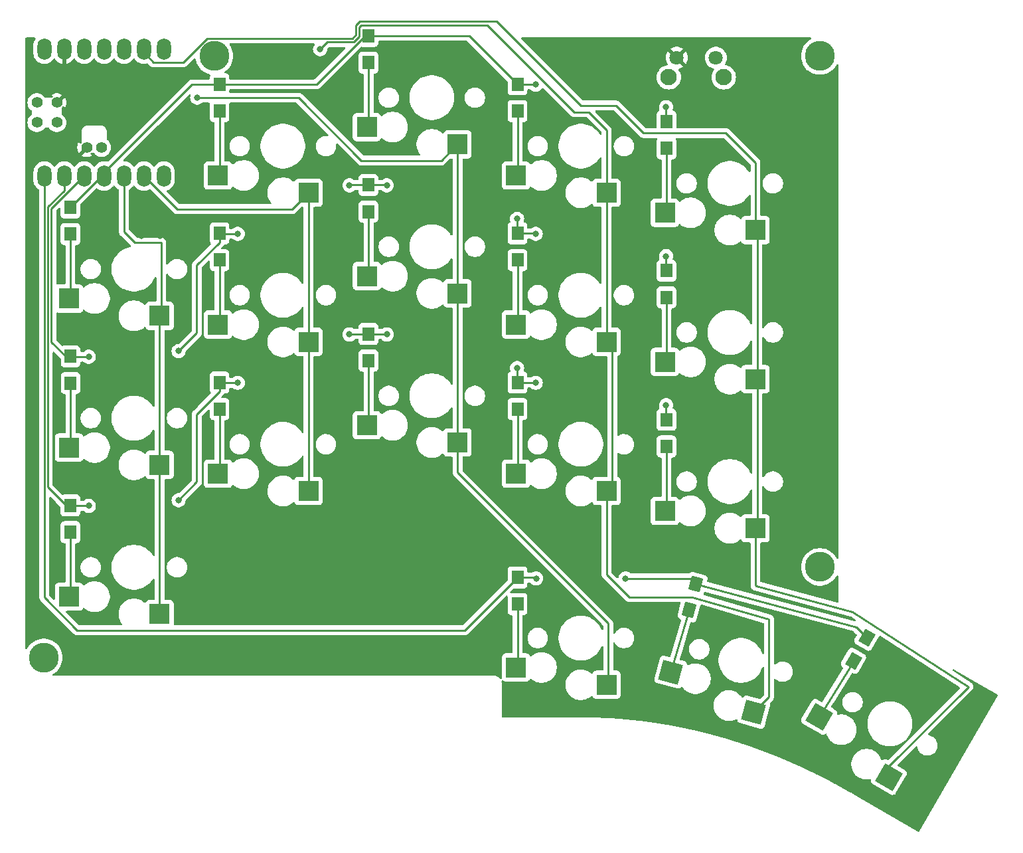
<source format=gbr>
%TF.GenerationSoftware,KiCad,Pcbnew,8.0.5*%
%TF.CreationDate,2024-12-10T18:47:18+08:00*%
%TF.ProjectId,pcb-left,7063622d-6c65-4667-942e-6b696361645f,0.32*%
%TF.SameCoordinates,Original*%
%TF.FileFunction,Copper,L2,Bot*%
%TF.FilePolarity,Positive*%
%FSLAX46Y46*%
G04 Gerber Fmt 4.6, Leading zero omitted, Abs format (unit mm)*
G04 Created by KiCad (PCBNEW 8.0.5) date 2024-12-10 18:47:18*
%MOMM*%
%LPD*%
G01*
G04 APERTURE LIST*
G04 Aperture macros list*
%AMRotRect*
0 Rectangle, with rotation*
0 The origin of the aperture is its center*
0 $1 length*
0 $2 width*
0 $3 Rotation angle, in degrees counterclockwise*
0 Add horizontal line*
21,1,$1,$2,0,0,$3*%
G04 Aperture macros list end*
%TA.AperFunction,SMDPad,CuDef*%
%ADD10R,2.600000X2.600000*%
%TD*%
%TA.AperFunction,SMDPad,CuDef*%
%ADD11RotRect,2.600000X2.600000X150.000000*%
%TD*%
%TA.AperFunction,SMDPad,CuDef*%
%ADD12RotRect,2.600000X2.600000X165.000000*%
%TD*%
%TA.AperFunction,ComponentPad*%
%ADD13C,1.800000*%
%TD*%
%TA.AperFunction,ComponentPad*%
%ADD14C,2.100000*%
%TD*%
%TA.AperFunction,ComponentPad*%
%ADD15C,3.800000*%
%TD*%
%TA.AperFunction,ComponentPad*%
%ADD16O,1.800000X2.750000*%
%TD*%
%TA.AperFunction,ComponentPad*%
%ADD17C,1.397000*%
%TD*%
%TA.AperFunction,SMDPad,CuDef*%
%ADD18RotRect,1.800000X1.500000X240.000000*%
%TD*%
%TA.AperFunction,SMDPad,CuDef*%
%ADD19R,1.500000X1.800000*%
%TD*%
%TA.AperFunction,SMDPad,CuDef*%
%ADD20RotRect,1.800000X1.500000X255.000000*%
%TD*%
%TA.AperFunction,ViaPad*%
%ADD21C,0.800000*%
%TD*%
%TA.AperFunction,Conductor*%
%ADD22C,0.250000*%
%TD*%
G04 APERTURE END LIST*
D10*
%TO.P,SWL5,1,1*%
%TO.N,COL4_L*%
X131290625Y-60800000D03*
%TO.P,SWL5,2,2*%
%TO.N,Net-(DL5-A)*%
X119740625Y-58600000D03*
%TD*%
%TO.P,SWL13,1,1*%
%TO.N,COL2_L*%
X93290625Y-87875000D03*
%TO.P,SWL13,2,2*%
%TO.N,Net-(DL13-A)*%
X81740625Y-85675000D03*
%TD*%
%TO.P,SWL9,1,1*%
%TO.N,COL3_L*%
X112290625Y-75050000D03*
%TO.P,SWL9,2,2*%
%TO.N,Net-(DL9-A)*%
X100740625Y-72850000D03*
%TD*%
D11*
%TO.P,SWL18,1,1*%
%TO.N,COL4_L*%
X148301858Y-130515351D03*
%TO.P,SWL18,2,2*%
%TO.N,Net-(DL18-A)*%
X139399265Y-122835095D03*
%TD*%
D10*
%TO.P,SWL1,1,1*%
%TO.N,COL0_L*%
X55290625Y-71725000D03*
%TO.P,SWL1,2,2*%
%TO.N,Net-(DL1-A)*%
X43740625Y-69525000D03*
%TD*%
D12*
%TO.P,SWL17,1,1*%
%TO.N,COL3_L*%
X131064059Y-122244891D03*
%TO.P,SWL17,2,2*%
%TO.N,Net-(DL17-A)*%
X120477017Y-117130494D03*
%TD*%
D10*
%TO.P,SWL7,1,1*%
%TO.N,COL1_L*%
X74290625Y-75050000D03*
%TO.P,SWL7,2,2*%
%TO.N,Net-(DL7-A)*%
X62740625Y-72850000D03*
%TD*%
%TO.P,SWL15,1,1*%
%TO.N,COL4_L*%
X131290625Y-98800000D03*
%TO.P,SWL15,2,2*%
%TO.N,Net-(DL15-A)*%
X119740625Y-96600000D03*
%TD*%
%TO.P,SWL4,1,1*%
%TO.N,COL3_L*%
X112290625Y-56050000D03*
%TO.P,SWL4,2,2*%
%TO.N,Net-(DL4-A)*%
X100740625Y-53850000D03*
%TD*%
%TO.P,SWL14,1,1*%
%TO.N,COL3_L*%
X112290625Y-94050000D03*
%TO.P,SWL14,2,2*%
%TO.N,Net-(DL14-A)*%
X100740625Y-91850000D03*
%TD*%
%TO.P,SWL8,1,1*%
%TO.N,COL2_L*%
X93290625Y-68875000D03*
%TO.P,SWL8,2,2*%
%TO.N,Net-(DL8-A)*%
X81740625Y-66675000D03*
%TD*%
%TO.P,SWL10,1,1*%
%TO.N,COL4_L*%
X131290625Y-79800000D03*
%TO.P,SWL10,2,2*%
%TO.N,Net-(DL10-A)*%
X119740625Y-77600000D03*
%TD*%
%TO.P,SWL11,1,1*%
%TO.N,COL0_L*%
X55290625Y-109725000D03*
%TO.P,SWL11,2,2*%
%TO.N,Net-(DL11-A)*%
X43740625Y-107525000D03*
%TD*%
%TO.P,SWL3,1,1*%
%TO.N,COL2_L*%
X93290625Y-49875000D03*
%TO.P,SWL3,2,2*%
%TO.N,Net-(DL3-A)*%
X81740625Y-47675000D03*
%TD*%
%TO.P,SWL6,1,1*%
%TO.N,COL0_L*%
X55290625Y-90725000D03*
%TO.P,SWL6,2,2*%
%TO.N,Net-(DL6-A)*%
X43740625Y-88525000D03*
%TD*%
D13*
%TO.P,RSW1,1,1*%
%TO.N,RESET_L*%
X126240625Y-38830000D03*
%TO.P,RSW1,2,2*%
%TO.N,GND_L*%
X121240625Y-38830000D03*
D14*
%TO.P,RSW1,MP*%
%TO.N,N/C*%
X120240625Y-41330000D03*
X127240625Y-41330000D03*
%TD*%
D15*
%TO.P,REF\u002A\u002A,1*%
%TO.N,N/C*%
X139512297Y-103739073D03*
%TD*%
D16*
%TO.P,U1,1,A2/0.02_H*%
%TO.N,ROW3_L*%
X40595625Y-53920000D03*
%TO.P,U1,2,A4/0.03_H*%
%TO.N,ROW2_L*%
X43135625Y-53920000D03*
%TO.P,U1,3,A10/0.28*%
%TO.N,ROW1_L*%
X45675625Y-53920000D03*
%TO.P,U1,4,A11/0.29*%
%TO.N,ROW0_L*%
X48215625Y-53920000D03*
%TO.P,U1,5,A8_SDA/0.04_H*%
%TO.N,COL0_L*%
X50755625Y-53920000D03*
%TO.P,U1,6,A9_SCL/0.05_H*%
%TO.N,COL1_L*%
X53295625Y-53920000D03*
%TO.P,U1,7,B8_TX/1.11*%
%TO.N,unconnected-(U1-B8_TX{slash}1.11-Pad7)*%
X55835625Y-53920000D03*
%TO.P,U1,8,B9_RX/1.12*%
%TO.N,unconnected-(U1-B9_RX{slash}1.12-Pad8)*%
X55835625Y-37730000D03*
%TO.P,U1,9,A7_SCK/1.13*%
%TO.N,COL4_L*%
X53295625Y-37730000D03*
%TO.P,U1,10,A5_MISO/1.14*%
%TO.N,COL3_L*%
X50755625Y-37730000D03*
%TO.P,U1,11,A6_MOSI/1.15*%
%TO.N,COL2_L*%
X48215625Y-37730000D03*
%TO.P,U1,12,3V3*%
%TO.N,unconnected-(U1-3V3-Pad12)*%
X45675625Y-37730000D03*
%TO.P,U1,13,GND*%
%TO.N,GND_L*%
X43135625Y-37730000D03*
%TO.P,U1,14,5V*%
%TO.N,unconnected-(U1-5V-Pad14)*%
X40595625Y-37730000D03*
D17*
%TO.P,U1,15,A31_SWDIO*%
%TO.N,unconnected-(U1-A31_SWDIO-Pad15)*%
X39643625Y-47095000D03*
%TO.P,U1,16,A30_SWCLK*%
%TO.N,unconnected-(U1-A30_SWCLK-Pad16)*%
X39643625Y-44555000D03*
%TO.P,U1,17,RESET*%
%TO.N,RESET_L*%
X42183625Y-47095000D03*
%TO.P,U1,18,GND*%
%TO.N,GND_L*%
X42183625Y-44555000D03*
%TO.P,U1,19,BAT*%
%TO.N,VBAT_L*%
X47898625Y-50270000D03*
%TO.P,U1,20,GND*%
%TO.N,GND_L*%
X45993625Y-50270000D03*
%TD*%
D15*
%TO.P,REF\u002A\u002A,1*%
%TO.N,N/C*%
X40522298Y-115278567D03*
%TD*%
%TO.P,REF\u002A\u002A,1*%
%TO.N,N/C*%
X139512298Y-38603567D03*
%TD*%
D10*
%TO.P,SWL12,1,1*%
%TO.N,COL1_L*%
X74290625Y-94050000D03*
%TO.P,SWL12,2,2*%
%TO.N,Net-(DL12-A)*%
X62740625Y-91850000D03*
%TD*%
%TO.P,SWL2,1,1*%
%TO.N,COL1_L*%
X74290625Y-56050000D03*
%TO.P,SWL2,2,2*%
%TO.N,Net-(DL2-A)*%
X62740625Y-53850000D03*
%TD*%
D15*
%TO.P,REF\u002A\u002A,1*%
%TO.N,N/C*%
X62262298Y-38603567D03*
%TD*%
D10*
%TO.P,SWL16,1,1*%
%TO.N,COL2_L*%
X112290625Y-118750000D03*
%TO.P,SWL16,2,2*%
%TO.N,Net-(DL16-A)*%
X100740625Y-116550000D03*
%TD*%
D18*
%TO.P,DL18,1,K*%
%TO.N,ROW3_L*%
X145490625Y-112752757D03*
%TO.P,DL18,2,A*%
%TO.N,Net-(DL18-A)*%
X143790625Y-115697243D03*
%TD*%
D19*
%TO.P,DL13,1,K*%
%TO.N,ROW2_L*%
X81940625Y-74050000D03*
%TO.P,DL13,2,A*%
%TO.N,Net-(DL13-A)*%
X81940625Y-77450000D03*
%TD*%
%TO.P,DL3,1,K*%
%TO.N,ROW0_L*%
X81940625Y-36050000D03*
%TO.P,DL3,2,A*%
%TO.N,Net-(DL3-A)*%
X81940625Y-39450000D03*
%TD*%
%TO.P,DL2,1,K*%
%TO.N,ROW0_L*%
X62940625Y-42225000D03*
%TO.P,DL2,2,A*%
%TO.N,Net-(DL2-A)*%
X62940625Y-45625000D03*
%TD*%
%TO.P,DL9,1,K*%
%TO.N,ROW1_L*%
X100940625Y-61225000D03*
%TO.P,DL9,2,A*%
%TO.N,Net-(DL9-A)*%
X100940625Y-64625000D03*
%TD*%
%TO.P,DL5,1,K*%
%TO.N,ROW0_L*%
X119940625Y-46975000D03*
%TO.P,DL5,2,A*%
%TO.N,Net-(DL5-A)*%
X119940625Y-50375000D03*
%TD*%
%TO.P,DL11,1,K*%
%TO.N,ROW2_L*%
X43921875Y-95900000D03*
%TO.P,DL11,2,A*%
%TO.N,Net-(DL11-A)*%
X43921875Y-99300000D03*
%TD*%
D20*
%TO.P,DL17,1,K*%
%TO.N,ROW3_L*%
X123705617Y-105932926D03*
%TO.P,DL17,2,A*%
%TO.N,Net-(DL17-A)*%
X122825633Y-109217074D03*
%TD*%
D19*
%TO.P,DL14,1,K*%
%TO.N,ROW2_L*%
X100940625Y-80225000D03*
%TO.P,DL14,2,A*%
%TO.N,Net-(DL14-A)*%
X100940625Y-83625000D03*
%TD*%
%TO.P,DL1,1,K*%
%TO.N,ROW0_L*%
X43921875Y-57900000D03*
%TO.P,DL1,2,A*%
%TO.N,Net-(DL1-A)*%
X43921875Y-61300000D03*
%TD*%
%TO.P,DL15,1,K*%
%TO.N,ROW2_L*%
X119940625Y-84975000D03*
%TO.P,DL15,2,A*%
%TO.N,Net-(DL15-A)*%
X119940625Y-88375000D03*
%TD*%
%TO.P,DL6,1,K*%
%TO.N,ROW1_L*%
X43940625Y-76900000D03*
%TO.P,DL6,2,A*%
%TO.N,Net-(DL6-A)*%
X43940625Y-80300000D03*
%TD*%
%TO.P,DL4,1,K*%
%TO.N,ROW0_L*%
X100940625Y-42225000D03*
%TO.P,DL4,2,A*%
%TO.N,Net-(DL4-A)*%
X100940625Y-45625000D03*
%TD*%
%TO.P,DL7,1,K*%
%TO.N,ROW1_L*%
X62940625Y-61225000D03*
%TO.P,DL7,2,A*%
%TO.N,Net-(DL7-A)*%
X62940625Y-64625000D03*
%TD*%
%TO.P,DL10,1,K*%
%TO.N,ROW1_L*%
X119940625Y-65975000D03*
%TO.P,DL10,2,A*%
%TO.N,Net-(DL10-A)*%
X119940625Y-69375000D03*
%TD*%
%TO.P,DL12,1,K*%
%TO.N,ROW2_L*%
X62940625Y-80225000D03*
%TO.P,DL12,2,A*%
%TO.N,Net-(DL12-A)*%
X62940625Y-83625000D03*
%TD*%
%TO.P,DL16,1,K*%
%TO.N,ROW3_L*%
X100940625Y-105065625D03*
%TO.P,DL16,2,A*%
%TO.N,Net-(DL16-A)*%
X100940625Y-108465625D03*
%TD*%
%TO.P,DL8,1,K*%
%TO.N,ROW1_L*%
X81940625Y-55050000D03*
%TO.P,DL8,2,A*%
%TO.N,Net-(DL8-A)*%
X81940625Y-58450000D03*
%TD*%
D21*
%TO.N,ROW0_L*%
X103265625Y-42275000D03*
X119890625Y-45125000D03*
%TO.N,ROW1_L*%
X46265625Y-76950000D03*
X57715625Y-76225000D03*
X65265625Y-61275000D03*
X100890625Y-59375000D03*
X119890625Y-64125000D03*
X103265625Y-61275000D03*
X79515625Y-55100000D03*
X84265625Y-55100000D03*
%TO.N,ROW2_L*%
X79515625Y-74100000D03*
X57715625Y-95225000D03*
X46265625Y-95950000D03*
X84265625Y-74100000D03*
X119890625Y-83125000D03*
X100890625Y-78375000D03*
X103265625Y-80275000D03*
X65265625Y-80275000D03*
%TO.N,ROW3_L*%
X114715625Y-105200000D03*
X103315625Y-105200000D03*
%TO.N,GND_L*%
X116140625Y-53425000D03*
X57715625Y-61500000D03*
X68640625Y-39175000D03*
X111390625Y-39175000D03*
X94765625Y-39175000D03*
X113765625Y-52000000D03*
X116140625Y-52000000D03*
X118515625Y-37750000D03*
X113765625Y-39175000D03*
X85265625Y-37750000D03*
X104265625Y-37750000D03*
X68640625Y-37750000D03*
X90015625Y-37750000D03*
X55340625Y-60075000D03*
X57715625Y-60075000D03*
X106640625Y-39175000D03*
X85265625Y-39175000D03*
X113765625Y-53425000D03*
X71015625Y-39175000D03*
X87640625Y-39175000D03*
X66265625Y-37750000D03*
X48215625Y-61500000D03*
X113765625Y-37750000D03*
X118515625Y-52000000D03*
X48215625Y-60075000D03*
X116140625Y-37750000D03*
X55340625Y-61500000D03*
X118515625Y-53425000D03*
X109015625Y-39175000D03*
X111390625Y-37750000D03*
X52965625Y-60075000D03*
X92390625Y-37750000D03*
X45840625Y-60075000D03*
X87640625Y-37750000D03*
X66265625Y-39175000D03*
X118515625Y-39175000D03*
X116140625Y-39175000D03*
X45840625Y-61500000D03*
X92390625Y-39175000D03*
X90015625Y-39175000D03*
X106640625Y-37750000D03*
X109015625Y-37750000D03*
X73390625Y-37750000D03*
X71015625Y-37750000D03*
X94765625Y-37750000D03*
X52965625Y-61500000D03*
%TO.N,COL2_L*%
X60090625Y-43925000D03*
%TO.N,COL3_L*%
X75765625Y-37750000D03*
%TD*%
D22*
%TO.N,COL4_L*%
X131290625Y-98800000D02*
X131290625Y-106100000D01*
X158440625Y-119000000D02*
X148301858Y-129138767D01*
X131290625Y-106100000D02*
X131340625Y-106150000D01*
X131340625Y-106150000D02*
X143690625Y-109475000D01*
X143690625Y-109475000D02*
X158440625Y-119000000D01*
X148301858Y-129138767D02*
X148301858Y-130515351D01*
%TO.N,COL3_L*%
X75765625Y-37750000D02*
X76687072Y-36828553D01*
X76687072Y-36828553D02*
X80050676Y-36828553D01*
X80050676Y-36828553D02*
X80772427Y-36106802D01*
X110015625Y-45770763D02*
X112290625Y-48045763D01*
X80772427Y-36106802D02*
X80772427Y-34918198D01*
X80772427Y-34918198D02*
X81015625Y-34675000D01*
X81015625Y-34675000D02*
X97074098Y-34675000D01*
X97074098Y-34675000D02*
X108169862Y-45770763D01*
X108169862Y-45770763D02*
X110015625Y-45770763D01*
X112290625Y-48045763D02*
X112290625Y-56050000D01*
%TO.N,COL4_L*%
X53295625Y-38205000D02*
X54520625Y-39430000D01*
X80322427Y-34731802D02*
X80854229Y-34200000D01*
X109015625Y-44925000D02*
X113515625Y-44925000D01*
X58289239Y-39430000D02*
X61340686Y-36378553D01*
X113515625Y-44925000D02*
X117015625Y-48425000D01*
X54520625Y-39430000D02*
X58289239Y-39430000D01*
X61340686Y-36378553D02*
X79864280Y-36378553D01*
X80322427Y-35920406D02*
X80322427Y-34731802D01*
X80854229Y-34200000D02*
X98290625Y-34200000D01*
X131290625Y-52200000D02*
X131290625Y-60800000D01*
X98290625Y-34200000D02*
X109015625Y-44925000D01*
X79864280Y-36378553D02*
X80322427Y-35920406D01*
X117015625Y-48425000D02*
X127515625Y-48425000D01*
X127515625Y-48425000D02*
X131290625Y-52200000D01*
%TO.N,COL0_L*%
X50755625Y-53445000D02*
X50755625Y-61031527D01*
X55515625Y-62425000D02*
X55515625Y-71500000D01*
X50755625Y-61031527D02*
X52149098Y-62425000D01*
X52149098Y-62425000D02*
X55515625Y-62425000D01*
X55515625Y-71500000D02*
X55290625Y-71725000D01*
%TO.N,COL2_L*%
X60090625Y-43925000D02*
X73015625Y-43925000D01*
X73015625Y-43925000D02*
X81040625Y-51950000D01*
X81040625Y-51950000D02*
X91215625Y-51950000D01*
X91215625Y-51950000D02*
X93290625Y-49875000D01*
%TO.N,COL4_L*%
X131290625Y-60800000D02*
X131515625Y-61025000D01*
X131515625Y-61025000D02*
X131515625Y-79575000D01*
X131515625Y-79575000D02*
X131290625Y-79800000D01*
X131290625Y-79800000D02*
X131515625Y-80025000D01*
X131515625Y-80025000D02*
X131515625Y-98575000D01*
X131515625Y-98575000D02*
X131290625Y-98800000D01*
%TO.N,COL2_L*%
X112290625Y-118750000D02*
X112515625Y-118525000D01*
X93290625Y-91700000D02*
X93290625Y-87875000D01*
X112515625Y-118525000D02*
X112515625Y-110925000D01*
X112515625Y-110925000D02*
X93290625Y-91700000D01*
%TO.N,COL3_L*%
X112290625Y-94050000D02*
X112290625Y-104675000D01*
X133015625Y-120293325D02*
X131064059Y-122244891D01*
X123265625Y-107575000D02*
X133015625Y-110425000D01*
X133015625Y-110425000D02*
X133015625Y-120293325D01*
X112290625Y-104675000D02*
X115190625Y-107575000D01*
X115190625Y-107575000D02*
X123265625Y-107575000D01*
%TO.N,ROW0_L*%
X75290625Y-42225000D02*
X81465625Y-36050000D01*
X94765625Y-36050000D02*
X100940625Y-42225000D01*
X119890625Y-46925000D02*
X119940625Y-46975000D01*
X48215625Y-53587412D02*
X43921875Y-57881162D01*
X59435625Y-42225000D02*
X48215625Y-53445000D01*
X103215625Y-42225000D02*
X103265625Y-42275000D01*
X100940625Y-42225000D02*
X103215625Y-42225000D01*
X119890625Y-45125000D02*
X119890625Y-46925000D01*
X62940625Y-42225000D02*
X59435625Y-42225000D01*
X62940625Y-42225000D02*
X75290625Y-42225000D01*
X81465625Y-36050000D02*
X81940625Y-36050000D01*
X48215625Y-53445000D02*
X48215625Y-53587412D01*
X81940625Y-36050000D02*
X94765625Y-36050000D01*
X43921875Y-57881162D02*
X43921875Y-57900000D01*
%TO.N,Net-(DL1-A)*%
X43921875Y-69343750D02*
X43740625Y-69525000D01*
X43921875Y-61300000D02*
X43921875Y-69343750D01*
%TO.N,Net-(DL2-A)*%
X62940625Y-53650000D02*
X62740625Y-53850000D01*
X62940625Y-45625000D02*
X62940625Y-53650000D01*
%TO.N,Net-(DL3-A)*%
X81940625Y-47475000D02*
X81740625Y-47675000D01*
X81940625Y-39450000D02*
X81940625Y-47475000D01*
%TO.N,Net-(DL4-A)*%
X100940625Y-45625000D02*
X100940625Y-53650000D01*
X100940625Y-53650000D02*
X100740625Y-53850000D01*
%TO.N,Net-(DL5-A)*%
X119940625Y-58400000D02*
X119740625Y-58600000D01*
X119940625Y-50375000D02*
X119940625Y-58400000D01*
%TO.N,ROW1_L*%
X81940625Y-55050000D02*
X84215625Y-55050000D01*
X57715625Y-76225000D02*
X60040625Y-73900000D01*
X62940625Y-61225000D02*
X62940625Y-62375000D01*
X119890625Y-65925000D02*
X119940625Y-65975000D01*
X60040625Y-73900000D02*
X60040625Y-65275000D01*
X81940625Y-55050000D02*
X79565625Y-55050000D01*
X46265625Y-76950000D02*
X43990625Y-76950000D01*
X103215625Y-61225000D02*
X103265625Y-61275000D01*
X45675625Y-53445000D02*
X45675625Y-53846250D01*
X62940625Y-62375000D02*
X60040625Y-65275000D01*
X43990625Y-76950000D02*
X43940625Y-76900000D01*
X119890625Y-64125000D02*
X119890625Y-65925000D01*
X79565625Y-55050000D02*
X79515625Y-55100000D01*
X100890625Y-61175000D02*
X100940625Y-61225000D01*
X100890625Y-59375000D02*
X100890625Y-61175000D01*
X65265625Y-61275000D02*
X62990625Y-61275000D01*
X43340625Y-76900000D02*
X43940625Y-76900000D01*
X41490625Y-58031250D02*
X41490625Y-75050000D01*
X41490625Y-75050000D02*
X43340625Y-76900000D01*
X84215625Y-55050000D02*
X84265625Y-55100000D01*
X45675625Y-53846250D02*
X41490625Y-58031250D01*
X62990625Y-61275000D02*
X62940625Y-61225000D01*
X100940625Y-61225000D02*
X103215625Y-61225000D01*
%TO.N,Net-(DL6-A)*%
X43940625Y-88325000D02*
X43740625Y-88525000D01*
X43940625Y-80300000D02*
X43940625Y-88325000D01*
%TO.N,Net-(DL7-A)*%
X62940625Y-72650000D02*
X62740625Y-72850000D01*
X62940625Y-64625000D02*
X62940625Y-72650000D01*
%TO.N,Net-(DL8-A)*%
X81940625Y-58450000D02*
X81940625Y-66475000D01*
X81940625Y-66475000D02*
X81740625Y-66675000D01*
%TO.N,Net-(DL9-A)*%
X100940625Y-64625000D02*
X100940625Y-72650000D01*
X100940625Y-72650000D02*
X100740625Y-72850000D01*
%TO.N,Net-(DL10-A)*%
X119940625Y-77400000D02*
X119740625Y-77600000D01*
X119940625Y-69375000D02*
X119940625Y-77400000D01*
%TO.N,ROW2_L*%
X119890625Y-83125000D02*
X119890625Y-84925000D01*
X119890625Y-84925000D02*
X119940625Y-84975000D01*
X84215625Y-74050000D02*
X84265625Y-74100000D01*
X103215625Y-80225000D02*
X103265625Y-80275000D01*
X81940625Y-74050000D02*
X79565625Y-74050000D01*
X60040625Y-92900000D02*
X60040625Y-84275000D01*
X46265625Y-95950000D02*
X43971875Y-95950000D01*
X41040625Y-57844854D02*
X41040625Y-93575000D01*
X100890625Y-78375000D02*
X100890625Y-80175000D01*
X100890625Y-80175000D02*
X100940625Y-80225000D01*
X62940625Y-81375000D02*
X60040625Y-84275000D01*
X43365625Y-95900000D02*
X43921875Y-95900000D01*
X100940625Y-80225000D02*
X103215625Y-80225000D01*
X62990625Y-80275000D02*
X62940625Y-80225000D01*
X62940625Y-80225000D02*
X62940625Y-81375000D01*
X43135625Y-55749854D02*
X41040625Y-57844854D01*
X57715625Y-95225000D02*
X60040625Y-92900000D01*
X79565625Y-74050000D02*
X79515625Y-74100000D01*
X43135625Y-53445000D02*
X43135625Y-55749854D01*
X65265625Y-80275000D02*
X62990625Y-80275000D01*
X43971875Y-95950000D02*
X43921875Y-95900000D01*
X41040625Y-93575000D02*
X43365625Y-95900000D01*
X81940625Y-74050000D02*
X84215625Y-74050000D01*
%TO.N,Net-(DL11-A)*%
X43921875Y-99300000D02*
X43921875Y-107343750D01*
X43921875Y-107343750D02*
X43740625Y-107525000D01*
%TO.N,Net-(DL12-A)*%
X62940625Y-83625000D02*
X62940625Y-91650000D01*
X62940625Y-91650000D02*
X62740625Y-91850000D01*
%TO.N,Net-(DL13-A)*%
X81940625Y-85475000D02*
X81740625Y-85675000D01*
X81940625Y-77450000D02*
X81940625Y-85475000D01*
%TO.N,Net-(DL14-A)*%
X100940625Y-91650000D02*
X100740625Y-91850000D01*
X100940625Y-83625000D02*
X100940625Y-91650000D01*
%TO.N,Net-(DL15-A)*%
X119940625Y-88375000D02*
X119940625Y-96400000D01*
X119940625Y-96400000D02*
X119740625Y-96600000D01*
%TO.N,ROW3_L*%
X144165625Y-111375000D02*
X145490625Y-112752757D01*
X40590625Y-107625000D02*
X44765625Y-111800000D01*
X100940625Y-105065625D02*
X103181250Y-105065625D01*
X44840625Y-111800000D02*
X94206250Y-111800000D01*
X94206250Y-111800000D02*
X100940625Y-105065625D01*
X40590625Y-53450000D02*
X40590625Y-107625000D01*
X44765625Y-111800000D02*
X44840625Y-111800000D01*
X103181250Y-105065625D02*
X103315625Y-105200000D01*
X122972691Y-105200000D02*
X114715625Y-105200000D01*
X40595625Y-53445000D02*
X40590625Y-53450000D01*
X123705617Y-105932926D02*
X122972691Y-105200000D01*
X123705617Y-105932926D02*
X144165625Y-111375000D01*
%TO.N,Net-(DL16-A)*%
X100940625Y-108465625D02*
X100940625Y-116350000D01*
X100940625Y-116350000D02*
X100740625Y-116550000D01*
%TO.N,Net-(DL17-A)*%
X122825633Y-109217074D02*
X120477017Y-117130494D01*
%TO.N,Net-(DL18-A)*%
X143790625Y-115697243D02*
X139399265Y-122835095D01*
%TO.N,COL0_L*%
X55290625Y-71725000D02*
X55290625Y-90725000D01*
X55290625Y-90725000D02*
X55290625Y-109725000D01*
%TO.N,COL1_L*%
X53295625Y-53880000D02*
X57540625Y-58125000D01*
X53295625Y-53445000D02*
X53295625Y-53880000D01*
X74290625Y-56050000D02*
X74290625Y-75050000D01*
X72215625Y-58125000D02*
X74290625Y-56050000D01*
X74290625Y-75050000D02*
X74290625Y-94050000D01*
X57540625Y-58125000D02*
X72215625Y-58125000D01*
%TO.N,COL2_L*%
X93290625Y-68875000D02*
X93290625Y-87875000D01*
X93290625Y-49875000D02*
X93290625Y-68875000D01*
%TO.N,COL3_L*%
X112290625Y-75050000D02*
X113015625Y-75775000D01*
X113015625Y-75775000D02*
X113015625Y-93325000D01*
X113015625Y-93325000D02*
X112290625Y-94050000D01*
X112290625Y-56050000D02*
X112290625Y-75050000D01*
%TD*%
%TA.AperFunction,Conductor*%
%TO.N,GND_L*%
G36*
X94522212Y-36695185D02*
G01*
X94542854Y-36711819D01*
X99653806Y-41822771D01*
X99687291Y-41884094D01*
X99690125Y-41910452D01*
X99690125Y-43172870D01*
X99690126Y-43172876D01*
X99696533Y-43232483D01*
X99746827Y-43367328D01*
X99746831Y-43367335D01*
X99833077Y-43482544D01*
X99833080Y-43482547D01*
X99948289Y-43568793D01*
X99948296Y-43568797D01*
X100083142Y-43619091D01*
X100083141Y-43619091D01*
X100090069Y-43619835D01*
X100142752Y-43625500D01*
X101738497Y-43625499D01*
X101798108Y-43619091D01*
X101932956Y-43568796D01*
X102048171Y-43482546D01*
X102134421Y-43367331D01*
X102184716Y-43232483D01*
X102191125Y-43172873D01*
X102191125Y-42974500D01*
X102210810Y-42907461D01*
X102263614Y-42861706D01*
X102315125Y-42850500D01*
X102516857Y-42850500D01*
X102583896Y-42870185D01*
X102609007Y-42891528D01*
X102659754Y-42947888D01*
X102659760Y-42947893D01*
X102812890Y-43059148D01*
X102812895Y-43059151D01*
X102985817Y-43136142D01*
X102985822Y-43136144D01*
X103170979Y-43175500D01*
X103170980Y-43175500D01*
X103360269Y-43175500D01*
X103360271Y-43175500D01*
X103545428Y-43136144D01*
X103718355Y-43059151D01*
X103871496Y-42947888D01*
X103998158Y-42807216D01*
X104035791Y-42742032D01*
X104086356Y-42693817D01*
X104154963Y-42680593D01*
X104219828Y-42706560D01*
X104230859Y-42716351D01*
X107679663Y-46165154D01*
X107679684Y-46165177D01*
X107771125Y-46256618D01*
X107771129Y-46256621D01*
X107873569Y-46325070D01*
X107873578Y-46325075D01*
X107894601Y-46333783D01*
X107987410Y-46372226D01*
X108047833Y-46384244D01*
X108108255Y-46396263D01*
X108108256Y-46396263D01*
X109705173Y-46396263D01*
X109772212Y-46415948D01*
X109792854Y-46432582D01*
X111628806Y-48268534D01*
X111662291Y-48329857D01*
X111665125Y-48356215D01*
X111665125Y-48528482D01*
X111645440Y-48595521D01*
X111592636Y-48641276D01*
X111523478Y-48651220D01*
X111459922Y-48622195D01*
X111436131Y-48594454D01*
X111394678Y-48528482D01*
X111344044Y-48447899D01*
X111144427Y-48197587D01*
X110918038Y-47971198D01*
X110667726Y-47771581D01*
X110396638Y-47601245D01*
X110396635Y-47601243D01*
X110108184Y-47462332D01*
X109805989Y-47356590D01*
X109805987Y-47356589D01*
X109565096Y-47301607D01*
X109493854Y-47285347D01*
X109493850Y-47285346D01*
X109493841Y-47285345D01*
X109175710Y-47249500D01*
X109175706Y-47249500D01*
X108855544Y-47249500D01*
X108855539Y-47249500D01*
X108537408Y-47285345D01*
X108537396Y-47285347D01*
X108225262Y-47356589D01*
X108225260Y-47356590D01*
X107923065Y-47462332D01*
X107634614Y-47601243D01*
X107363525Y-47771580D01*
X107113212Y-47971197D01*
X106886822Y-48197587D01*
X106687205Y-48447900D01*
X106516868Y-48718989D01*
X106377957Y-49007440D01*
X106272215Y-49309635D01*
X106272214Y-49309637D01*
X106200972Y-49621771D01*
X106200970Y-49621783D01*
X106165125Y-49939914D01*
X106165125Y-50260085D01*
X106200970Y-50578216D01*
X106200971Y-50578225D01*
X106200972Y-50578229D01*
X106207751Y-50607929D01*
X106272214Y-50890362D01*
X106272215Y-50890364D01*
X106377957Y-51192559D01*
X106516868Y-51481010D01*
X106516870Y-51481013D01*
X106687206Y-51752101D01*
X106763671Y-51847985D01*
X106866565Y-51977011D01*
X106886823Y-52002413D01*
X107113212Y-52228802D01*
X107363524Y-52428419D01*
X107634612Y-52598755D01*
X107923067Y-52737668D01*
X108225262Y-52843410D01*
X108537396Y-52914653D01*
X108855540Y-52950499D01*
X108855541Y-52950500D01*
X108855544Y-52950500D01*
X109175709Y-52950500D01*
X109175709Y-52950499D01*
X109493854Y-52914653D01*
X109805988Y-52843410D01*
X110108183Y-52737668D01*
X110396638Y-52598755D01*
X110667726Y-52428419D01*
X110918038Y-52228802D01*
X111144427Y-52002413D01*
X111344044Y-51752101D01*
X111436131Y-51605544D01*
X111488466Y-51559254D01*
X111557519Y-51548606D01*
X111621368Y-51576981D01*
X111659740Y-51635370D01*
X111665125Y-51671517D01*
X111665125Y-54125500D01*
X111645440Y-54192539D01*
X111592636Y-54238294D01*
X111541125Y-54249500D01*
X110942754Y-54249500D01*
X110942748Y-54249501D01*
X110883141Y-54255908D01*
X110748296Y-54306202D01*
X110748289Y-54306206D01*
X110633080Y-54392452D01*
X110633077Y-54392455D01*
X110546831Y-54507664D01*
X110546827Y-54507671D01*
X110528655Y-54556395D01*
X110486784Y-54612329D01*
X110421320Y-54636746D01*
X110353047Y-54621894D01*
X110324792Y-54600743D01*
X110304443Y-54580394D01*
X110304436Y-54580388D01*
X110101598Y-54424745D01*
X110101596Y-54424743D01*
X110101590Y-54424739D01*
X110101585Y-54424736D01*
X110101582Y-54424734D01*
X109880167Y-54296899D01*
X109880156Y-54296894D01*
X109643947Y-54199053D01*
X109643940Y-54199051D01*
X109643938Y-54199050D01*
X109396965Y-54132874D01*
X109340632Y-54125457D01*
X109143475Y-54099500D01*
X109143468Y-54099500D01*
X108887782Y-54099500D01*
X108887774Y-54099500D01*
X108662451Y-54129165D01*
X108634285Y-54132874D01*
X108387312Y-54199050D01*
X108387302Y-54199053D01*
X108151093Y-54296894D01*
X108151082Y-54296899D01*
X107929667Y-54424734D01*
X107929651Y-54424745D01*
X107726813Y-54580388D01*
X107726806Y-54580394D01*
X107546019Y-54761181D01*
X107546013Y-54761188D01*
X107390370Y-54964026D01*
X107390359Y-54964042D01*
X107262524Y-55185457D01*
X107262519Y-55185468D01*
X107164678Y-55421677D01*
X107164675Y-55421687D01*
X107098499Y-55668660D01*
X107095007Y-55695185D01*
X107065125Y-55922149D01*
X107065125Y-56177850D01*
X107088520Y-56355545D01*
X107098499Y-56431340D01*
X107164675Y-56678312D01*
X107164678Y-56678322D01*
X107262519Y-56914531D01*
X107262524Y-56914542D01*
X107390359Y-57135957D01*
X107390370Y-57135973D01*
X107546013Y-57338811D01*
X107546019Y-57338818D01*
X107726806Y-57519605D01*
X107726813Y-57519611D01*
X107822990Y-57593410D01*
X107929660Y-57675261D01*
X107929667Y-57675265D01*
X108151082Y-57803100D01*
X108151087Y-57803102D01*
X108151090Y-57803104D01*
X108387312Y-57900950D01*
X108634285Y-57967126D01*
X108887782Y-58000500D01*
X108887789Y-58000500D01*
X109143461Y-58000500D01*
X109143468Y-58000500D01*
X109396965Y-57967126D01*
X109643938Y-57900950D01*
X109880160Y-57803104D01*
X110101590Y-57675261D01*
X110304438Y-57519610D01*
X110324790Y-57499258D01*
X110386112Y-57465771D01*
X110455804Y-57470754D01*
X110511739Y-57512624D01*
X110528655Y-57543605D01*
X110546826Y-57592326D01*
X110546831Y-57592335D01*
X110633077Y-57707544D01*
X110633080Y-57707547D01*
X110748289Y-57793793D01*
X110748296Y-57793797D01*
X110793243Y-57810561D01*
X110883142Y-57844091D01*
X110942752Y-57850500D01*
X111541125Y-57850499D01*
X111608164Y-57870183D01*
X111653919Y-57922987D01*
X111665125Y-57974499D01*
X111665125Y-67528482D01*
X111645440Y-67595521D01*
X111592636Y-67641276D01*
X111523478Y-67651220D01*
X111459922Y-67622195D01*
X111436131Y-67594454D01*
X111394678Y-67528482D01*
X111344044Y-67447899D01*
X111144427Y-67197587D01*
X110918038Y-66971198D01*
X110667726Y-66771581D01*
X110396638Y-66601245D01*
X110396635Y-66601243D01*
X110108184Y-66462332D01*
X109805989Y-66356590D01*
X109805987Y-66356589D01*
X109565096Y-66301607D01*
X109493854Y-66285347D01*
X109493850Y-66285346D01*
X109493841Y-66285345D01*
X109175710Y-66249500D01*
X109175706Y-66249500D01*
X108855544Y-66249500D01*
X108855539Y-66249500D01*
X108537408Y-66285345D01*
X108537396Y-66285347D01*
X108225262Y-66356589D01*
X108225260Y-66356590D01*
X107923065Y-66462332D01*
X107634614Y-66601243D01*
X107363525Y-66771580D01*
X107113212Y-66971197D01*
X106886822Y-67197587D01*
X106687205Y-67447900D01*
X106516868Y-67718989D01*
X106377957Y-68007440D01*
X106272215Y-68309635D01*
X106272214Y-68309637D01*
X106200972Y-68621771D01*
X106200970Y-68621783D01*
X106165125Y-68939914D01*
X106165125Y-69260085D01*
X106200970Y-69578216D01*
X106200972Y-69578228D01*
X106272214Y-69890362D01*
X106272215Y-69890364D01*
X106377957Y-70192559D01*
X106516868Y-70481010D01*
X106516870Y-70481013D01*
X106687206Y-70752101D01*
X106804752Y-70899499D01*
X106866565Y-70977011D01*
X106886823Y-71002413D01*
X107113212Y-71228802D01*
X107363524Y-71428419D01*
X107634612Y-71598755D01*
X107923067Y-71737668D01*
X108225262Y-71843410D01*
X108537396Y-71914653D01*
X108855540Y-71950499D01*
X108855541Y-71950500D01*
X108855544Y-71950500D01*
X109175709Y-71950500D01*
X109175709Y-71950499D01*
X109493854Y-71914653D01*
X109805988Y-71843410D01*
X110108183Y-71737668D01*
X110396638Y-71598755D01*
X110667726Y-71428419D01*
X110918038Y-71228802D01*
X111144427Y-71002413D01*
X111344044Y-70752101D01*
X111436131Y-70605544D01*
X111488466Y-70559254D01*
X111557519Y-70548606D01*
X111621368Y-70576981D01*
X111659740Y-70635370D01*
X111665125Y-70671517D01*
X111665125Y-73125500D01*
X111645440Y-73192539D01*
X111592636Y-73238294D01*
X111541125Y-73249500D01*
X110942754Y-73249500D01*
X110942748Y-73249501D01*
X110883141Y-73255908D01*
X110748296Y-73306202D01*
X110748289Y-73306206D01*
X110633080Y-73392452D01*
X110633077Y-73392455D01*
X110546831Y-73507664D01*
X110546827Y-73507671D01*
X110528655Y-73556395D01*
X110486784Y-73612329D01*
X110421320Y-73636746D01*
X110353047Y-73621894D01*
X110324792Y-73600743D01*
X110304443Y-73580394D01*
X110304436Y-73580388D01*
X110101598Y-73424745D01*
X110101596Y-73424743D01*
X110101590Y-73424739D01*
X110101585Y-73424736D01*
X110101582Y-73424734D01*
X109880167Y-73296899D01*
X109880156Y-73296894D01*
X109643947Y-73199053D01*
X109643940Y-73199051D01*
X109643938Y-73199050D01*
X109396965Y-73132874D01*
X109340632Y-73125457D01*
X109143475Y-73099500D01*
X109143468Y-73099500D01*
X108887782Y-73099500D01*
X108887774Y-73099500D01*
X108662451Y-73129165D01*
X108634285Y-73132874D01*
X108403901Y-73194605D01*
X108387312Y-73199050D01*
X108387302Y-73199053D01*
X108151093Y-73296894D01*
X108151082Y-73296899D01*
X107929667Y-73424734D01*
X107929651Y-73424745D01*
X107726813Y-73580388D01*
X107726806Y-73580394D01*
X107546019Y-73761181D01*
X107546013Y-73761188D01*
X107390370Y-73964026D01*
X107390359Y-73964042D01*
X107262524Y-74185457D01*
X107262519Y-74185468D01*
X107164678Y-74421677D01*
X107164675Y-74421687D01*
X107098499Y-74668660D01*
X107097022Y-74679879D01*
X107065125Y-74922149D01*
X107065125Y-75177850D01*
X107082201Y-75307546D01*
X107098499Y-75431340D01*
X107164675Y-75678312D01*
X107164678Y-75678322D01*
X107262519Y-75914531D01*
X107262524Y-75914542D01*
X107390359Y-76135957D01*
X107390370Y-76135973D01*
X107546013Y-76338811D01*
X107546019Y-76338818D01*
X107726806Y-76519605D01*
X107726813Y-76519611D01*
X107822990Y-76593410D01*
X107929660Y-76675261D01*
X107929667Y-76675265D01*
X108151082Y-76803100D01*
X108151087Y-76803102D01*
X108151090Y-76803104D01*
X108292566Y-76861705D01*
X108379919Y-76897888D01*
X108387312Y-76900950D01*
X108634285Y-76967126D01*
X108887782Y-77000500D01*
X108887789Y-77000500D01*
X109143461Y-77000500D01*
X109143468Y-77000500D01*
X109396965Y-76967126D01*
X109643938Y-76900950D01*
X109880160Y-76803104D01*
X110101590Y-76675261D01*
X110304438Y-76519610D01*
X110324790Y-76499258D01*
X110386112Y-76465771D01*
X110455804Y-76470754D01*
X110511739Y-76512624D01*
X110528655Y-76543605D01*
X110546826Y-76592326D01*
X110546831Y-76592335D01*
X110633077Y-76707544D01*
X110633080Y-76707547D01*
X110748289Y-76793793D01*
X110748296Y-76793797D01*
X110883142Y-76844091D01*
X110883141Y-76844091D01*
X110890069Y-76844835D01*
X110942752Y-76850500D01*
X112266125Y-76850499D01*
X112333164Y-76870184D01*
X112378919Y-76922987D01*
X112390125Y-76974499D01*
X112390125Y-92125500D01*
X112370440Y-92192539D01*
X112317636Y-92238294D01*
X112266125Y-92249500D01*
X110942754Y-92249500D01*
X110942748Y-92249501D01*
X110883141Y-92255908D01*
X110748296Y-92306202D01*
X110748289Y-92306206D01*
X110633080Y-92392452D01*
X110633077Y-92392455D01*
X110546831Y-92507664D01*
X110546827Y-92507671D01*
X110528655Y-92556395D01*
X110486784Y-92612329D01*
X110421320Y-92636746D01*
X110353047Y-92621894D01*
X110324792Y-92600743D01*
X110304443Y-92580394D01*
X110304436Y-92580388D01*
X110101598Y-92424745D01*
X110101596Y-92424743D01*
X110101590Y-92424739D01*
X110101585Y-92424736D01*
X110101582Y-92424734D01*
X109880167Y-92296899D01*
X109880156Y-92296894D01*
X109643947Y-92199053D01*
X109643940Y-92199051D01*
X109643938Y-92199050D01*
X109396965Y-92132874D01*
X109340632Y-92125457D01*
X109143475Y-92099500D01*
X109143468Y-92099500D01*
X108887782Y-92099500D01*
X108887774Y-92099500D01*
X108662451Y-92129165D01*
X108634285Y-92132874D01*
X108403901Y-92194605D01*
X108387312Y-92199050D01*
X108387302Y-92199053D01*
X108151093Y-92296894D01*
X108151082Y-92296899D01*
X107929667Y-92424734D01*
X107929651Y-92424745D01*
X107726813Y-92580388D01*
X107726806Y-92580394D01*
X107546019Y-92761181D01*
X107546013Y-92761188D01*
X107390370Y-92964026D01*
X107390359Y-92964042D01*
X107262524Y-93185457D01*
X107262519Y-93185468D01*
X107164678Y-93421677D01*
X107164675Y-93421687D01*
X107103366Y-93650498D01*
X107098499Y-93668661D01*
X107065125Y-93922149D01*
X107065125Y-94177850D01*
X107079651Y-94288181D01*
X107098499Y-94431340D01*
X107164675Y-94678312D01*
X107164678Y-94678322D01*
X107262519Y-94914531D01*
X107262524Y-94914542D01*
X107390359Y-95135957D01*
X107390370Y-95135973D01*
X107546013Y-95338811D01*
X107546019Y-95338818D01*
X107726806Y-95519605D01*
X107726813Y-95519611D01*
X107822990Y-95593410D01*
X107929660Y-95675261D01*
X107929667Y-95675265D01*
X108151082Y-95803100D01*
X108151087Y-95803102D01*
X108151090Y-95803104D01*
X108292566Y-95861705D01*
X108379919Y-95897888D01*
X108387312Y-95900950D01*
X108634285Y-95967126D01*
X108887782Y-96000500D01*
X108887789Y-96000500D01*
X109143461Y-96000500D01*
X109143468Y-96000500D01*
X109396965Y-95967126D01*
X109643938Y-95900950D01*
X109880160Y-95803104D01*
X110101590Y-95675261D01*
X110304438Y-95519610D01*
X110324790Y-95499258D01*
X110386112Y-95465771D01*
X110455804Y-95470754D01*
X110511739Y-95512624D01*
X110528655Y-95543605D01*
X110546826Y-95592326D01*
X110546831Y-95592335D01*
X110633077Y-95707544D01*
X110633080Y-95707547D01*
X110748289Y-95793793D01*
X110748296Y-95793797D01*
X110793243Y-95810561D01*
X110883142Y-95844091D01*
X110942752Y-95850500D01*
X111541125Y-95850499D01*
X111608164Y-95870183D01*
X111653919Y-95922987D01*
X111665125Y-95974499D01*
X111665125Y-104736610D01*
X111689160Y-104857444D01*
X111689164Y-104857458D01*
X111701839Y-104888058D01*
X111736310Y-104971281D01*
X111736312Y-104971284D01*
X111736313Y-104971286D01*
X111742842Y-104981056D01*
X111758762Y-105004882D01*
X111758763Y-105004884D01*
X111804765Y-105073731D01*
X111804766Y-105073732D01*
X111804767Y-105073733D01*
X111891892Y-105160858D01*
X111891893Y-105160858D01*
X111898960Y-105167925D01*
X111898959Y-105167925D01*
X111898962Y-105167927D01*
X114704766Y-107973732D01*
X114704767Y-107973733D01*
X114754767Y-108023733D01*
X114791893Y-108060859D01*
X114894332Y-108129307D01*
X114894338Y-108129310D01*
X114894339Y-108129311D01*
X115008173Y-108176463D01*
X115039374Y-108182669D01*
X115129016Y-108200499D01*
X115129017Y-108200500D01*
X115129018Y-108200500D01*
X115129019Y-108200500D01*
X121641810Y-108200500D01*
X121708849Y-108220185D01*
X121754604Y-108272989D01*
X121764548Y-108342147D01*
X121761585Y-108356593D01*
X121372416Y-109808994D01*
X121363178Y-109868233D01*
X121376858Y-110011505D01*
X121430348Y-110145115D01*
X121519311Y-110258243D01*
X121519312Y-110258244D01*
X121519313Y-110258245D01*
X121519315Y-110258247D01*
X121636551Y-110341730D01*
X121692471Y-110363348D01*
X121699593Y-110365256D01*
X121759253Y-110401617D01*
X121789784Y-110464463D01*
X121786377Y-110520312D01*
X120419429Y-115126103D01*
X120381484Y-115184771D01*
X120317844Y-115213611D01*
X120268461Y-115210597D01*
X119641081Y-115042492D01*
X119641077Y-115042491D01*
X119641076Y-115042491D01*
X119581838Y-115033252D01*
X119581837Y-115033252D01*
X119438565Y-115046932D01*
X119304955Y-115100422D01*
X119191827Y-115189385D01*
X119191824Y-115189389D01*
X119108341Y-115306626D01*
X119086724Y-115362541D01*
X118389014Y-117966434D01*
X118389013Y-117966440D01*
X118379775Y-118025672D01*
X118393455Y-118168945D01*
X118446945Y-118302555D01*
X118535908Y-118415683D01*
X118535910Y-118415684D01*
X118535912Y-118415687D01*
X118653148Y-118499169D01*
X118709068Y-118520788D01*
X121312958Y-119218497D01*
X121372196Y-119227736D01*
X121515467Y-119214056D01*
X121649079Y-119160565D01*
X121762210Y-119071599D01*
X121792375Y-119029236D01*
X121847296Y-118986046D01*
X121916849Y-118979404D01*
X121978952Y-119011419D01*
X122000768Y-119039160D01*
X122015163Y-119064092D01*
X122015168Y-119064098D01*
X122015169Y-119064100D01*
X122170812Y-119266938D01*
X122170818Y-119266945D01*
X122351605Y-119447732D01*
X122351612Y-119447738D01*
X122397852Y-119483219D01*
X122554459Y-119603388D01*
X122554466Y-119603392D01*
X122775881Y-119731227D01*
X122775886Y-119731229D01*
X122775889Y-119731231D01*
X123012111Y-119829077D01*
X123259084Y-119895253D01*
X123512581Y-119928627D01*
X123512588Y-119928627D01*
X123768260Y-119928627D01*
X123768267Y-119928627D01*
X124021764Y-119895253D01*
X124268737Y-119829077D01*
X124504959Y-119731231D01*
X124726389Y-119603388D01*
X124929237Y-119447737D01*
X125110034Y-119266940D01*
X125265685Y-119064092D01*
X125393528Y-118842662D01*
X125491374Y-118606440D01*
X125557550Y-118359467D01*
X125590924Y-118105970D01*
X125590924Y-117850284D01*
X125557550Y-117596787D01*
X125491374Y-117349814D01*
X125488351Y-117342517D01*
X125405864Y-117143375D01*
X125393528Y-117113592D01*
X125393526Y-117113589D01*
X125393524Y-117113584D01*
X125265689Y-116892169D01*
X125265685Y-116892162D01*
X125186629Y-116789134D01*
X125110035Y-116689315D01*
X125110029Y-116689308D01*
X124929242Y-116508521D01*
X124929235Y-116508515D01*
X124726397Y-116352872D01*
X124726395Y-116352870D01*
X124726389Y-116352866D01*
X124726384Y-116352863D01*
X124726381Y-116352861D01*
X124504966Y-116225026D01*
X124504955Y-116225021D01*
X124268746Y-116127180D01*
X124268739Y-116127178D01*
X124268737Y-116127177D01*
X124021764Y-116061001D01*
X123965431Y-116053584D01*
X123768274Y-116027627D01*
X123768267Y-116027627D01*
X123512581Y-116027627D01*
X123512573Y-116027627D01*
X123307521Y-116054624D01*
X123259084Y-116061001D01*
X123143230Y-116092044D01*
X123012111Y-116127177D01*
X123012101Y-116127180D01*
X122775892Y-116225021D01*
X122775878Y-116225027D01*
X122750959Y-116239415D01*
X122683059Y-116255886D01*
X122617032Y-116233033D01*
X122573843Y-116178111D01*
X122565522Y-116143813D01*
X122563934Y-116127180D01*
X122560579Y-116092044D01*
X122507088Y-115958432D01*
X122478184Y-115921677D01*
X122418125Y-115845304D01*
X122418123Y-115845302D01*
X122418122Y-115845301D01*
X122300886Y-115761819D01*
X122300884Y-115761818D01*
X122244972Y-115740202D01*
X122244969Y-115740201D01*
X122244966Y-115740200D01*
X121975250Y-115667929D01*
X121716901Y-115598705D01*
X121657241Y-115562340D01*
X121626712Y-115499493D01*
X121630120Y-115443649D01*
X121631895Y-115437668D01*
X122021756Y-114124073D01*
X122826633Y-114124073D01*
X122826633Y-114328917D01*
X122836120Y-114388817D01*
X122858678Y-114531241D01*
X122921976Y-114726056D01*
X122921977Y-114726059D01*
X123002100Y-114883307D01*
X123014976Y-114908577D01*
X123135381Y-115074300D01*
X123280228Y-115219147D01*
X123445951Y-115339552D01*
X123535470Y-115385164D01*
X123628468Y-115432550D01*
X123628471Y-115432551D01*
X123725343Y-115464026D01*
X123823288Y-115495850D01*
X124025611Y-115527895D01*
X124025612Y-115527895D01*
X124230454Y-115527895D01*
X124230455Y-115527895D01*
X124432778Y-115495850D01*
X124627597Y-115432550D01*
X124810115Y-115339552D01*
X124975838Y-115219147D01*
X125120685Y-115074300D01*
X125241090Y-114908577D01*
X125334088Y-114726059D01*
X125397388Y-114531240D01*
X125429433Y-114328917D01*
X125429433Y-114124073D01*
X125397388Y-113921750D01*
X125355441Y-113792649D01*
X125334089Y-113726933D01*
X125334088Y-113726930D01*
X125264502Y-113590362D01*
X125241090Y-113544413D01*
X125120685Y-113378690D01*
X124975838Y-113233843D01*
X124810115Y-113113438D01*
X124788118Y-113102230D01*
X124627597Y-113020439D01*
X124627594Y-113020438D01*
X124432779Y-112957140D01*
X124331616Y-112941117D01*
X124230455Y-112925095D01*
X124025611Y-112925095D01*
X123958170Y-112935776D01*
X123823286Y-112957140D01*
X123628471Y-113020438D01*
X123628468Y-113020439D01*
X123445950Y-113113438D01*
X123402310Y-113145145D01*
X123280228Y-113233843D01*
X123280226Y-113233845D01*
X123280225Y-113233845D01*
X123135383Y-113378687D01*
X123135383Y-113378688D01*
X123135381Y-113378690D01*
X123125888Y-113391756D01*
X123014976Y-113544412D01*
X122921977Y-113726930D01*
X122921976Y-113726933D01*
X122858678Y-113921748D01*
X122832752Y-114085439D01*
X122826633Y-114124073D01*
X122021756Y-114124073D01*
X122997068Y-110837858D01*
X123035013Y-110779191D01*
X123098653Y-110750351D01*
X123148033Y-110753364D01*
X123233842Y-110776357D01*
X123233852Y-110776358D01*
X123233854Y-110776359D01*
X123243183Y-110777813D01*
X123293081Y-110785595D01*
X123436351Y-110771915D01*
X123569963Y-110718424D01*
X123683094Y-110629458D01*
X123766577Y-110512222D01*
X123788196Y-110456302D01*
X124271445Y-108652786D01*
X124307809Y-108593128D01*
X124370656Y-108562599D01*
X124426007Y-108565862D01*
X132300915Y-110867759D01*
X132359739Y-110905462D01*
X132388841Y-110968982D01*
X132390125Y-110986778D01*
X132390125Y-114718794D01*
X132370440Y-114785833D01*
X132317636Y-114831588D01*
X132248478Y-114841532D01*
X132184922Y-114812507D01*
X132149083Y-114759749D01*
X132129020Y-114702412D01*
X132078293Y-114557442D01*
X131939380Y-114268987D01*
X131769044Y-113997899D01*
X131569427Y-113747587D01*
X131343038Y-113521198D01*
X131092726Y-113321581D01*
X130821638Y-113151245D01*
X130821635Y-113151243D01*
X130533184Y-113012332D01*
X130230989Y-112906590D01*
X130230987Y-112906589D01*
X129990096Y-112851607D01*
X129918854Y-112835347D01*
X129918850Y-112835346D01*
X129918841Y-112835345D01*
X129600710Y-112799500D01*
X129600706Y-112799500D01*
X129280544Y-112799500D01*
X129280539Y-112799500D01*
X128962408Y-112835345D01*
X128962396Y-112835347D01*
X128650262Y-112906589D01*
X128650260Y-112906590D01*
X128348065Y-113012332D01*
X128059614Y-113151243D01*
X127788525Y-113321580D01*
X127538212Y-113521197D01*
X127311822Y-113747587D01*
X127112205Y-113997900D01*
X126941868Y-114268989D01*
X126802957Y-114557440D01*
X126697215Y-114859635D01*
X126697214Y-114859637D01*
X126625972Y-115171771D01*
X126625970Y-115171783D01*
X126590125Y-115489914D01*
X126590125Y-115810085D01*
X126625970Y-116128216D01*
X126625972Y-116128228D01*
X126697214Y-116440362D01*
X126697215Y-116440364D01*
X126802957Y-116742559D01*
X126941868Y-117031010D01*
X126941870Y-117031013D01*
X127112206Y-117302101D01*
X127311823Y-117552413D01*
X127538212Y-117778802D01*
X127788524Y-117978419D01*
X128016518Y-118121677D01*
X128059614Y-118148756D01*
X128189614Y-118211361D01*
X128348067Y-118287668D01*
X128650262Y-118393410D01*
X128962396Y-118464653D01*
X129280540Y-118500499D01*
X129280541Y-118500500D01*
X129280544Y-118500500D01*
X129600709Y-118500500D01*
X129600709Y-118500499D01*
X129918854Y-118464653D01*
X130230988Y-118393410D01*
X130533183Y-118287668D01*
X130821638Y-118148755D01*
X131092726Y-117978419D01*
X131343038Y-117778802D01*
X131569427Y-117552413D01*
X131769044Y-117302101D01*
X131939380Y-117031013D01*
X132078293Y-116742558D01*
X132149083Y-116540251D01*
X132189805Y-116483474D01*
X132254758Y-116457727D01*
X132323319Y-116471183D01*
X132373722Y-116519570D01*
X132390125Y-116581205D01*
X132390125Y-119982872D01*
X132370440Y-120049911D01*
X132353806Y-120070553D01*
X131887128Y-120537230D01*
X131825805Y-120570715D01*
X131767354Y-120569324D01*
X131095643Y-120389340D01*
X130228123Y-120156889D01*
X130228119Y-120156888D01*
X130228118Y-120156888D01*
X130168880Y-120147649D01*
X130168879Y-120147649D01*
X130025607Y-120161329D01*
X129891997Y-120214819D01*
X129778869Y-120303782D01*
X129778864Y-120303787D01*
X129748699Y-120346149D01*
X129693778Y-120389340D01*
X129624224Y-120395981D01*
X129562122Y-120363965D01*
X129540305Y-120336222D01*
X129525916Y-120311300D01*
X129525913Y-120311294D01*
X129410841Y-120161329D01*
X129370263Y-120108447D01*
X129370257Y-120108440D01*
X129189470Y-119927653D01*
X129189463Y-119927647D01*
X128986625Y-119772004D01*
X128986623Y-119772002D01*
X128986617Y-119771998D01*
X128986612Y-119771995D01*
X128986609Y-119771993D01*
X128765194Y-119644158D01*
X128765183Y-119644153D01*
X128528974Y-119546312D01*
X128528967Y-119546310D01*
X128528965Y-119546309D01*
X128281992Y-119480133D01*
X128225659Y-119472716D01*
X128028502Y-119446759D01*
X128028495Y-119446759D01*
X127772809Y-119446759D01*
X127772801Y-119446759D01*
X127547478Y-119476424D01*
X127519312Y-119480133D01*
X127272339Y-119546309D01*
X127272329Y-119546312D01*
X127036120Y-119644153D01*
X127036109Y-119644158D01*
X126814694Y-119771993D01*
X126814678Y-119772004D01*
X126611840Y-119927647D01*
X126611833Y-119927653D01*
X126431046Y-120108440D01*
X126431040Y-120108447D01*
X126275397Y-120311285D01*
X126275386Y-120311301D01*
X126147551Y-120532716D01*
X126147546Y-120532727D01*
X126049705Y-120768936D01*
X126049702Y-120768946D01*
X125992725Y-120981590D01*
X125983526Y-121015920D01*
X125950152Y-121269408D01*
X125950152Y-121525109D01*
X125970229Y-121677602D01*
X125983526Y-121778599D01*
X126038860Y-121985108D01*
X126049702Y-122025571D01*
X126049705Y-122025581D01*
X126147546Y-122261790D01*
X126147551Y-122261801D01*
X126275386Y-122483216D01*
X126275397Y-122483232D01*
X126431040Y-122686070D01*
X126431046Y-122686077D01*
X126611833Y-122866864D01*
X126611840Y-122866870D01*
X126750546Y-122973303D01*
X126814687Y-123022520D01*
X126820548Y-123025904D01*
X127036109Y-123150359D01*
X127036114Y-123150361D01*
X127036117Y-123150363D01*
X127148178Y-123196780D01*
X127271672Y-123247933D01*
X127272339Y-123248209D01*
X127519312Y-123314385D01*
X127761412Y-123346258D01*
X127769451Y-123347317D01*
X127772809Y-123347759D01*
X127772816Y-123347759D01*
X128028488Y-123347759D01*
X128028495Y-123347759D01*
X128281992Y-123314385D01*
X128528965Y-123248209D01*
X128765187Y-123150363D01*
X128765194Y-123150358D01*
X128765198Y-123150357D01*
X128790114Y-123135972D01*
X128858014Y-123119498D01*
X128924041Y-123142350D01*
X128967232Y-123197271D01*
X128975553Y-123231571D01*
X128977181Y-123248610D01*
X128980497Y-123283342D01*
X129033987Y-123416952D01*
X129122950Y-123530080D01*
X129122952Y-123530081D01*
X129122954Y-123530084D01*
X129240190Y-123613566D01*
X129296110Y-123635185D01*
X131900000Y-124332894D01*
X131959238Y-124342133D01*
X132102509Y-124328453D01*
X132236121Y-124274962D01*
X132349252Y-124185996D01*
X132432734Y-124068760D01*
X132454353Y-124012840D01*
X132645654Y-123298895D01*
X137117927Y-123298895D01*
X137135015Y-123441801D01*
X137135016Y-123441804D01*
X137191667Y-123574098D01*
X137191668Y-123574099D01*
X137191669Y-123574101D01*
X137283303Y-123685082D01*
X137331723Y-123720437D01*
X137331727Y-123720439D01*
X137331728Y-123720440D01*
X137542134Y-123841918D01*
X139666307Y-125068309D01*
X139721136Y-125092565D01*
X139863065Y-125116432D01*
X140005969Y-125099345D01*
X140011906Y-125096803D01*
X140078446Y-125068309D01*
X140138271Y-125042691D01*
X140178376Y-125009577D01*
X140242600Y-124982074D01*
X140311502Y-124993660D01*
X140363203Y-125040657D01*
X140377096Y-125073098D01*
X140384548Y-125100908D01*
X140384549Y-125100912D01*
X140384550Y-125100913D01*
X140384551Y-125100917D01*
X140482392Y-125337126D01*
X140482397Y-125337137D01*
X140610232Y-125558552D01*
X140610243Y-125558568D01*
X140765886Y-125761406D01*
X140765892Y-125761413D01*
X140946679Y-125942200D01*
X140946686Y-125942206D01*
X141012438Y-125992659D01*
X141149533Y-126097856D01*
X141149540Y-126097860D01*
X141370955Y-126225695D01*
X141370960Y-126225697D01*
X141370963Y-126225699D01*
X141470185Y-126266798D01*
X141599261Y-126320263D01*
X141607185Y-126323545D01*
X141854158Y-126389721D01*
X142107655Y-126423095D01*
X142107662Y-126423095D01*
X142363334Y-126423095D01*
X142363341Y-126423095D01*
X142616838Y-126389721D01*
X142863811Y-126323545D01*
X143100033Y-126225699D01*
X143321463Y-126097856D01*
X143524311Y-125942205D01*
X143705108Y-125761408D01*
X143860759Y-125558560D01*
X143988602Y-125337130D01*
X144086448Y-125100908D01*
X144152624Y-124853935D01*
X144185998Y-124600438D01*
X144185998Y-124344752D01*
X144184887Y-124336317D01*
X144179977Y-124299022D01*
X144152624Y-124091255D01*
X144086448Y-123844282D01*
X144083085Y-123836164D01*
X144030519Y-123709256D01*
X143988602Y-123608060D01*
X143988600Y-123608057D01*
X143988598Y-123608052D01*
X143963692Y-123564914D01*
X145590125Y-123564914D01*
X145590125Y-123885085D01*
X145625970Y-124203216D01*
X145625971Y-124203225D01*
X145625972Y-124203229D01*
X145631449Y-124227224D01*
X145697214Y-124515362D01*
X145697215Y-124515364D01*
X145802957Y-124817559D01*
X145941868Y-125106010D01*
X145976299Y-125160806D01*
X146112206Y-125377101D01*
X146217771Y-125509475D01*
X146311647Y-125627193D01*
X146311823Y-125627413D01*
X146538212Y-125853802D01*
X146788524Y-126053419D01*
X147050420Y-126217979D01*
X147059614Y-126223756D01*
X147154334Y-126269371D01*
X147348067Y-126362668D01*
X147650262Y-126468410D01*
X147962396Y-126539653D01*
X148280540Y-126575499D01*
X148280541Y-126575500D01*
X148280544Y-126575500D01*
X148600709Y-126575500D01*
X148600709Y-126575499D01*
X148918854Y-126539653D01*
X149230988Y-126468410D01*
X149533183Y-126362668D01*
X149821638Y-126223755D01*
X150092726Y-126053419D01*
X150343038Y-125853802D01*
X150569427Y-125627413D01*
X150769044Y-125377101D01*
X150939380Y-125106013D01*
X151078293Y-124817558D01*
X151184035Y-124515363D01*
X151255278Y-124203229D01*
X151291125Y-123885081D01*
X151291125Y-123564919D01*
X151255278Y-123246771D01*
X151184035Y-122934637D01*
X151078293Y-122632442D01*
X150939380Y-122343987D01*
X150769044Y-122072899D01*
X150569427Y-121822587D01*
X150343038Y-121596198D01*
X150092726Y-121396581D01*
X149890344Y-121269416D01*
X149821635Y-121226243D01*
X149533184Y-121087332D01*
X149230989Y-120981590D01*
X149230987Y-120981589D01*
X148990096Y-120926607D01*
X148918854Y-120910347D01*
X148918850Y-120910346D01*
X148918841Y-120910345D01*
X148600710Y-120874500D01*
X148600706Y-120874500D01*
X148280544Y-120874500D01*
X148280539Y-120874500D01*
X147962408Y-120910345D01*
X147962396Y-120910347D01*
X147650262Y-120981589D01*
X147650260Y-120981590D01*
X147348065Y-121087332D01*
X147059614Y-121226243D01*
X146788525Y-121396580D01*
X146538212Y-121596197D01*
X146311822Y-121822587D01*
X146112205Y-122072900D01*
X145941868Y-122343989D01*
X145802957Y-122632440D01*
X145697215Y-122934635D01*
X145697214Y-122934637D01*
X145625972Y-123246771D01*
X145625970Y-123246783D01*
X145590125Y-123564914D01*
X143963692Y-123564914D01*
X143860763Y-123386637D01*
X143860759Y-123386630D01*
X143795499Y-123301581D01*
X143705109Y-123183783D01*
X143705103Y-123183776D01*
X143524316Y-123002989D01*
X143524309Y-123002983D01*
X143321471Y-122847340D01*
X143321469Y-122847338D01*
X143321463Y-122847334D01*
X143321458Y-122847331D01*
X143321455Y-122847329D01*
X143100040Y-122719494D01*
X143100029Y-122719489D01*
X142863820Y-122621648D01*
X142863813Y-122621646D01*
X142863811Y-122621645D01*
X142616838Y-122555469D01*
X142560505Y-122548052D01*
X142363348Y-122522095D01*
X142363341Y-122522095D01*
X142107655Y-122522095D01*
X142107647Y-122522095D01*
X141854156Y-122555469D01*
X141854152Y-122555470D01*
X141826351Y-122562919D01*
X141756501Y-122561255D01*
X141698640Y-122522092D01*
X141671137Y-122457863D01*
X141671976Y-122422585D01*
X141680602Y-122371295D01*
X141663515Y-122228391D01*
X141663514Y-122228388D01*
X141663513Y-122228385D01*
X141606862Y-122096091D01*
X141606861Y-122096090D01*
X141606861Y-122096089D01*
X141515227Y-121985108D01*
X141466807Y-121949753D01*
X141466804Y-121949751D01*
X141466801Y-121949749D01*
X140995428Y-121677602D01*
X140947212Y-121627035D01*
X140933989Y-121558428D01*
X140951813Y-121505243D01*
X141341042Y-120872578D01*
X142376085Y-120872578D01*
X142376085Y-121077421D01*
X142408130Y-121279746D01*
X142471428Y-121474561D01*
X142471429Y-121474564D01*
X142514161Y-121558428D01*
X142564428Y-121657082D01*
X142684833Y-121822805D01*
X142829680Y-121967652D01*
X142995403Y-122088057D01*
X143011167Y-122096089D01*
X143177920Y-122181055D01*
X143177923Y-122181056D01*
X143275330Y-122212705D01*
X143372740Y-122244355D01*
X143575063Y-122276400D01*
X143575064Y-122276400D01*
X143779906Y-122276400D01*
X143779907Y-122276400D01*
X143982230Y-122244355D01*
X144177049Y-122181055D01*
X144359567Y-122088057D01*
X144525290Y-121967652D01*
X144670137Y-121822805D01*
X144790542Y-121657082D01*
X144883540Y-121474564D01*
X144946840Y-121279745D01*
X144978885Y-121077422D01*
X144978885Y-120872578D01*
X144946840Y-120670255D01*
X144889506Y-120493797D01*
X144883541Y-120475438D01*
X144883540Y-120475435D01*
X144822140Y-120354932D01*
X144790542Y-120292918D01*
X144670137Y-120127195D01*
X144525290Y-119982348D01*
X144359567Y-119861943D01*
X144177049Y-119768944D01*
X144177046Y-119768943D01*
X143982231Y-119705645D01*
X143881068Y-119689622D01*
X143779907Y-119673600D01*
X143575063Y-119673600D01*
X143507622Y-119684281D01*
X143372738Y-119705645D01*
X143177923Y-119768943D01*
X143177920Y-119768944D01*
X142995402Y-119861943D01*
X142914246Y-119920907D01*
X142829680Y-119982348D01*
X142829678Y-119982350D01*
X142829677Y-119982350D01*
X142684835Y-120127192D01*
X142684835Y-120127193D01*
X142684833Y-120127195D01*
X142633123Y-120198366D01*
X142564428Y-120292917D01*
X142471429Y-120475435D01*
X142471428Y-120475438D01*
X142408130Y-120670253D01*
X142376085Y-120872578D01*
X141341042Y-120872578D01*
X143535208Y-117306114D01*
X143587101Y-117259332D01*
X143656051Y-117248031D01*
X143702816Y-117263703D01*
X143781353Y-117309047D01*
X143836182Y-117333303D01*
X143978111Y-117357170D01*
X144121015Y-117340083D01*
X144253317Y-117283429D01*
X144364298Y-117191794D01*
X144399653Y-117143375D01*
X145347525Y-115501611D01*
X145371781Y-115446783D01*
X145395648Y-115304853D01*
X145378561Y-115161949D01*
X145378560Y-115161946D01*
X145378559Y-115161943D01*
X145321908Y-115029649D01*
X145321907Y-115029648D01*
X145321907Y-115029647D01*
X145230273Y-114918666D01*
X145181853Y-114883311D01*
X145181850Y-114883309D01*
X145181847Y-114883307D01*
X144332846Y-114393137D01*
X143799897Y-114085439D01*
X143745068Y-114061183D01*
X143745066Y-114061182D01*
X143745065Y-114061182D01*
X143603140Y-114037316D01*
X143603138Y-114037315D01*
X143460232Y-114054403D01*
X143460229Y-114054404D01*
X143327935Y-114111055D01*
X143216950Y-114202692D01*
X143216950Y-114202693D01*
X143181602Y-114251102D01*
X143181592Y-114251117D01*
X142233722Y-115892879D01*
X142209469Y-115947702D01*
X142209468Y-115947705D01*
X142185602Y-116089631D01*
X142185601Y-116089633D01*
X142202689Y-116232539D01*
X142202690Y-116232542D01*
X142259341Y-116364836D01*
X142259342Y-116364837D01*
X142259343Y-116364839D01*
X142350977Y-116475820D01*
X142399397Y-116511175D01*
X142404138Y-116513912D01*
X142452354Y-116564477D01*
X142465579Y-116633084D01*
X142447753Y-116686276D01*
X139864362Y-120885399D01*
X139812468Y-120932183D01*
X139743518Y-120943484D01*
X139696749Y-120927810D01*
X139451556Y-120786248D01*
X139132223Y-120601881D01*
X139077394Y-120577625D01*
X139077392Y-120577624D01*
X139077391Y-120577624D01*
X138935466Y-120553758D01*
X138935464Y-120553757D01*
X138792558Y-120570845D01*
X138792555Y-120570846D01*
X138660261Y-120627497D01*
X138549277Y-120719133D01*
X138513919Y-120767558D01*
X137166051Y-123102137D01*
X137141794Y-123156968D01*
X137117928Y-123298893D01*
X137117927Y-123298895D01*
X132645654Y-123298895D01*
X133152062Y-121408950D01*
X133161301Y-121349712D01*
X133147621Y-121206441D01*
X133132127Y-121167741D01*
X133125485Y-121098190D01*
X133157501Y-121036087D01*
X133159522Y-121034016D01*
X133414354Y-120779185D01*
X133414358Y-120779183D01*
X133501483Y-120692058D01*
X133544619Y-120627501D01*
X133544620Y-120627500D01*
X133569934Y-120589615D01*
X133569937Y-120589611D01*
X133617088Y-120475776D01*
X133641125Y-120354932D01*
X133641125Y-120231718D01*
X133641125Y-118101232D01*
X133660810Y-118034193D01*
X133713614Y-117988438D01*
X133782772Y-117978494D01*
X133846328Y-118007519D01*
X133852806Y-118013551D01*
X133905412Y-118066157D01*
X134071135Y-118186562D01*
X134136435Y-118219834D01*
X134253652Y-118279560D01*
X134253655Y-118279561D01*
X134351062Y-118311210D01*
X134448472Y-118342860D01*
X134650795Y-118374905D01*
X134650796Y-118374905D01*
X134855638Y-118374905D01*
X134855639Y-118374905D01*
X135057962Y-118342860D01*
X135252781Y-118279560D01*
X135435299Y-118186562D01*
X135601022Y-118066157D01*
X135745869Y-117921310D01*
X135866274Y-117755587D01*
X135959272Y-117573069D01*
X136022572Y-117378250D01*
X136054617Y-117175927D01*
X136054617Y-116971083D01*
X136022572Y-116768760D01*
X135978489Y-116633084D01*
X135959273Y-116573943D01*
X135959272Y-116573940D01*
X135881934Y-116422157D01*
X135866274Y-116391423D01*
X135745869Y-116225700D01*
X135601022Y-116080853D01*
X135435299Y-115960448D01*
X135359227Y-115921687D01*
X135252781Y-115867449D01*
X135252778Y-115867448D01*
X135057963Y-115804150D01*
X134956800Y-115788127D01*
X134855639Y-115772105D01*
X134650795Y-115772105D01*
X134583354Y-115782786D01*
X134448470Y-115804150D01*
X134253655Y-115867448D01*
X134253652Y-115867449D01*
X134071134Y-115960448D01*
X133978671Y-116027627D01*
X133905412Y-116080853D01*
X133905410Y-116080855D01*
X133905409Y-116080855D01*
X133852806Y-116133459D01*
X133791483Y-116166944D01*
X133721791Y-116161960D01*
X133665858Y-116120088D01*
X133641441Y-116054624D01*
X133641125Y-116045778D01*
X133641125Y-110458020D01*
X133641605Y-110447118D01*
X133644120Y-110418627D01*
X133641851Y-110397769D01*
X133641125Y-110384364D01*
X133641125Y-110363396D01*
X133641125Y-110363394D01*
X133635541Y-110335324D01*
X133633894Y-110324591D01*
X133630800Y-110296136D01*
X133624502Y-110276109D01*
X133621179Y-110263119D01*
X133620210Y-110258247D01*
X133617088Y-110242548D01*
X133606144Y-110216129D01*
X133602415Y-110205871D01*
X133593840Y-110178598D01*
X133593837Y-110178591D01*
X133583764Y-110160198D01*
X133577961Y-110148088D01*
X133569938Y-110128719D01*
X133569937Y-110128717D01*
X133569936Y-110128714D01*
X133554044Y-110104931D01*
X133548395Y-110095611D01*
X133534662Y-110070533D01*
X133534662Y-110070532D01*
X133534659Y-110070528D01*
X133521178Y-110054437D01*
X133513133Y-110043703D01*
X133501483Y-110026267D01*
X133481272Y-110006056D01*
X133473902Y-109998008D01*
X133467297Y-109990124D01*
X133455532Y-109976081D01*
X133439174Y-109962931D01*
X133429192Y-109953976D01*
X133414358Y-109939142D01*
X133414357Y-109939141D01*
X133414355Y-109939139D01*
X133390595Y-109923264D01*
X133381795Y-109916806D01*
X133359502Y-109898885D01*
X133340893Y-109889180D01*
X133329349Y-109882340D01*
X133311911Y-109870689D01*
X133311909Y-109870688D01*
X133285483Y-109859741D01*
X133275600Y-109855128D01*
X133250249Y-109841907D01*
X133230121Y-109836023D01*
X133217465Y-109831567D01*
X133198081Y-109823538D01*
X133198072Y-109823535D01*
X133170022Y-109817956D01*
X133159425Y-109815358D01*
X124741734Y-107354802D01*
X124682910Y-107317099D01*
X124653808Y-107253579D01*
X124660867Y-107191067D01*
X124668180Y-107172154D01*
X124720174Y-106978105D01*
X124756538Y-106918447D01*
X124819384Y-106887918D01*
X124871819Y-106890367D01*
X143802451Y-111925648D01*
X143859951Y-111959527D01*
X144187805Y-112300436D01*
X144198167Y-112311210D01*
X144230449Y-112373175D01*
X144224105Y-112442756D01*
X144216178Y-112459163D01*
X143933722Y-112948393D01*
X143909469Y-113003216D01*
X143909468Y-113003219D01*
X143885602Y-113145145D01*
X143885601Y-113145147D01*
X143902689Y-113288053D01*
X143902690Y-113288056D01*
X143959341Y-113420350D01*
X143959342Y-113420351D01*
X143959343Y-113420353D01*
X144050977Y-113531334D01*
X144099397Y-113566689D01*
X144099401Y-113566691D01*
X144099402Y-113566692D01*
X144140403Y-113590364D01*
X145481353Y-114364561D01*
X145536182Y-114388817D01*
X145678111Y-114412684D01*
X145821015Y-114395597D01*
X145826765Y-114393135D01*
X145893492Y-114364561D01*
X145953317Y-114338943D01*
X146064298Y-114247308D01*
X146099653Y-114198889D01*
X147047525Y-112557125D01*
X147047532Y-112557109D01*
X147049032Y-112554159D01*
X147049935Y-112554618D01*
X147092311Y-112504493D01*
X147159105Y-112483992D01*
X147226380Y-112502858D01*
X147227885Y-112503815D01*
X157321730Y-119022043D01*
X157367368Y-119074946D01*
X157377160Y-119144126D01*
X157347996Y-119207618D01*
X157342142Y-119213891D01*
X148253667Y-128302366D01*
X148192344Y-128335851D01*
X148122652Y-128330867D01*
X148103986Y-128322072D01*
X148034821Y-128282139D01*
X148034819Y-128282138D01*
X148002756Y-128267954D01*
X147979987Y-128257881D01*
X147979985Y-128257880D01*
X147979984Y-128257880D01*
X147838059Y-128234014D01*
X147838057Y-128234013D01*
X147695151Y-128251101D01*
X147695148Y-128251102D01*
X147562853Y-128307753D01*
X147562851Y-128307755D01*
X147522748Y-128340867D01*
X147458519Y-128368371D01*
X147389617Y-128356784D01*
X147337917Y-128309785D01*
X147324024Y-128277340D01*
X147322019Y-128269856D01*
X147316575Y-128249538D01*
X147315254Y-128246350D01*
X147246605Y-128080615D01*
X147218729Y-128013316D01*
X147218727Y-128013313D01*
X147218725Y-128013308D01*
X147098231Y-127804608D01*
X147090886Y-127791886D01*
X147039024Y-127724298D01*
X146935236Y-127589039D01*
X146935230Y-127589032D01*
X146754443Y-127408245D01*
X146754436Y-127408239D01*
X146551598Y-127252596D01*
X146551596Y-127252594D01*
X146551590Y-127252590D01*
X146551585Y-127252587D01*
X146551582Y-127252585D01*
X146330167Y-127124750D01*
X146330156Y-127124745D01*
X146093947Y-127026904D01*
X146093940Y-127026902D01*
X146093938Y-127026901D01*
X145846965Y-126960725D01*
X145790632Y-126953308D01*
X145593475Y-126927351D01*
X145593468Y-126927351D01*
X145337782Y-126927351D01*
X145337774Y-126927351D01*
X145128590Y-126954892D01*
X145084285Y-126960725D01*
X144837312Y-127026901D01*
X144837302Y-127026904D01*
X144601093Y-127124745D01*
X144601082Y-127124750D01*
X144379667Y-127252585D01*
X144379651Y-127252596D01*
X144176813Y-127408239D01*
X144176806Y-127408245D01*
X143996019Y-127589032D01*
X143996013Y-127589039D01*
X143840370Y-127791877D01*
X143840359Y-127791893D01*
X143712524Y-128013308D01*
X143712519Y-128013319D01*
X143614678Y-128249528D01*
X143614675Y-128249538D01*
X143549106Y-128494248D01*
X143548499Y-128496512D01*
X143515125Y-128750000D01*
X143515125Y-129005701D01*
X143539885Y-129193765D01*
X143548499Y-129259191D01*
X143612579Y-129498341D01*
X143614675Y-129506163D01*
X143614678Y-129506173D01*
X143712519Y-129742382D01*
X143712524Y-129742393D01*
X143840359Y-129963808D01*
X143840370Y-129963824D01*
X143996013Y-130166662D01*
X143996019Y-130166669D01*
X144176806Y-130347456D01*
X144176813Y-130347462D01*
X144198215Y-130363884D01*
X144379660Y-130503112D01*
X144379667Y-130503116D01*
X144601082Y-130630951D01*
X144601087Y-130630953D01*
X144601090Y-130630955D01*
X144670253Y-130659603D01*
X144821824Y-130722386D01*
X144837312Y-130728801D01*
X145084285Y-130794977D01*
X145337782Y-130828351D01*
X145337789Y-130828351D01*
X145593461Y-130828351D01*
X145593468Y-130828351D01*
X145846965Y-130794977D01*
X145874768Y-130787527D01*
X145944616Y-130789188D01*
X146002479Y-130828350D01*
X146029985Y-130892578D01*
X146029145Y-130927864D01*
X146020521Y-130979149D01*
X146020520Y-130979151D01*
X146037608Y-131122057D01*
X146037609Y-131122060D01*
X146094260Y-131254354D01*
X146094261Y-131254355D01*
X146094262Y-131254357D01*
X146185896Y-131365338D01*
X146234316Y-131400693D01*
X146234320Y-131400695D01*
X146234321Y-131400696D01*
X146370019Y-131479041D01*
X148568900Y-132748565D01*
X148623729Y-132772821D01*
X148765658Y-132796688D01*
X148908562Y-132779601D01*
X149040864Y-132722947D01*
X149151845Y-132631313D01*
X149187200Y-132582893D01*
X150535072Y-130248309D01*
X150559328Y-130193480D01*
X150583195Y-130051551D01*
X150582455Y-130045366D01*
X150575293Y-129985462D01*
X150566108Y-129908647D01*
X150566107Y-129908644D01*
X150566106Y-129908641D01*
X150509455Y-129776347D01*
X150509454Y-129776346D01*
X150509454Y-129776345D01*
X150417820Y-129665364D01*
X150409560Y-129659333D01*
X150378639Y-129636755D01*
X150369400Y-129630009D01*
X150369397Y-129630007D01*
X150369394Y-129630005D01*
X149447952Y-129098010D01*
X149399736Y-129047443D01*
X149386513Y-128978836D01*
X149412481Y-128913971D01*
X149422262Y-128902951D01*
X151709150Y-126616064D01*
X151770469Y-126582582D01*
X151840161Y-126587566D01*
X151896094Y-126629438D01*
X151919300Y-126684349D01*
X151934410Y-126779746D01*
X151997708Y-126974561D01*
X151997709Y-126974564D01*
X152072488Y-127121323D01*
X152090708Y-127157082D01*
X152211113Y-127322805D01*
X152355960Y-127467652D01*
X152521683Y-127588057D01*
X152559581Y-127607367D01*
X152704200Y-127681055D01*
X152704203Y-127681056D01*
X152801610Y-127712705D01*
X152899020Y-127744355D01*
X153101343Y-127776400D01*
X153101344Y-127776400D01*
X153306186Y-127776400D01*
X153306187Y-127776400D01*
X153508510Y-127744355D01*
X153703329Y-127681055D01*
X153885847Y-127588057D01*
X154051570Y-127467652D01*
X154196417Y-127322805D01*
X154316822Y-127157082D01*
X154409820Y-126974564D01*
X154473120Y-126779745D01*
X154505165Y-126577422D01*
X154505165Y-126372578D01*
X154473120Y-126170255D01*
X154431120Y-126040990D01*
X154409821Y-125975438D01*
X154409820Y-125975435D01*
X154356552Y-125870892D01*
X154316822Y-125792918D01*
X154196417Y-125627195D01*
X154051570Y-125482348D01*
X153885847Y-125361943D01*
X153837149Y-125337130D01*
X153703329Y-125268944D01*
X153703326Y-125268943D01*
X153508511Y-125205645D01*
X153413114Y-125190535D01*
X153349980Y-125160605D01*
X153313049Y-125101293D01*
X153314047Y-125031431D01*
X153344829Y-124980385D01*
X158835068Y-119490145D01*
X158842592Y-119483219D01*
X158846910Y-119479560D01*
X158846917Y-119479556D01*
X158885847Y-119439385D01*
X158887084Y-119438129D01*
X158926482Y-119398733D01*
X158926492Y-119398717D01*
X158929716Y-119394788D01*
X158932669Y-119391074D01*
X158940910Y-119378312D01*
X158963000Y-119344102D01*
X158963902Y-119342729D01*
X158994937Y-119296285D01*
X158994942Y-119296272D01*
X158997234Y-119291985D01*
X158999504Y-119287574D01*
X158999507Y-119287571D01*
X159020035Y-119235726D01*
X159020757Y-119233948D01*
X159042086Y-119182456D01*
X159043515Y-119177742D01*
X159044871Y-119173011D01*
X159054908Y-119118064D01*
X159055255Y-119116250D01*
X159057428Y-119105330D01*
X159066125Y-119061607D01*
X159066125Y-119061600D01*
X159066619Y-119056578D01*
X159067013Y-119051810D01*
X159067014Y-119051805D01*
X159066140Y-118996013D01*
X159066125Y-118994072D01*
X159066125Y-118938400D01*
X159066125Y-118938393D01*
X159066123Y-118938386D01*
X159065633Y-118933418D01*
X159065084Y-118928613D01*
X159065084Y-118928608D01*
X159053331Y-118874008D01*
X159052959Y-118872206D01*
X159047084Y-118842669D01*
X159042088Y-118817549D01*
X159042085Y-118817542D01*
X159040651Y-118812815D01*
X159039156Y-118808148D01*
X159034009Y-118796253D01*
X159017008Y-118756962D01*
X159016274Y-118755229D01*
X158994937Y-118703715D01*
X158994937Y-118703714D01*
X158994934Y-118703710D01*
X158992620Y-118699380D01*
X158990229Y-118695071D01*
X158958502Y-118649161D01*
X158957411Y-118647555D01*
X158940440Y-118622157D01*
X158926482Y-118601267D01*
X158926478Y-118601261D01*
X158923379Y-118597485D01*
X158920183Y-118593712D01*
X158920181Y-118593709D01*
X158880106Y-118554870D01*
X158878722Y-118553507D01*
X158839360Y-118514144D01*
X158835521Y-118510994D01*
X158831702Y-118507958D01*
X158784910Y-118477742D01*
X158783287Y-118476676D01*
X158736913Y-118445689D01*
X158731899Y-118443009D01*
X158723091Y-118437822D01*
X158625660Y-118374905D01*
X158275456Y-118148756D01*
X156497610Y-117000689D01*
X156451971Y-116947785D01*
X156442179Y-116878605D01*
X156471343Y-116815113D01*
X156530204Y-116777468D01*
X156600074Y-116777621D01*
X156626876Y-116789133D01*
X160580223Y-119071599D01*
X162136088Y-119969878D01*
X162184304Y-120020445D01*
X162197527Y-120089052D01*
X162181475Y-120139265D01*
X152226580Y-137381651D01*
X152226519Y-137381742D01*
X152205981Y-137417324D01*
X152155419Y-137465544D01*
X152086813Y-137478774D01*
X152036572Y-137462712D01*
X152008001Y-137446211D01*
X152007999Y-137446210D01*
X152000998Y-137442167D01*
X152000873Y-137442105D01*
X143954774Y-132796688D01*
X143449810Y-132505147D01*
X143440991Y-132499331D01*
X143439342Y-132498405D01*
X143396127Y-132474143D01*
X143394876Y-132473431D01*
X143350263Y-132447673D01*
X143340742Y-132443048D01*
X143271388Y-132404111D01*
X143271004Y-132403861D01*
X143264199Y-132400045D01*
X143219538Y-132375002D01*
X143219537Y-132375001D01*
X143219545Y-132374987D01*
X143219481Y-132374970D01*
X143172416Y-132348547D01*
X143172415Y-132348546D01*
X143165781Y-132344822D01*
X143165316Y-132344598D01*
X143103479Y-132309924D01*
X143103038Y-132309638D01*
X143050556Y-132280249D01*
X143050564Y-132280233D01*
X143050497Y-132280216D01*
X143004428Y-132254384D01*
X142997739Y-132250633D01*
X142997270Y-132250409D01*
X142942337Y-132219647D01*
X142941868Y-132219343D01*
X142889313Y-132189955D01*
X142889247Y-132189918D01*
X142874002Y-132181381D01*
X142843373Y-132164229D01*
X142843371Y-132164228D01*
X142836695Y-132160490D01*
X142836200Y-132160253D01*
X142788069Y-132133338D01*
X142787583Y-132133023D01*
X142777112Y-132127177D01*
X142734850Y-132103579D01*
X142734793Y-132103522D01*
X142734783Y-132103542D01*
X142682372Y-132074234D01*
X142681828Y-132073975D01*
X142640260Y-132050765D01*
X142639739Y-132050428D01*
X142632987Y-132046664D01*
X142632986Y-132046663D01*
X142587246Y-132021165D01*
X142541136Y-131995420D01*
X142541135Y-131995419D01*
X142534468Y-131991697D01*
X142533888Y-131991421D01*
X142498706Y-131971809D01*
X142498129Y-131971437D01*
X142491360Y-131967670D01*
X142491359Y-131967669D01*
X142445169Y-131941965D01*
X142445091Y-131941921D01*
X142392854Y-131912802D01*
X142392231Y-131912506D01*
X142363019Y-131896250D01*
X142362404Y-131895854D01*
X142309373Y-131866397D01*
X142309289Y-131866350D01*
X142257193Y-131837360D01*
X142256536Y-131837049D01*
X142243055Y-131829560D01*
X142233110Y-131824036D01*
X142232470Y-131823625D01*
X142225881Y-131819972D01*
X142225880Y-131819971D01*
X142180106Y-131794595D01*
X142180033Y-131794521D01*
X142180020Y-131794547D01*
X142127367Y-131765301D01*
X142126658Y-131764966D01*
X142108865Y-131755101D01*
X142108176Y-131754659D01*
X142055826Y-131725699D01*
X142055731Y-131725647D01*
X142009624Y-131700087D01*
X142009621Y-131700086D01*
X142003060Y-131696449D01*
X142002311Y-131696095D01*
X141989955Y-131689260D01*
X141989207Y-131688780D01*
X141936262Y-131659557D01*
X141936158Y-131659500D01*
X141884039Y-131630668D01*
X141883237Y-131630290D01*
X141875997Y-131626294D01*
X141875209Y-131625790D01*
X141868612Y-131622157D01*
X141848869Y-131611286D01*
X141822321Y-131596667D01*
X141822214Y-131596608D01*
X141770072Y-131567829D01*
X141769226Y-131567432D01*
X141766960Y-131566184D01*
X141766138Y-131565659D01*
X141757927Y-131561149D01*
X141713798Y-131536911D01*
X141713703Y-131536815D01*
X141713685Y-131536849D01*
X141667484Y-131511410D01*
X141667482Y-131511409D01*
X141661984Y-131508382D01*
X141661900Y-131508329D01*
X141655021Y-131504560D01*
X141655020Y-131504560D01*
X141608619Y-131479143D01*
X141608518Y-131479041D01*
X141608499Y-131479077D01*
X141561855Y-131453459D01*
X141561718Y-131453372D01*
X141557688Y-131451170D01*
X141557478Y-131451055D01*
X141556147Y-131450324D01*
X141556092Y-131450299D01*
X141508901Y-131424522D01*
X141508772Y-131424451D01*
X141465907Y-131400971D01*
X141465685Y-131400830D01*
X141459700Y-131397570D01*
X141459463Y-131397441D01*
X141456099Y-131395599D01*
X141455964Y-131395536D01*
X141413285Y-131372294D01*
X141413145Y-131372218D01*
X141372976Y-131350276D01*
X141372687Y-131350096D01*
X141366859Y-131346932D01*
X141366858Y-131346931D01*
X141320549Y-131321791D01*
X141285657Y-131302790D01*
X141285272Y-131302546D01*
X141275786Y-131297414D01*
X141275833Y-131297326D01*
X141275440Y-131297225D01*
X141274679Y-131296811D01*
X141274676Y-131296810D01*
X141269713Y-131294104D01*
X141269347Y-131293929D01*
X141232194Y-131273826D01*
X141232043Y-131273744D01*
X141200734Y-131256747D01*
X141200266Y-131256452D01*
X141189058Y-131250406D01*
X141188791Y-131250262D01*
X141179835Y-131245402D01*
X141179436Y-131245218D01*
X141147569Y-131228033D01*
X141147416Y-131227951D01*
X141118999Y-131212575D01*
X141118464Y-131212239D01*
X141111822Y-131208670D01*
X141111821Y-131208669D01*
X141105931Y-131205504D01*
X141101261Y-131202977D01*
X141101259Y-131202976D01*
X141094649Y-131199399D01*
X141094117Y-131199156D01*
X141065728Y-131183901D01*
X141065591Y-131183766D01*
X141065566Y-131183813D01*
X141040306Y-131170191D01*
X141039700Y-131169812D01*
X141025795Y-131162366D01*
X141025479Y-131162196D01*
X141013121Y-131155532D01*
X141012509Y-131155252D01*
X140986926Y-131141555D01*
X140986758Y-131141465D01*
X140964371Y-131129435D01*
X140963698Y-131129015D01*
X140956074Y-131124948D01*
X140948654Y-131120990D01*
X140940696Y-131116714D01*
X140934265Y-131113258D01*
X140933558Y-131112936D01*
X140910838Y-131100817D01*
X140910667Y-131100726D01*
X140890983Y-131090187D01*
X140890239Y-131089724D01*
X140874328Y-131081268D01*
X140874003Y-131081095D01*
X140858356Y-131072719D01*
X140857567Y-131072361D01*
X140837472Y-131061682D01*
X140837297Y-131061589D01*
X140819776Y-131052242D01*
X140818960Y-131051738D01*
X140801650Y-131042573D01*
X140801603Y-131042548D01*
X140796049Y-131039585D01*
X140784779Y-131033573D01*
X140783917Y-131033184D01*
X140776855Y-131029445D01*
X140766484Y-131023954D01*
X140750822Y-131015631D01*
X140749983Y-131015113D01*
X140732133Y-131005698D01*
X140732177Y-131005613D01*
X140731789Y-131005516D01*
X140725860Y-131002365D01*
X140713587Y-130995842D01*
X140712644Y-130995419D01*
X140697284Y-130987317D01*
X140697252Y-130987300D01*
X140697115Y-130987228D01*
X140683618Y-130980082D01*
X140682754Y-130979551D01*
X140664165Y-130969782D01*
X140663831Y-130969606D01*
X140644480Y-130959360D01*
X140643519Y-130958931D01*
X140629862Y-130951754D01*
X140629883Y-130951713D01*
X140629696Y-130951667D01*
X140618039Y-130945518D01*
X140617169Y-130944984D01*
X140597634Y-130934753D01*
X140597322Y-130934589D01*
X140577203Y-130923978D01*
X140576229Y-130923544D01*
X140564222Y-130917256D01*
X140564127Y-130917206D01*
X140553903Y-130911833D01*
X140553055Y-130911315D01*
X140533108Y-130900904D01*
X140532798Y-130900742D01*
X140511439Y-130889517D01*
X140510457Y-130889082D01*
X140500187Y-130883721D01*
X140500041Y-130883645D01*
X140490904Y-130878860D01*
X140490100Y-130878371D01*
X140483568Y-130874972D01*
X140483567Y-130874971D01*
X140469623Y-130867716D01*
X140469337Y-130867566D01*
X140447139Y-130855942D01*
X140446180Y-130855519D01*
X140436586Y-130850527D01*
X140436604Y-130850491D01*
X140436440Y-130850451D01*
X140428830Y-130846479D01*
X140428047Y-130846004D01*
X140407191Y-130835185D01*
X140407037Y-130835105D01*
X140390506Y-130826477D01*
X140390502Y-130826476D01*
X140384120Y-130823145D01*
X140383211Y-130822744D01*
X140374880Y-130818422D01*
X140367444Y-130814553D01*
X140366769Y-130814145D01*
X140346502Y-130803657D01*
X140346532Y-130803598D01*
X140346259Y-130803531D01*
X140328361Y-130794219D01*
X140328360Y-130794218D01*
X140321919Y-130790867D01*
X140321042Y-130790482D01*
X140313955Y-130786815D01*
X140310603Y-130785076D01*
X140306700Y-130783051D01*
X140306081Y-130782678D01*
X140285145Y-130771868D01*
X140284931Y-130771758D01*
X140260445Y-130759055D01*
X140259671Y-130758715D01*
X140252402Y-130754963D01*
X140252377Y-130754950D01*
X140245664Y-130751476D01*
X140236359Y-130745945D01*
X140190694Y-130723091D01*
X140189306Y-130722386D01*
X140145359Y-130699696D01*
X140145355Y-130699695D01*
X140143887Y-130698937D01*
X140133761Y-130694597D01*
X140064333Y-130659849D01*
X140063912Y-130659603D01*
X140008723Y-130632018D01*
X140008666Y-130631989D01*
X139955921Y-130605591D01*
X139955473Y-130605402D01*
X139893524Y-130574439D01*
X139893072Y-130574175D01*
X139839342Y-130547358D01*
X139839281Y-130547328D01*
X139829229Y-130542304D01*
X139791994Y-130523693D01*
X139791991Y-130523692D01*
X139785134Y-130520265D01*
X139784650Y-130520061D01*
X139729852Y-130492711D01*
X139729371Y-130492430D01*
X139722454Y-130488983D01*
X139675158Y-130465413D01*
X139675104Y-130465363D01*
X139675095Y-130465382D01*
X139675093Y-130465381D01*
X139628303Y-130442028D01*
X139628300Y-130442027D01*
X139621369Y-130438568D01*
X139620859Y-130438354D01*
X139572975Y-130414491D01*
X139572459Y-130414191D01*
X139565589Y-130410773D01*
X139565588Y-130410772D01*
X139518621Y-130387404D01*
X139518562Y-130387349D01*
X139518552Y-130387370D01*
X139464561Y-130360464D01*
X139464007Y-130360232D01*
X139422850Y-130339756D01*
X139422295Y-130339432D01*
X139392657Y-130324712D01*
X139367906Y-130312420D01*
X139321119Y-130289142D01*
X139314177Y-130285688D01*
X139313586Y-130285441D01*
X139278782Y-130268155D01*
X139278177Y-130267805D01*
X139271349Y-130264420D01*
X139224172Y-130241032D01*
X139224105Y-130240970D01*
X139224094Y-130240993D01*
X139170243Y-130214249D01*
X139169613Y-130213986D01*
X139141064Y-130199833D01*
X139140453Y-130199478D01*
X139133504Y-130196039D01*
X139133503Y-130196039D01*
X139086546Y-130172807D01*
X139086476Y-130172742D01*
X139086465Y-130172766D01*
X139032421Y-130145976D01*
X139031740Y-130145692D01*
X139009043Y-130134462D01*
X139008357Y-130134066D01*
X138954079Y-130107270D01*
X138953982Y-130107222D01*
X138900439Y-130080731D01*
X138899709Y-130080428D01*
X138882679Y-130072020D01*
X138881966Y-130071609D01*
X138828786Y-130045414D01*
X138828702Y-130045337D01*
X138828689Y-130045366D01*
X138774168Y-130018450D01*
X138773391Y-130018128D01*
X138761702Y-130012370D01*
X138760940Y-130011932D01*
X138754204Y-130008622D01*
X138707069Y-129985461D01*
X138663125Y-129963816D01*
X138653246Y-129958950D01*
X138652419Y-129958607D01*
X138645987Y-129955447D01*
X138645158Y-129954971D01*
X138591035Y-129928445D01*
X138590922Y-129928390D01*
X138537361Y-129902072D01*
X138536490Y-129901712D01*
X138534979Y-129900972D01*
X138534116Y-129900478D01*
X138480293Y-129874170D01*
X138480176Y-129874113D01*
X138428431Y-129848753D01*
X138428332Y-129848697D01*
X138421302Y-129845271D01*
X138373730Y-129822087D01*
X138326944Y-129799220D01*
X138326943Y-129799219D01*
X138326641Y-129799072D01*
X138326463Y-129798971D01*
X138321877Y-129796742D01*
X138321667Y-129796640D01*
X138319999Y-129795825D01*
X138319925Y-129795795D01*
X138272812Y-129772906D01*
X138272827Y-129772874D01*
X138272674Y-129772839D01*
X138229111Y-129751608D01*
X138228875Y-129751474D01*
X138222762Y-129748513D01*
X138222506Y-129748389D01*
X138218225Y-129746303D01*
X138218058Y-129746235D01*
X138174555Y-129725167D01*
X138174570Y-129725135D01*
X138174413Y-129725099D01*
X138136345Y-129706604D01*
X138136027Y-129706421D01*
X138081407Y-129680059D01*
X138081423Y-129680025D01*
X138081259Y-129679988D01*
X138051059Y-129665363D01*
X138045764Y-129662798D01*
X138045361Y-129662570D01*
X138035317Y-129657739D01*
X138035025Y-129657598D01*
X138028288Y-129654336D01*
X138027926Y-129654185D01*
X138002491Y-129641953D01*
X137991683Y-129636755D01*
X137991700Y-129636719D01*
X137991528Y-129636680D01*
X137959615Y-129621278D01*
X137959136Y-129621007D01*
X137947626Y-129615490D01*
X137947355Y-129615360D01*
X137937279Y-129610499D01*
X137936837Y-129610322D01*
X137904706Y-129594926D01*
X137904723Y-129594890D01*
X137904547Y-129594850D01*
X137876502Y-129581363D01*
X137875916Y-129581034D01*
X137863061Y-129574897D01*
X137862762Y-129574754D01*
X137850926Y-129569064D01*
X137850379Y-129568845D01*
X137822038Y-129555317D01*
X137821898Y-129555191D01*
X137821875Y-129555239D01*
X137796617Y-129543137D01*
X137795957Y-129542767D01*
X137789174Y-129539542D01*
X137781433Y-129535861D01*
X137781237Y-129535768D01*
X137767882Y-129529369D01*
X137767233Y-129529110D01*
X137741671Y-129516957D01*
X137741689Y-129516918D01*
X137741499Y-129516875D01*
X137719308Y-129506283D01*
X137718574Y-129505873D01*
X137702996Y-129498495D01*
X137702672Y-129498341D01*
X137688016Y-129491347D01*
X137687286Y-129491056D01*
X137664733Y-129480377D01*
X137664751Y-129480337D01*
X137664555Y-129480293D01*
X137644582Y-129470797D01*
X137643789Y-129470357D01*
X137637322Y-129467307D01*
X137627499Y-129462674D01*
X137627201Y-129462410D01*
X137627154Y-129462511D01*
X137610805Y-129454738D01*
X137609966Y-129454405D01*
X137589907Y-129444946D01*
X137589926Y-129444905D01*
X137589726Y-129444860D01*
X137572426Y-129436668D01*
X137571570Y-129436193D01*
X137553565Y-129427736D01*
X137553221Y-129427573D01*
X137536016Y-129419426D01*
X137535115Y-129419071D01*
X137517253Y-129410682D01*
X137517073Y-129410597D01*
X137502315Y-129403637D01*
X137501423Y-129403144D01*
X137482507Y-129394295D01*
X137482159Y-129394131D01*
X137463666Y-129385409D01*
X137462713Y-129385035D01*
X137447193Y-129377776D01*
X137447212Y-129377735D01*
X137447006Y-129377689D01*
X137433947Y-129371555D01*
X137433024Y-129371048D01*
X137413454Y-129361930D01*
X137413265Y-129361841D01*
X137399922Y-129355575D01*
X137393397Y-129352510D01*
X137392402Y-129352121D01*
X137378757Y-129345764D01*
X137378775Y-129345725D01*
X137378580Y-129345681D01*
X137367319Y-129340414D01*
X137366391Y-129339906D01*
X137346256Y-129330560D01*
X137345930Y-129330408D01*
X137325043Y-129320639D01*
X137324034Y-129320246D01*
X137312323Y-129314811D01*
X137312237Y-129314771D01*
X137302162Y-129310077D01*
X137301281Y-129309595D01*
X137280706Y-129300080D01*
X137280389Y-129299933D01*
X137258384Y-129289680D01*
X137257345Y-129289277D01*
X137247405Y-129284681D01*
X137247303Y-129284633D01*
X137238117Y-129280369D01*
X137237279Y-129279913D01*
X137230651Y-129276858D01*
X137216171Y-129270184D01*
X137199499Y-129262447D01*
X137193001Y-129259431D01*
X137191997Y-129259044D01*
X137182944Y-129254872D01*
X137182804Y-129254807D01*
X137175141Y-129251264D01*
X137174353Y-129250835D01*
X137166441Y-129247200D01*
X137153080Y-129241062D01*
X137135382Y-129232878D01*
X137128843Y-129229854D01*
X137127872Y-129229480D01*
X137120096Y-129225908D01*
X137120108Y-129225880D01*
X137119968Y-129225849D01*
X137112807Y-129222549D01*
X137112099Y-129222165D01*
X137090881Y-129212445D01*
X137090629Y-129212329D01*
X137065642Y-129200814D01*
X137064726Y-129200462D01*
X137058163Y-129197456D01*
X137050881Y-129194110D01*
X137050242Y-129193765D01*
X137028754Y-129183945D01*
X137028776Y-129183896D01*
X137028532Y-129183843D01*
X137009812Y-129175243D01*
X137009811Y-129175242D01*
X137003166Y-129172190D01*
X137002351Y-129171878D01*
X136995580Y-129168784D01*
X136995459Y-129168729D01*
X136988932Y-129165738D01*
X136979237Y-129160590D01*
X136932560Y-129139973D01*
X136931121Y-129139327D01*
X136886263Y-129118827D01*
X136886262Y-129118826D01*
X136884827Y-129118171D01*
X136874374Y-129114274D01*
X136804440Y-129083385D01*
X136804011Y-129083162D01*
X136796925Y-129080036D01*
X136796924Y-129080036D01*
X136749277Y-129059022D01*
X136749225Y-129058978D01*
X136749218Y-129058996D01*
X136693734Y-129034490D01*
X136693255Y-129034314D01*
X136631082Y-129006894D01*
X136630607Y-129006646D01*
X136574912Y-128982121D01*
X136574917Y-128982108D01*
X136574848Y-128982093D01*
X136527170Y-128961066D01*
X136527169Y-128961065D01*
X136520050Y-128957926D01*
X136519554Y-128957745D01*
X136464697Y-128933589D01*
X136464192Y-128933326D01*
X136409128Y-128909120D01*
X136409134Y-128909105D01*
X136409060Y-128909090D01*
X136360855Y-128887864D01*
X136360852Y-128887863D01*
X136353838Y-128884775D01*
X136353297Y-128884577D01*
X136305385Y-128863515D01*
X136304842Y-128863234D01*
X136297769Y-128860130D01*
X136249343Y-128838880D01*
X136249282Y-128838828D01*
X136249273Y-128838849D01*
X136201459Y-128817831D01*
X136201458Y-128817830D01*
X136194525Y-128814783D01*
X136193958Y-128814576D01*
X136152743Y-128796491D01*
X136152166Y-128796192D01*
X136097519Y-128772259D01*
X136097448Y-128772199D01*
X136097438Y-128772223D01*
X136041851Y-128747830D01*
X136041221Y-128747601D01*
X136006405Y-128732353D01*
X136005800Y-128732040D01*
X135998807Y-128728983D01*
X135998805Y-128728982D01*
X135950104Y-128707697D01*
X135902472Y-128686836D01*
X135895595Y-128683824D01*
X135894935Y-128683584D01*
X135866441Y-128671131D01*
X135865776Y-128670787D01*
X135810695Y-128646767D01*
X135810603Y-128646727D01*
X135755388Y-128622595D01*
X135754676Y-128622338D01*
X135732304Y-128612581D01*
X135731604Y-128612220D01*
X135700640Y-128598749D01*
X135676946Y-128588440D01*
X135676864Y-128588372D01*
X135676853Y-128588400D01*
X135621367Y-128564204D01*
X135620612Y-128563931D01*
X135603943Y-128556679D01*
X135603178Y-128556286D01*
X135572895Y-128543144D01*
X135547286Y-128532031D01*
X135517191Y-128518938D01*
X135493009Y-128508417D01*
X135492214Y-128508131D01*
X135481081Y-128503300D01*
X135480287Y-128502892D01*
X135455352Y-128492100D01*
X135425746Y-128479286D01*
X135376952Y-128458112D01*
X135370039Y-128455112D01*
X135369174Y-128454802D01*
X135363509Y-128452350D01*
X135362658Y-128451914D01*
X135307383Y-128428058D01*
X135307269Y-128428009D01*
X135252287Y-128404214D01*
X135251380Y-128403890D01*
X135250656Y-128403577D01*
X135249754Y-128403117D01*
X135243011Y-128400215D01*
X135243010Y-128400215D01*
X135194423Y-128379310D01*
X135194421Y-128379309D01*
X135142313Y-128356820D01*
X135142223Y-128356774D01*
X135139576Y-128355639D01*
X135139526Y-128355617D01*
X135139444Y-128355582D01*
X135139434Y-128355578D01*
X135086795Y-128333001D01*
X135086665Y-128332945D01*
X135039012Y-128312442D01*
X135038804Y-128312337D01*
X135033209Y-128309945D01*
X135032973Y-128309844D01*
X135031586Y-128309247D01*
X135031520Y-128309224D01*
X134983072Y-128288517D01*
X134957011Y-128277340D01*
X134939860Y-128269984D01*
X134939607Y-128269856D01*
X134933223Y-128267137D01*
X134932942Y-128267017D01*
X134928116Y-128264947D01*
X134927912Y-128264875D01*
X134911490Y-128257881D01*
X134884501Y-128246386D01*
X134884414Y-128246349D01*
X134844554Y-128229312D01*
X134844217Y-128229143D01*
X134837494Y-128226290D01*
X134837492Y-128226289D01*
X134789250Y-128205820D01*
X134789118Y-128205712D01*
X134789100Y-128205757D01*
X134753766Y-128190709D01*
X134753345Y-128190496D01*
X134742542Y-128185928D01*
X134742454Y-128185890D01*
X134740943Y-128185248D01*
X134740941Y-128185247D01*
X134734360Y-128182446D01*
X134734019Y-128182326D01*
X134697792Y-128167016D01*
X134697629Y-128166947D01*
X134665870Y-128153472D01*
X134665337Y-128153205D01*
X134653077Y-128148044D01*
X134652780Y-128147919D01*
X134642835Y-128143702D01*
X134642389Y-128143546D01*
X134610218Y-128130006D01*
X134610049Y-128129935D01*
X134581458Y-128117852D01*
X134580864Y-128117555D01*
X134567721Y-128112046D01*
X134567547Y-128111973D01*
X134561867Y-128109573D01*
X134561865Y-128109572D01*
X134554989Y-128106667D01*
X134554403Y-128106464D01*
X134525803Y-128094478D01*
X134525817Y-128094443D01*
X134525632Y-128094406D01*
X134500261Y-128083728D01*
X134499567Y-128083382D01*
X134484640Y-128077154D01*
X134484516Y-128077102D01*
X134477423Y-128074117D01*
X134477421Y-128074116D01*
X134470633Y-128071259D01*
X134469940Y-128071021D01*
X134444508Y-128060408D01*
X134421772Y-128050879D01*
X134420992Y-128050493D01*
X134404836Y-128043781D01*
X134404488Y-128043636D01*
X134389417Y-128037321D01*
X134388649Y-128037057D01*
X134365807Y-128027569D01*
X134365821Y-128027533D01*
X134365625Y-128027493D01*
X134346105Y-128019348D01*
X134345285Y-128018942D01*
X134328212Y-128011881D01*
X134327855Y-128011733D01*
X134310995Y-128004698D01*
X134310101Y-128004392D01*
X134290238Y-127996178D01*
X134290060Y-127996104D01*
X134272682Y-127988886D01*
X134271772Y-127988437D01*
X134260979Y-127983994D01*
X134252966Y-127980696D01*
X134252918Y-127980676D01*
X134235076Y-127973264D01*
X134234146Y-127972948D01*
X134216474Y-127965674D01*
X134216285Y-127965596D01*
X134201249Y-127959378D01*
X134200301Y-127958913D01*
X134181086Y-127951039D01*
X134180726Y-127950891D01*
X134161477Y-127942931D01*
X134160461Y-127942589D01*
X134145296Y-127936375D01*
X134145102Y-127936295D01*
X134131863Y-127930844D01*
X134130910Y-127930380D01*
X134111103Y-127922299D01*
X134110848Y-127922195D01*
X134096736Y-127916386D01*
X134090161Y-127913679D01*
X134089098Y-127913322D01*
X134076028Y-127907990D01*
X134075869Y-127907863D01*
X134075848Y-127907916D01*
X134064174Y-127903132D01*
X134063215Y-127902666D01*
X134042488Y-127894245D01*
X134042150Y-127894107D01*
X134020654Y-127885299D01*
X134019580Y-127884940D01*
X134008282Y-127880351D01*
X134008125Y-127880226D01*
X134008104Y-127880279D01*
X133997950Y-127876136D01*
X133997015Y-127875683D01*
X133989260Y-127872545D01*
X133976193Y-127867258D01*
X133975907Y-127867032D01*
X133975869Y-127867127D01*
X133952852Y-127857738D01*
X133951778Y-127857381D01*
X133941571Y-127853252D01*
X133941404Y-127853184D01*
X133932847Y-127849708D01*
X133931931Y-127849266D01*
X133909876Y-127840377D01*
X133909565Y-127840251D01*
X133886486Y-127830876D01*
X133885439Y-127830529D01*
X133876520Y-127826935D01*
X133876375Y-127826820D01*
X133876356Y-127826869D01*
X133868754Y-127823793D01*
X133867922Y-127823393D01*
X133846377Y-127814740D01*
X133846092Y-127814625D01*
X133821331Y-127804608D01*
X133820308Y-127804271D01*
X133812655Y-127801198D01*
X133812666Y-127801169D01*
X133812505Y-127801138D01*
X133805533Y-127798328D01*
X133804783Y-127797968D01*
X133797854Y-127795193D01*
X133797853Y-127795193D01*
X133782655Y-127789108D01*
X133782397Y-127789004D01*
X133756969Y-127778757D01*
X133756027Y-127778448D01*
X133749645Y-127775893D01*
X133749532Y-127775804D01*
X133749517Y-127775841D01*
X133742603Y-127773065D01*
X133741942Y-127772749D01*
X133735047Y-127769996D01*
X133720378Y-127764139D01*
X133720178Y-127763982D01*
X133720152Y-127764048D01*
X133700378Y-127756108D01*
X133693613Y-127753391D01*
X133692746Y-127753107D01*
X133689552Y-127751832D01*
X133686421Y-127750582D01*
X133686307Y-127750493D01*
X133686293Y-127750531D01*
X133679700Y-127747891D01*
X133669509Y-127743103D01*
X133622094Y-127724888D01*
X133620587Y-127724298D01*
X133573538Y-127705514D01*
X133562640Y-127702048D01*
X133492169Y-127674977D01*
X133491704Y-127674763D01*
X133435882Y-127653354D01*
X133435819Y-127653330D01*
X133379145Y-127631558D01*
X133378632Y-127631398D01*
X133315971Y-127607367D01*
X133315476Y-127607139D01*
X133308222Y-127604362D01*
X133259036Y-127585532D01*
X133258978Y-127585488D01*
X133258971Y-127585507D01*
X133202783Y-127563958D01*
X133202254Y-127563794D01*
X133146976Y-127542632D01*
X133146441Y-127542386D01*
X133105619Y-127526788D01*
X133089423Y-127520599D01*
X133089362Y-127520553D01*
X133089355Y-127520573D01*
X133033934Y-127499357D01*
X133033368Y-127499181D01*
X133021721Y-127494730D01*
X132985038Y-127480714D01*
X132984460Y-127480450D01*
X132928567Y-127459137D01*
X132928499Y-127459085D01*
X132928491Y-127459108D01*
X132871966Y-127437511D01*
X132871365Y-127437325D01*
X132829956Y-127421535D01*
X132829356Y-127421261D01*
X132772870Y-127399770D01*
X132772875Y-127399754D01*
X132772787Y-127399738D01*
X132723974Y-127381126D01*
X132716972Y-127378456D01*
X132716332Y-127378258D01*
X132681495Y-127365004D01*
X132680842Y-127364705D01*
X132624958Y-127343493D01*
X132575387Y-127324633D01*
X132575385Y-127324632D01*
X132568300Y-127321937D01*
X132567604Y-127321723D01*
X132539235Y-127310955D01*
X132538523Y-127310630D01*
X132491428Y-127292800D01*
X132481652Y-127289099D01*
X132433090Y-127270666D01*
X132433087Y-127270665D01*
X132425943Y-127267954D01*
X132425230Y-127267736D01*
X132402978Y-127259310D01*
X132402230Y-127258970D01*
X132384418Y-127252244D01*
X132345712Y-127237629D01*
X132345609Y-127237590D01*
X132289872Y-127216486D01*
X132289073Y-127216242D01*
X132272633Y-127210034D01*
X132271838Y-127209673D01*
X132215889Y-127188607D01*
X132215782Y-127188567D01*
X132159434Y-127167291D01*
X132158590Y-127167033D01*
X132147761Y-127162956D01*
X132146917Y-127162575D01*
X132139872Y-127159930D01*
X132139870Y-127159929D01*
X132090373Y-127141349D01*
X132074632Y-127135422D01*
X132034630Y-127120361D01*
X132033733Y-127120088D01*
X132028281Y-127118042D01*
X132027388Y-127117639D01*
X132007787Y-127110305D01*
X131971854Y-127096861D01*
X131971745Y-127096780D01*
X131971732Y-127096816D01*
X131921985Y-127078143D01*
X131921984Y-127078142D01*
X131915354Y-127075654D01*
X131914428Y-127075375D01*
X131914231Y-127075302D01*
X131913240Y-127074857D01*
X131856651Y-127053759D01*
X131856533Y-127053671D01*
X131856519Y-127053710D01*
X131803621Y-127033919D01*
X131803498Y-127033863D01*
X131746649Y-127012746D01*
X131698582Y-126994825D01*
X131698401Y-126994744D01*
X131693780Y-126993034D01*
X131693519Y-126992937D01*
X131690643Y-126991865D01*
X131690532Y-126991832D01*
X131642059Y-126973895D01*
X131641929Y-126973798D01*
X131641914Y-126973841D01*
X131597915Y-126957497D01*
X131597619Y-126957365D01*
X131590090Y-126954591D01*
X131589797Y-126954482D01*
X131585562Y-126952909D01*
X131585366Y-126952850D01*
X131582845Y-126951921D01*
X131541376Y-126936639D01*
X131541222Y-126936582D01*
X131501735Y-126921971D01*
X131501350Y-126921798D01*
X131444327Y-126900876D01*
X131444337Y-126900847D01*
X131444164Y-126900816D01*
X131408350Y-126887619D01*
X131407886Y-126887414D01*
X131397620Y-126883665D01*
X131397275Y-126883538D01*
X131389045Y-126880504D01*
X131388605Y-126880372D01*
X131352425Y-126867157D01*
X131352436Y-126867126D01*
X131352254Y-126867094D01*
X131319421Y-126855047D01*
X131318864Y-126854802D01*
X131312015Y-126852312D01*
X131306539Y-126850321D01*
X131302660Y-126848898D01*
X131302659Y-126848897D01*
X131296013Y-126846459D01*
X131295504Y-126846309D01*
X131262511Y-126834315D01*
X131262351Y-126834198D01*
X131262333Y-126834250D01*
X131233705Y-126823793D01*
X131233049Y-126823505D01*
X131226263Y-126821050D01*
X131218919Y-126818393D01*
X131213503Y-126816415D01*
X131206846Y-126813983D01*
X131206230Y-126813802D01*
X131189878Y-126807887D01*
X131177145Y-126803281D01*
X131151327Y-126793895D01*
X131150592Y-126793573D01*
X131135549Y-126788158D01*
X131135185Y-126788026D01*
X131120841Y-126782811D01*
X131120091Y-126782594D01*
X131094295Y-126773309D01*
X131094103Y-126773240D01*
X131071588Y-126765094D01*
X131070756Y-126764732D01*
X131054290Y-126758836D01*
X131053913Y-126758700D01*
X131038373Y-126753078D01*
X131037542Y-126752838D01*
X131014562Y-126744609D01*
X131014367Y-126744539D01*
X130994560Y-126737409D01*
X130993661Y-126737019D01*
X130976337Y-126730849D01*
X130975953Y-126730711D01*
X130958626Y-126724474D01*
X130957697Y-126724208D01*
X130937758Y-126717105D01*
X130937563Y-126717036D01*
X130919999Y-126710746D01*
X130919062Y-126710341D01*
X130900207Y-126703659D01*
X130892805Y-126701008D01*
X130881463Y-126696946D01*
X130880472Y-126696664D01*
X130862772Y-126690392D01*
X130862577Y-126690323D01*
X130847497Y-126684951D01*
X130846507Y-126684526D01*
X130839768Y-126682150D01*
X130839767Y-126682150D01*
X130826837Y-126677592D01*
X130813484Y-126672835D01*
X130806776Y-126670445D01*
X130805711Y-126670144D01*
X130790623Y-126664825D01*
X130777111Y-126660037D01*
X130776090Y-126659599D01*
X130755594Y-126652410D01*
X130755224Y-126652280D01*
X130734297Y-126644865D01*
X130733193Y-126644554D01*
X130719645Y-126639803D01*
X130719453Y-126639735D01*
X130708194Y-126635766D01*
X130707179Y-126635334D01*
X130686434Y-126628094D01*
X130686070Y-126627966D01*
X130663639Y-126620059D01*
X130662491Y-126619739D01*
X130651083Y-126615758D01*
X130640905Y-126612188D01*
X130639907Y-126611765D01*
X130633107Y-126609402D01*
X130633106Y-126609402D01*
X130618087Y-126604185D01*
X130618084Y-126604183D01*
X130618104Y-126604125D01*
X130617741Y-126604063D01*
X130601488Y-126598364D01*
X130601487Y-126598363D01*
X130594741Y-126595998D01*
X130593609Y-126595683D01*
X130583639Y-126592221D01*
X130583479Y-126592106D01*
X130583461Y-126592159D01*
X130574769Y-126589125D01*
X130573824Y-126588726D01*
X130552028Y-126581188D01*
X130551706Y-126581076D01*
X130527342Y-126572574D01*
X130526236Y-126572269D01*
X130517378Y-126569206D01*
X130517387Y-126569179D01*
X130517218Y-126569151D01*
X130509732Y-126566551D01*
X130508824Y-126566168D01*
X130486012Y-126558311D01*
X130485718Y-126558209D01*
X130461142Y-126549674D01*
X130460101Y-126549388D01*
X130452155Y-126546652D01*
X130451989Y-126546595D01*
X130445308Y-126544284D01*
X130444504Y-126543947D01*
X130429074Y-126538652D01*
X130422314Y-126536333D01*
X130417742Y-126534752D01*
X130395828Y-126527174D01*
X130394817Y-126526898D01*
X130388335Y-126524674D01*
X130388190Y-126524624D01*
X130381467Y-126522308D01*
X130380760Y-126522013D01*
X130358234Y-126514308D01*
X130357993Y-126514225D01*
X130331274Y-126505024D01*
X130330374Y-126504779D01*
X130330066Y-126504673D01*
X130323979Y-126502591D01*
X130323986Y-126502570D01*
X130323853Y-126502548D01*
X130317564Y-126500390D01*
X130306804Y-126495983D01*
X130258929Y-126480329D01*
X130257339Y-126479797D01*
X130209628Y-126463479D01*
X130198171Y-126460463D01*
X130126753Y-126437110D01*
X130126246Y-126436907D01*
X130068481Y-126418056D01*
X130068484Y-126418046D01*
X130068415Y-126418035D01*
X130022007Y-126402861D01*
X130011719Y-126399497D01*
X130011199Y-126399363D01*
X129947812Y-126378678D01*
X129947293Y-126378471D01*
X129890417Y-126359949D01*
X129875777Y-126355171D01*
X129832662Y-126341102D01*
X129832101Y-126340959D01*
X129776300Y-126322787D01*
X129775720Y-126322555D01*
X129718766Y-126304051D01*
X129718689Y-126304026D01*
X129661217Y-126285311D01*
X129660612Y-126285156D01*
X129612028Y-126269371D01*
X129611411Y-126269125D01*
X129553688Y-126250415D01*
X129553615Y-126250365D01*
X129553608Y-126250389D01*
X129496704Y-126231901D01*
X129496076Y-126231741D01*
X129454420Y-126218240D01*
X129453766Y-126217979D01*
X129396351Y-126199418D01*
X129396355Y-126199404D01*
X129396260Y-126199389D01*
X129339264Y-126180915D01*
X129338568Y-126180738D01*
X129303565Y-126169423D01*
X129302874Y-126169148D01*
X129245156Y-126150540D01*
X129213637Y-126140350D01*
X129188307Y-126132162D01*
X129187593Y-126131981D01*
X129159011Y-126122767D01*
X129158280Y-126122477D01*
X129127114Y-126112459D01*
X129101158Y-126104116D01*
X129050937Y-126087925D01*
X129050936Y-126087924D01*
X129043694Y-126085590D01*
X129042912Y-126085393D01*
X129020620Y-126078227D01*
X129019836Y-126077918D01*
X128963068Y-126059728D01*
X128962973Y-126059664D01*
X128962964Y-126059694D01*
X128905430Y-126041201D01*
X128904586Y-126040990D01*
X128888236Y-126035751D01*
X128887388Y-126035417D01*
X128875879Y-126031742D01*
X128830068Y-126017112D01*
X128829966Y-126017044D01*
X128829956Y-126017077D01*
X128772914Y-125998800D01*
X128772032Y-125998580D01*
X128761307Y-125995155D01*
X128760382Y-125994793D01*
X128702861Y-125976492D01*
X128702737Y-125976453D01*
X128646204Y-125958401D01*
X128645263Y-125958166D01*
X128639896Y-125956458D01*
X128638946Y-125956087D01*
X128582363Y-125938153D01*
X128582369Y-125938133D01*
X128582233Y-125938112D01*
X128524118Y-125919622D01*
X128524139Y-125919554D01*
X128523362Y-125919355D01*
X128523356Y-125919376D01*
X128522978Y-125919256D01*
X128521983Y-125919002D01*
X128521977Y-125919000D01*
X128521255Y-125918712D01*
X128465324Y-125901057D01*
X128465330Y-125901036D01*
X128465187Y-125901014D01*
X128411710Y-125884065D01*
X128411580Y-125884014D01*
X128408345Y-125882998D01*
X128408055Y-125882907D01*
X128354320Y-125866019D01*
X128354326Y-125865996D01*
X128354172Y-125865973D01*
X128305033Y-125850462D01*
X128304837Y-125850386D01*
X128300010Y-125848876D01*
X128299712Y-125848783D01*
X128296831Y-125847873D01*
X128296716Y-125847845D01*
X128247417Y-125832423D01*
X128202807Y-125818403D01*
X128202498Y-125818284D01*
X128195248Y-125816027D01*
X128195084Y-125815976D01*
X128194836Y-125815898D01*
X128190150Y-125814425D01*
X128189939Y-125814374D01*
X128145274Y-125800469D01*
X128145281Y-125800443D01*
X128145107Y-125800417D01*
X128104517Y-125787718D01*
X128104106Y-125787561D01*
X128046850Y-125769829D01*
X128046780Y-125769807D01*
X128010513Y-125758517D01*
X128010010Y-125758325D01*
X127998963Y-125754921D01*
X127998978Y-125754869D01*
X127998622Y-125754815D01*
X127996963Y-125754299D01*
X127996961Y-125754298D01*
X127989748Y-125752053D01*
X127989318Y-125751950D01*
X127953108Y-125740795D01*
X127952948Y-125740689D01*
X127952932Y-125740741D01*
X127920152Y-125730589D01*
X127919565Y-125730364D01*
X127912100Y-125728076D01*
X127906761Y-125726440D01*
X127906477Y-125726352D01*
X127895631Y-125722995D01*
X127895101Y-125722869D01*
X127861959Y-125712716D01*
X127861774Y-125712659D01*
X127832880Y-125703758D01*
X127832187Y-125703496D01*
X127817906Y-125699146D01*
X127817529Y-125699030D01*
X127805175Y-125695224D01*
X127804514Y-125695067D01*
X127789642Y-125690537D01*
X127775365Y-125686189D01*
X127775190Y-125686074D01*
X127775173Y-125686131D01*
X127749060Y-125678131D01*
X127748281Y-125677837D01*
X127733055Y-125673228D01*
X127732668Y-125673110D01*
X127718099Y-125668647D01*
X127717320Y-125668464D01*
X127691336Y-125660597D01*
X127691140Y-125660537D01*
X127668140Y-125653532D01*
X127667284Y-125653211D01*
X127650709Y-125648222D01*
X127650334Y-125648108D01*
X127634247Y-125643210D01*
X127633369Y-125643005D01*
X127610696Y-125636183D01*
X127610511Y-125636062D01*
X127610493Y-125636122D01*
X127589959Y-125629905D01*
X127589019Y-125629553D01*
X127571206Y-125624226D01*
X127570814Y-125624108D01*
X127553142Y-125618759D01*
X127552171Y-125618534D01*
X127531723Y-125612420D01*
X127531732Y-125612389D01*
X127531509Y-125612356D01*
X127526101Y-125610728D01*
X127513994Y-125607085D01*
X127512977Y-125606708D01*
X127493922Y-125601045D01*
X127493579Y-125600943D01*
X127481710Y-125597372D01*
X127481709Y-125597371D01*
X127474962Y-125595342D01*
X127473928Y-125595104D01*
X127456318Y-125589872D01*
X127456101Y-125589807D01*
X127440497Y-125585140D01*
X127439474Y-125584762D01*
X127419749Y-125578936D01*
X127419357Y-125578819D01*
X127399061Y-125572751D01*
X127397939Y-125572495D01*
X127382384Y-125567902D01*
X127368884Y-125563890D01*
X127367803Y-125563492D01*
X127346946Y-125557370D01*
X127346962Y-125557314D01*
X127346558Y-125557255D01*
X127332157Y-125552977D01*
X127332156Y-125552976D01*
X127325376Y-125550962D01*
X127324230Y-125550703D01*
X127311044Y-125546833D01*
X127310844Y-125546775D01*
X127299006Y-125543279D01*
X127297950Y-125542892D01*
X127291083Y-125540888D01*
X127276587Y-125536658D01*
X127276255Y-125536560D01*
X127253705Y-125529901D01*
X127252519Y-125529635D01*
X127240764Y-125526206D01*
X127240571Y-125526149D01*
X127230723Y-125523259D01*
X127229671Y-125522875D01*
X127207506Y-125516444D01*
X127207141Y-125516337D01*
X127183761Y-125509475D01*
X127182574Y-125509210D01*
X127172471Y-125506280D01*
X127172461Y-125506277D01*
X127168241Y-125505045D01*
X127163424Y-125503640D01*
X127162438Y-125503283D01*
X127155540Y-125501292D01*
X127140412Y-125496926D01*
X127140069Y-125496826D01*
X127115136Y-125489551D01*
X127113951Y-125489290D01*
X127105605Y-125486881D01*
X127105459Y-125486788D01*
X127105446Y-125486835D01*
X127097404Y-125484502D01*
X127096458Y-125484160D01*
X127073544Y-125477580D01*
X127073223Y-125477487D01*
X127047951Y-125470156D01*
X127046837Y-125469911D01*
X127038903Y-125467633D01*
X127038910Y-125467608D01*
X127038727Y-125467582D01*
X127035170Y-125466555D01*
X127031940Y-125465623D01*
X127031088Y-125465317D01*
X127008436Y-125458840D01*
X127008447Y-125458800D01*
X127008153Y-125458758D01*
X126988578Y-125453110D01*
X126988576Y-125453109D01*
X126981594Y-125451095D01*
X126980547Y-125450867D01*
X126973811Y-125448941D01*
X126967233Y-125447052D01*
X126966464Y-125446776D01*
X126943305Y-125440180D01*
X126943050Y-125440107D01*
X126916184Y-125432392D01*
X126915249Y-125432189D01*
X126908352Y-125430225D01*
X126908290Y-125430207D01*
X126905944Y-125429536D01*
X126902172Y-125428458D01*
X126890871Y-125424506D01*
X126889854Y-125424231D01*
X126889853Y-125424231D01*
X126875551Y-125420373D01*
X126842443Y-125411441D01*
X126840776Y-125410979D01*
X126792643Y-125397270D01*
X126780713Y-125394789D01*
X126743045Y-125384628D01*
X126708230Y-125375236D01*
X126707704Y-125375058D01*
X126649955Y-125359517D01*
X126649884Y-125359498D01*
X126591452Y-125343735D01*
X126590903Y-125343624D01*
X126526732Y-125326356D01*
X126526173Y-125326165D01*
X126467854Y-125310511D01*
X126467856Y-125310501D01*
X126467778Y-125310491D01*
X126409742Y-125294873D01*
X126409163Y-125294756D01*
X126352521Y-125279553D01*
X126351926Y-125279350D01*
X126293810Y-125263793D01*
X126293736Y-125263748D01*
X126293730Y-125263772D01*
X126235539Y-125248152D01*
X126234913Y-125248026D01*
X126185512Y-125234802D01*
X126184866Y-125234583D01*
X126125888Y-125218842D01*
X126125891Y-125218830D01*
X126125798Y-125218818D01*
X126068388Y-125203449D01*
X126067728Y-125203318D01*
X126025576Y-125192067D01*
X126024901Y-125191838D01*
X125967372Y-125176531D01*
X125967280Y-125176507D01*
X125908456Y-125160806D01*
X125907736Y-125160664D01*
X125872359Y-125151251D01*
X125871639Y-125151008D01*
X125813837Y-125135679D01*
X125813840Y-125135666D01*
X125813740Y-125135653D01*
X125790507Y-125129471D01*
X125755249Y-125120090D01*
X125754496Y-125119942D01*
X125725587Y-125112275D01*
X125724810Y-125112014D01*
X125667296Y-125096817D01*
X125667299Y-125096803D01*
X125667188Y-125096789D01*
X125633707Y-125087910D01*
X125608579Y-125081246D01*
X125607749Y-125081083D01*
X125585042Y-125075083D01*
X125584209Y-125074804D01*
X125525962Y-125059472D01*
X125525965Y-125059457D01*
X125525851Y-125059443D01*
X125468120Y-125044189D01*
X125467266Y-125044022D01*
X125450610Y-125039638D01*
X125449739Y-125039347D01*
X125391972Y-125024204D01*
X125391863Y-125024138D01*
X125391855Y-125024173D01*
X125333669Y-125008858D01*
X125332758Y-125008680D01*
X125321816Y-125005812D01*
X125320870Y-125005497D01*
X125298340Y-124999617D01*
X125262416Y-124990242D01*
X125262297Y-124990171D01*
X125262288Y-124990209D01*
X125204823Y-124975144D01*
X125203849Y-124974956D01*
X125198530Y-124973568D01*
X125197548Y-124973243D01*
X125139780Y-124958236D01*
X125139647Y-124958202D01*
X125081816Y-124943109D01*
X125080801Y-124942915D01*
X125080735Y-124942898D01*
X125079636Y-124942537D01*
X125021714Y-124927566D01*
X125021580Y-124927486D01*
X125021569Y-124927528D01*
X124998915Y-124921644D01*
X124966860Y-124913317D01*
X124966719Y-124913271D01*
X124963542Y-124912454D01*
X124963388Y-124912415D01*
X124963240Y-124912376D01*
X124963226Y-124912374D01*
X124959224Y-124911345D01*
X124908493Y-124898302D01*
X124873891Y-124889358D01*
X124858551Y-124885393D01*
X124858342Y-124885324D01*
X124853300Y-124884035D01*
X124853000Y-124883958D01*
X124850150Y-124883221D01*
X124850022Y-124883197D01*
X124799999Y-124870407D01*
X124799854Y-124870321D01*
X124799843Y-124870367D01*
X124775832Y-124864194D01*
X124754752Y-124858774D01*
X124754440Y-124858672D01*
X124747012Y-124856784D01*
X124746801Y-124856730D01*
X124746643Y-124856690D01*
X124741890Y-124855468D01*
X124741684Y-124855429D01*
X124696514Y-124843949D01*
X124696353Y-124843854D01*
X124696341Y-124843905D01*
X124654361Y-124833171D01*
X124653956Y-124833043D01*
X124645627Y-124830939D01*
X124645211Y-124830833D01*
X124638451Y-124829100D01*
X124638041Y-124829023D01*
X124597049Y-124818669D01*
X124596887Y-124818573D01*
X124596874Y-124818625D01*
X124559355Y-124809089D01*
X124558863Y-124808931D01*
X124548127Y-124806235D01*
X124547832Y-124806160D01*
X124538779Y-124803862D01*
X124538352Y-124803783D01*
X124501047Y-124794422D01*
X124500875Y-124794321D01*
X124500862Y-124794375D01*
X124467569Y-124785966D01*
X124466932Y-124785761D01*
X124453998Y-124782539D01*
X124453681Y-124782459D01*
X124450056Y-124781544D01*
X124450055Y-124781544D01*
X124443247Y-124779824D01*
X124442711Y-124779724D01*
X124408749Y-124771262D01*
X124408755Y-124771237D01*
X124408547Y-124771212D01*
X124379161Y-124763838D01*
X124378450Y-124763611D01*
X124368043Y-124761036D01*
X124364529Y-124760166D01*
X124364312Y-124760112D01*
X124351058Y-124756787D01*
X124350368Y-124756662D01*
X124320775Y-124749339D01*
X124320592Y-124749232D01*
X124320578Y-124749290D01*
X124294069Y-124742684D01*
X124293243Y-124742421D01*
X124277261Y-124738495D01*
X124276863Y-124738397D01*
X124262764Y-124734884D01*
X124261981Y-124734742D01*
X124235707Y-124728289D01*
X124235493Y-124728236D01*
X124211714Y-124722351D01*
X124210826Y-124722071D01*
X124194247Y-124718029D01*
X124193836Y-124717928D01*
X124177511Y-124713888D01*
X124176587Y-124713723D01*
X124153077Y-124707992D01*
X124153083Y-124707966D01*
X124152863Y-124707940D01*
X124132250Y-124702876D01*
X124131265Y-124702568D01*
X124113288Y-124698218D01*
X124112888Y-124698120D01*
X124095181Y-124693772D01*
X124094185Y-124693597D01*
X124073605Y-124688618D01*
X124073391Y-124688566D01*
X124055402Y-124684180D01*
X124054347Y-124683851D01*
X124034806Y-124679159D01*
X124034617Y-124679113D01*
X124025537Y-124676900D01*
X124015821Y-124674531D01*
X124014746Y-124674343D01*
X124001826Y-124671242D01*
X123996568Y-124669979D01*
X123996368Y-124669864D01*
X123996353Y-124669928D01*
X123980633Y-124666124D01*
X123979550Y-124665789D01*
X123959802Y-124661084D01*
X123959385Y-124660984D01*
X123938792Y-124656002D01*
X123937624Y-124655800D01*
X123921979Y-124652073D01*
X123921765Y-124652022D01*
X123908054Y-124648730D01*
X123906940Y-124648386D01*
X123885796Y-124643386D01*
X123885391Y-124643290D01*
X123863938Y-124638140D01*
X123862743Y-124637936D01*
X123860316Y-124637362D01*
X123849370Y-124634774D01*
X123849182Y-124634666D01*
X123849168Y-124634726D01*
X123837090Y-124631849D01*
X123835970Y-124631505D01*
X123814407Y-124626444D01*
X123814003Y-124626349D01*
X123791116Y-124620896D01*
X123789887Y-124620689D01*
X123777603Y-124617806D01*
X123777608Y-124617783D01*
X123777407Y-124617759D01*
X123767636Y-124615449D01*
X123766535Y-124615114D01*
X123744354Y-124609944D01*
X123743974Y-124609855D01*
X123720111Y-124604213D01*
X123718897Y-124604010D01*
X123708965Y-124601695D01*
X123708783Y-124601652D01*
X123699421Y-124599455D01*
X123698374Y-124599138D01*
X123675682Y-124593884D01*
X123675326Y-124593801D01*
X123657477Y-124589612D01*
X123650612Y-124588001D01*
X123649425Y-124587804D01*
X123640172Y-124585662D01*
X123639995Y-124585621D01*
X123634130Y-124584254D01*
X123632289Y-124583825D01*
X123631305Y-124583529D01*
X123608486Y-124578276D01*
X123608163Y-124578202D01*
X123582343Y-124572185D01*
X123581206Y-124571998D01*
X123573379Y-124570197D01*
X123573383Y-124570178D01*
X123573209Y-124570158D01*
X123571805Y-124569833D01*
X123566053Y-124568501D01*
X123565159Y-124568233D01*
X123541804Y-124562887D01*
X123541811Y-124562852D01*
X123541505Y-124562817D01*
X123528108Y-124559716D01*
X123515076Y-124556698D01*
X123514010Y-124556524D01*
X123506836Y-124554883D01*
X123506840Y-124554865D01*
X123506680Y-124554847D01*
X123500213Y-124553359D01*
X123499432Y-124553125D01*
X123488129Y-124550550D01*
X123476138Y-124547818D01*
X123460569Y-124544235D01*
X123448517Y-124541462D01*
X123447551Y-124541306D01*
X123440518Y-124539704D01*
X123440514Y-124539703D01*
X123434213Y-124538261D01*
X123422506Y-124534859D01*
X123373703Y-124524470D01*
X123371980Y-124524091D01*
X123323283Y-124512998D01*
X123311026Y-124511128D01*
X123237352Y-124495445D01*
X123236822Y-124495295D01*
X123177988Y-124482808D01*
X123177920Y-124482793D01*
X123118906Y-124470232D01*
X123118352Y-124470151D01*
X123053086Y-124456299D01*
X123052508Y-124456136D01*
X122993434Y-124443639D01*
X122993435Y-124443630D01*
X122993354Y-124443622D01*
X122934671Y-124431167D01*
X122934074Y-124431080D01*
X122876324Y-124418863D01*
X122875718Y-124418693D01*
X122868140Y-124417095D01*
X122834770Y-124410059D01*
X122817488Y-124406415D01*
X122817465Y-124406410D01*
X122817407Y-124406398D01*
X122799702Y-124402652D01*
X122757829Y-124393794D01*
X122757183Y-124393700D01*
X122706843Y-124383087D01*
X122706168Y-124382899D01*
X122698714Y-124381333D01*
X122646353Y-124370334D01*
X122646354Y-124370324D01*
X122646263Y-124370315D01*
X122588320Y-124358099D01*
X122587636Y-124358001D01*
X122544543Y-124348949D01*
X122543848Y-124348755D01*
X122484403Y-124336316D01*
X122484404Y-124336306D01*
X122484312Y-124336297D01*
X122426111Y-124324072D01*
X122425397Y-124323970D01*
X122389194Y-124316396D01*
X122388444Y-124316187D01*
X122330131Y-124304038D01*
X122330036Y-124303987D01*
X122330030Y-124304017D01*
X122270691Y-124291601D01*
X122269893Y-124291487D01*
X122240262Y-124285314D01*
X122239453Y-124285090D01*
X122180394Y-124272841D01*
X122180396Y-124272829D01*
X122180284Y-124272818D01*
X122168644Y-124270393D01*
X122121761Y-124260625D01*
X122120930Y-124260507D01*
X122097698Y-124255689D01*
X122096842Y-124255453D01*
X122037658Y-124243237D01*
X122037553Y-124243181D01*
X122037547Y-124243214D01*
X121979191Y-124231112D01*
X121978322Y-124230990D01*
X121961269Y-124227471D01*
X121960371Y-124227224D01*
X121953001Y-124225710D01*
X121953000Y-124225710D01*
X121901896Y-124215217D01*
X121901895Y-124215216D01*
X121901897Y-124215204D01*
X121901770Y-124215191D01*
X121842801Y-124203020D01*
X121841846Y-124202887D01*
X121835575Y-124201599D01*
X121830610Y-124200580D01*
X121829634Y-124200313D01*
X121771205Y-124188383D01*
X121756046Y-124185270D01*
X121712183Y-124176264D01*
X121711174Y-124176125D01*
X121705590Y-124174985D01*
X121704556Y-124174703D01*
X121645527Y-124162721D01*
X121645529Y-124162708D01*
X121645390Y-124162694D01*
X121627139Y-124158968D01*
X121587310Y-124150836D01*
X121586271Y-124150695D01*
X121586207Y-124150682D01*
X121586057Y-124150651D01*
X121584932Y-124150347D01*
X121526300Y-124138522D01*
X121526231Y-124138508D01*
X121474611Y-124128031D01*
X121470458Y-124127188D01*
X121470348Y-124127158D01*
X121467521Y-124126592D01*
X121467297Y-124126547D01*
X121467021Y-124126491D01*
X121467013Y-124126490D01*
X121462766Y-124125639D01*
X121411318Y-124115332D01*
X121411321Y-124115316D01*
X121411161Y-124115300D01*
X121387977Y-124110624D01*
X121360578Y-124105098D01*
X121360350Y-124105037D01*
X121355005Y-124103974D01*
X121354688Y-124103911D01*
X121352365Y-124103442D01*
X121352269Y-124103429D01*
X121301727Y-124093377D01*
X121301730Y-124093360D01*
X121301556Y-124093343D01*
X121286918Y-124090410D01*
X121255201Y-124084056D01*
X121254879Y-124083970D01*
X121247735Y-124082560D01*
X121247400Y-124082493D01*
X121242471Y-124081505D01*
X121242236Y-124081474D01*
X121224355Y-124077944D01*
X121195721Y-124072292D01*
X121194092Y-124071968D01*
X121153356Y-124063865D01*
X121152927Y-124063754D01*
X121095257Y-124052460D01*
X121095085Y-124052370D01*
X121095075Y-124052424D01*
X121057229Y-124044953D01*
X121056739Y-124044823D01*
X121045856Y-124042708D01*
X121045554Y-124042649D01*
X121036945Y-124040953D01*
X121036528Y-124040896D01*
X120998110Y-124033436D01*
X120997929Y-124033342D01*
X120997918Y-124033399D01*
X120963817Y-124026721D01*
X120963160Y-124026549D01*
X120950507Y-124024114D01*
X120950169Y-124024048D01*
X120946462Y-124023323D01*
X120939359Y-124021932D01*
X120938808Y-124021861D01*
X120904689Y-124015294D01*
X120904692Y-124015274D01*
X120904486Y-124015255D01*
X120874280Y-124009389D01*
X120873554Y-124009200D01*
X120859742Y-124006565D01*
X120859344Y-124006489D01*
X120846230Y-124003942D01*
X120845531Y-124003853D01*
X120815194Y-123998067D01*
X120814985Y-123998027D01*
X120787920Y-123992817D01*
X120787107Y-123992606D01*
X120771313Y-123989620D01*
X120771007Y-123989561D01*
X120763461Y-123988110D01*
X120763460Y-123988110D01*
X120756443Y-123986760D01*
X120755647Y-123986660D01*
X120728962Y-123981619D01*
X120728753Y-123981512D01*
X120728741Y-123981577D01*
X120704484Y-123976949D01*
X120703561Y-123976712D01*
X120696515Y-123975393D01*
X120696514Y-123975393D01*
X120686318Y-123973485D01*
X120677006Y-123971709D01*
X120677003Y-123971709D01*
X120669998Y-123970373D01*
X120669105Y-123970263D01*
X120644773Y-123965711D01*
X120644776Y-123965690D01*
X120644553Y-123965670D01*
X120623999Y-123961786D01*
X120623011Y-123961533D01*
X120605146Y-123958223D01*
X120604721Y-123958143D01*
X120586698Y-123954738D01*
X120585667Y-123954613D01*
X120564881Y-123950762D01*
X120564660Y-123950721D01*
X120545835Y-123947198D01*
X120544760Y-123946926D01*
X120525250Y-123943347D01*
X120524822Y-123943267D01*
X120505949Y-123939736D01*
X120504857Y-123939606D01*
X120486636Y-123936264D01*
X120486424Y-123936157D01*
X120486412Y-123936223D01*
X120470040Y-123933189D01*
X120468957Y-123932917D01*
X120461990Y-123931651D01*
X120453744Y-123930153D01*
X120449147Y-123929318D01*
X120448727Y-123929241D01*
X120427917Y-123925386D01*
X120426725Y-123925246D01*
X120410463Y-123922293D01*
X120410242Y-123922252D01*
X120396299Y-123919694D01*
X120395138Y-123919404D01*
X120373770Y-123915561D01*
X120373359Y-123915487D01*
X120352010Y-123911572D01*
X120350824Y-123911435D01*
X120336462Y-123908853D01*
X120336248Y-123908815D01*
X120324441Y-123906671D01*
X120323303Y-123906388D01*
X120301569Y-123902516D01*
X120301167Y-123902443D01*
X120278164Y-123898266D01*
X120276914Y-123898125D01*
X120264932Y-123895991D01*
X120264935Y-123895972D01*
X120264724Y-123895954D01*
X120253965Y-123894019D01*
X120252859Y-123893746D01*
X120231070Y-123889901D01*
X120230683Y-123889832D01*
X120206120Y-123885416D01*
X120204852Y-123885274D01*
X120194739Y-123883490D01*
X120194536Y-123883454D01*
X120184835Y-123881726D01*
X120183741Y-123881458D01*
X120160876Y-123877459D01*
X120160500Y-123877393D01*
X120135689Y-123872974D01*
X120134456Y-123872837D01*
X120124873Y-123871161D01*
X120124690Y-123871070D01*
X120124680Y-123871127D01*
X120116772Y-123869731D01*
X120115771Y-123869488D01*
X120092673Y-123865479D01*
X120092443Y-123865438D01*
X120086022Y-123864305D01*
X120066443Y-123860850D01*
X120065261Y-123860721D01*
X120059618Y-123859742D01*
X120057186Y-123859320D01*
X120057030Y-123859292D01*
X120049381Y-123857954D01*
X120048476Y-123857736D01*
X120025269Y-123853736D01*
X120024975Y-123853685D01*
X119998197Y-123849002D01*
X119997128Y-123848887D01*
X119989628Y-123847595D01*
X119989465Y-123847567D01*
X119982658Y-123846385D01*
X119981871Y-123846197D01*
X119959204Y-123842315D01*
X119959002Y-123842280D01*
X119951772Y-123841025D01*
X119930816Y-123837389D01*
X119929815Y-123837282D01*
X119924579Y-123836386D01*
X119923271Y-123836162D01*
X119915864Y-123834885D01*
X119903800Y-123832082D01*
X119854617Y-123824392D01*
X119852846Y-123824102D01*
X119803851Y-123815712D01*
X119791293Y-123814491D01*
X119716177Y-123802746D01*
X119715629Y-123802624D01*
X119657036Y-123793499D01*
X119656967Y-123793466D01*
X119656964Y-123793488D01*
X119596594Y-123784049D01*
X119596027Y-123783998D01*
X119529346Y-123773614D01*
X119528751Y-123773481D01*
X119469561Y-123764304D01*
X119469562Y-123764297D01*
X119469481Y-123764291D01*
X119409750Y-123754989D01*
X119409118Y-123754932D01*
X119350196Y-123745797D01*
X119349554Y-123745654D01*
X119289862Y-123736443D01*
X119289780Y-123736404D01*
X119289777Y-123736430D01*
X119230518Y-123727242D01*
X119229851Y-123727182D01*
X119178520Y-123719261D01*
X119177822Y-123719106D01*
X119117457Y-123709837D01*
X119117458Y-123709830D01*
X119117364Y-123709823D01*
X119058819Y-123700788D01*
X119058121Y-123700726D01*
X119014010Y-123693954D01*
X119013299Y-123693796D01*
X119005678Y-123692632D01*
X118953600Y-123684678D01*
X118953514Y-123684637D01*
X118953510Y-123684664D01*
X118894359Y-123675582D01*
X118893621Y-123675517D01*
X118856350Y-123669826D01*
X118855565Y-123669653D01*
X118795977Y-123660606D01*
X118795978Y-123660598D01*
X118795872Y-123660590D01*
X118736740Y-123651560D01*
X118735937Y-123651490D01*
X118705488Y-123646867D01*
X118704657Y-123646686D01*
X118644906Y-123637670D01*
X118644907Y-123637661D01*
X118644794Y-123637653D01*
X118585876Y-123628708D01*
X118585032Y-123628635D01*
X118560992Y-123625008D01*
X118560116Y-123624817D01*
X118500743Y-123615918D01*
X118500624Y-123615900D01*
X118441377Y-123606960D01*
X118440457Y-123606882D01*
X118433427Y-123605828D01*
X118422669Y-123604216D01*
X118421693Y-123604004D01*
X118361732Y-123595082D01*
X118361733Y-123595072D01*
X118361603Y-123595063D01*
X118303166Y-123586304D01*
X118302197Y-123586223D01*
X118290280Y-123584450D01*
X118289276Y-123584233D01*
X118230403Y-123575539D01*
X118230404Y-123575529D01*
X118230271Y-123575520D01*
X118170632Y-123566646D01*
X118169604Y-123566562D01*
X118167347Y-123566228D01*
X118163438Y-123565651D01*
X118162362Y-123565421D01*
X118103014Y-123556729D01*
X118102871Y-123556708D01*
X118043951Y-123548008D01*
X118042853Y-123547918D01*
X118042110Y-123547809D01*
X118040964Y-123547565D01*
X117981424Y-123538922D01*
X117981425Y-123538910D01*
X117981267Y-123538899D01*
X117973772Y-123537801D01*
X117925155Y-123530680D01*
X117925029Y-123530654D01*
X117865340Y-123522070D01*
X117865184Y-123521999D01*
X117865178Y-123522047D01*
X117813782Y-123514586D01*
X117813542Y-123514535D01*
X117808200Y-123513775D01*
X117807873Y-123513728D01*
X117805992Y-123513455D01*
X117805893Y-123513447D01*
X117753954Y-123506051D01*
X117753955Y-123506038D01*
X117753784Y-123506026D01*
X117707088Y-123499311D01*
X117706744Y-123499239D01*
X117699066Y-123498157D01*
X117698738Y-123498111D01*
X117694661Y-123497525D01*
X117694470Y-123497510D01*
X117678309Y-123495233D01*
X117647233Y-123490855D01*
X117647161Y-123490822D01*
X117647055Y-123490829D01*
X117634307Y-123489014D01*
X117604986Y-123484840D01*
X117604540Y-123484746D01*
X117544703Y-123476410D01*
X117544514Y-123476383D01*
X117506462Y-123471022D01*
X117505964Y-123470919D01*
X117494881Y-123469391D01*
X117494560Y-123469346D01*
X117486654Y-123468234D01*
X117486229Y-123468199D01*
X117446873Y-123462782D01*
X117446874Y-123462768D01*
X117446670Y-123462754D01*
X117438605Y-123461630D01*
X117411958Y-123457918D01*
X117411325Y-123457788D01*
X117398782Y-123456081D01*
X117398437Y-123456033D01*
X117387320Y-123454487D01*
X117386759Y-123454447D01*
X117352333Y-123449765D01*
X117352134Y-123449738D01*
X117335544Y-123447454D01*
X117320830Y-123445428D01*
X117320062Y-123445273D01*
X117305831Y-123443363D01*
X117305519Y-123443321D01*
X117300084Y-123442573D01*
X117300083Y-123442573D01*
X117292944Y-123441590D01*
X117292258Y-123441541D01*
X117260835Y-123437324D01*
X117260621Y-123437295D01*
X117233321Y-123433583D01*
X117232488Y-123433416D01*
X117225363Y-123432472D01*
X117223617Y-123432240D01*
X117216976Y-123431361D01*
X117216662Y-123431318D01*
X117209147Y-123430297D01*
X117209146Y-123430297D01*
X117202086Y-123429337D01*
X117201273Y-123429280D01*
X117173646Y-123425622D01*
X117173647Y-123425607D01*
X117173426Y-123425593D01*
X117148802Y-123422288D01*
X117147836Y-123422096D01*
X117130542Y-123419837D01*
X117130126Y-123419782D01*
X117121530Y-123418629D01*
X117121529Y-123418629D01*
X117114363Y-123417668D01*
X117113469Y-123417608D01*
X117088975Y-123414410D01*
X117088883Y-123414369D01*
X117088748Y-123414380D01*
X117067254Y-123411533D01*
X117066256Y-123411336D01*
X117059119Y-123410417D01*
X117059117Y-123410416D01*
X117048094Y-123408996D01*
X117048037Y-123408989D01*
X117030000Y-123406601D01*
X117028963Y-123406533D01*
X117007465Y-123403766D01*
X117007371Y-123403725D01*
X117007232Y-123403736D01*
X116988012Y-123401225D01*
X116986907Y-123401010D01*
X116967575Y-123398557D01*
X116967136Y-123398501D01*
X116948207Y-123396029D01*
X116947101Y-123395960D01*
X116939942Y-123395051D01*
X116928222Y-123393564D01*
X116928134Y-123393525D01*
X116928003Y-123393536D01*
X116911388Y-123391397D01*
X116910264Y-123391179D01*
X116890046Y-123388650D01*
X116889607Y-123388594D01*
X116869109Y-123385955D01*
X116867913Y-123385882D01*
X116851220Y-123383794D01*
X116851131Y-123383755D01*
X116851000Y-123383766D01*
X116836540Y-123381931D01*
X116835371Y-123381707D01*
X116817141Y-123379459D01*
X116813974Y-123379069D01*
X116803739Y-123377770D01*
X116792338Y-123376324D01*
X116791124Y-123376251D01*
X116776604Y-123374462D01*
X116776513Y-123374422D01*
X116776377Y-123374434D01*
X116763690Y-123372847D01*
X116762521Y-123372624D01*
X116740920Y-123369999D01*
X116740498Y-123369947D01*
X116717444Y-123367064D01*
X116716173Y-123366991D01*
X116703545Y-123365456D01*
X116703354Y-123365433D01*
X116692269Y-123364066D01*
X116691112Y-123363848D01*
X116668990Y-123361195D01*
X116668591Y-123361147D01*
X116644476Y-123358174D01*
X116643208Y-123358103D01*
X116632112Y-123356773D01*
X116632113Y-123356760D01*
X116631905Y-123356748D01*
X116629740Y-123356485D01*
X116622222Y-123355571D01*
X116621098Y-123355362D01*
X116598188Y-123352649D01*
X116597816Y-123352605D01*
X116573005Y-123349590D01*
X116571778Y-123349523D01*
X116561916Y-123348356D01*
X116561917Y-123348345D01*
X116561735Y-123348334D01*
X116553233Y-123347315D01*
X116552206Y-123347125D01*
X116529057Y-123344415D01*
X116528724Y-123344375D01*
X116502899Y-123341280D01*
X116501712Y-123341217D01*
X116492684Y-123340161D01*
X116492685Y-123340151D01*
X116492515Y-123340141D01*
X116485092Y-123339262D01*
X116484162Y-123339091D01*
X116461315Y-123336447D01*
X116461004Y-123336411D01*
X116433755Y-123333186D01*
X116432653Y-123333129D01*
X116424940Y-123332237D01*
X116424941Y-123332228D01*
X116424784Y-123332219D01*
X116417424Y-123331357D01*
X116416581Y-123331204D01*
X116393253Y-123328529D01*
X116393146Y-123328483D01*
X116392980Y-123328498D01*
X116365452Y-123325278D01*
X116364456Y-123325228D01*
X116362687Y-123325025D01*
X116357344Y-123324412D01*
X116357284Y-123324387D01*
X116357194Y-123324395D01*
X116349745Y-123323532D01*
X116337334Y-123321366D01*
X116287986Y-123316446D01*
X116286166Y-123316251D01*
X116236984Y-123310612D01*
X116224136Y-123310080D01*
X116147439Y-123302434D01*
X116146849Y-123302337D01*
X116086368Y-123296346D01*
X116086368Y-123296341D01*
X116086289Y-123296338D01*
X116027055Y-123290432D01*
X116026454Y-123290411D01*
X115958123Y-123283643D01*
X115957518Y-123283543D01*
X115898102Y-123277699D01*
X115898070Y-123277686D01*
X115898020Y-123277690D01*
X115892335Y-123277127D01*
X115837615Y-123271707D01*
X115836989Y-123271686D01*
X115776725Y-123265758D01*
X115776078Y-123265652D01*
X115768410Y-123264903D01*
X115716460Y-123259830D01*
X115716459Y-123259829D01*
X115716459Y-123259825D01*
X115716372Y-123259821D01*
X115656145Y-123253897D01*
X115655467Y-123253874D01*
X115602733Y-123248725D01*
X115602028Y-123248610D01*
X115542147Y-123242810D01*
X115542110Y-123242795D01*
X115542053Y-123242801D01*
X115482355Y-123236971D01*
X115481635Y-123236948D01*
X115436145Y-123232542D01*
X115435394Y-123232420D01*
X115375774Y-123226695D01*
X115375774Y-123226689D01*
X115375672Y-123226685D01*
X115315739Y-123220880D01*
X115314963Y-123220855D01*
X115276489Y-123217160D01*
X115275672Y-123217028D01*
X115215519Y-123211306D01*
X115215519Y-123211300D01*
X115215410Y-123211295D01*
X115156166Y-123205606D01*
X115155333Y-123205580D01*
X115123731Y-123202574D01*
X115122875Y-123202436D01*
X115068026Y-123197271D01*
X115062779Y-123196776D01*
X115062698Y-123196769D01*
X115003343Y-123191123D01*
X115002483Y-123191097D01*
X114977435Y-123188739D01*
X114976516Y-123188591D01*
X114916635Y-123183013D01*
X114916589Y-123182994D01*
X114916514Y-123183002D01*
X114856921Y-123177390D01*
X114855994Y-123177364D01*
X114851443Y-123176939D01*
X114837273Y-123175619D01*
X114836289Y-123175463D01*
X114776384Y-123169946D01*
X114776337Y-123169927D01*
X114776259Y-123169935D01*
X114724341Y-123165099D01*
X114716933Y-123164409D01*
X114715952Y-123164382D01*
X114703247Y-123163212D01*
X114702218Y-123163049D01*
X114643261Y-123157688D01*
X114643209Y-123157667D01*
X114643124Y-123157676D01*
X114582909Y-123152131D01*
X114581845Y-123152103D01*
X114578342Y-123151784D01*
X114574808Y-123151463D01*
X114573685Y-123151288D01*
X114513782Y-123145914D01*
X114513726Y-123145892D01*
X114513635Y-123145901D01*
X114492744Y-123144001D01*
X114461848Y-123141192D01*
X114461847Y-123141192D01*
X114454566Y-123140530D01*
X114453443Y-123140501D01*
X114451993Y-123140371D01*
X114450817Y-123140188D01*
X114390813Y-123134882D01*
X114390660Y-123134868D01*
X114333496Y-123129741D01*
X114333386Y-123129724D01*
X114325675Y-123129052D01*
X114325674Y-123129052D01*
X114273779Y-123124534D01*
X114273778Y-123124533D01*
X114273778Y-123124526D01*
X114273612Y-123124519D01*
X114220658Y-123119837D01*
X114220469Y-123119808D01*
X114216213Y-123119444D01*
X114215897Y-123119417D01*
X114213505Y-123119205D01*
X114213397Y-123119203D01*
X114160740Y-123114694D01*
X114160568Y-123114679D01*
X114112618Y-123110506D01*
X114112296Y-123110457D01*
X114105331Y-123109871D01*
X114104982Y-123109841D01*
X114100796Y-123109476D01*
X114100585Y-123109472D01*
X114052337Y-123105414D01*
X114052337Y-123105405D01*
X114052151Y-123105398D01*
X114008724Y-123101680D01*
X114008293Y-123101616D01*
X113949076Y-123096730D01*
X113949058Y-123096728D01*
X113948882Y-123096714D01*
X113940224Y-123095985D01*
X113909097Y-123093368D01*
X113908549Y-123093287D01*
X113897911Y-123092427D01*
X113897544Y-123092397D01*
X113890611Y-123091815D01*
X113890188Y-123091802D01*
X113848870Y-123088462D01*
X113848664Y-123088445D01*
X113813481Y-123085542D01*
X113812830Y-123085447D01*
X113800673Y-123084485D01*
X113800266Y-123084452D01*
X113789797Y-123083588D01*
X113789220Y-123083578D01*
X113753289Y-123080734D01*
X113753082Y-123080718D01*
X113721364Y-123078154D01*
X113720592Y-123078043D01*
X113706752Y-123076972D01*
X113706344Y-123076940D01*
X113694240Y-123075962D01*
X113693561Y-123075951D01*
X113661237Y-123073451D01*
X113661237Y-123073442D01*
X113661024Y-123073434D01*
X113632925Y-123071210D01*
X113632064Y-123071086D01*
X113616518Y-123069910D01*
X113616112Y-123069879D01*
X113601950Y-123068760D01*
X113601138Y-123068749D01*
X113599822Y-123068649D01*
X113572920Y-123066616D01*
X113572834Y-123066584D01*
X113572696Y-123066599D01*
X113547268Y-123064631D01*
X113546316Y-123064497D01*
X113529530Y-123063259D01*
X113529102Y-123063227D01*
X113520371Y-123062552D01*
X113520370Y-123062552D01*
X113513318Y-123062007D01*
X113512407Y-123061997D01*
X113486869Y-123060115D01*
X113486635Y-123060097D01*
X113464504Y-123058424D01*
X113463474Y-123058281D01*
X113456446Y-123057776D01*
X113445682Y-123057002D01*
X113445265Y-123056972D01*
X113427701Y-123055645D01*
X113426667Y-123055636D01*
X113404332Y-123054031D01*
X113404246Y-123053998D01*
X113404104Y-123054014D01*
X113384437Y-123052564D01*
X113383330Y-123052412D01*
X113364451Y-123051091D01*
X113364002Y-123051059D01*
X113345101Y-123049667D01*
X113343983Y-123049658D01*
X113324212Y-123048275D01*
X113324212Y-123048266D01*
X113323977Y-123048258D01*
X113306665Y-123047014D01*
X113305510Y-123046857D01*
X113285704Y-123045508D01*
X113285251Y-123045476D01*
X113264864Y-123044011D01*
X113263655Y-123044005D01*
X113246481Y-123042835D01*
X113246481Y-123042827D01*
X113246250Y-123042819D01*
X113230991Y-123041751D01*
X113229814Y-123041594D01*
X113222813Y-123041129D01*
X113216684Y-123040722D01*
X113209165Y-123040223D01*
X113208730Y-123040193D01*
X113187071Y-123038678D01*
X113185810Y-123038674D01*
X113179561Y-123038259D01*
X113170648Y-123037668D01*
X113170427Y-123037653D01*
X113157208Y-123036752D01*
X113156016Y-123036595D01*
X113134560Y-123035209D01*
X113134125Y-123035180D01*
X113111401Y-123033631D01*
X113110102Y-123033629D01*
X113103132Y-123033179D01*
X113096985Y-123032782D01*
X113096900Y-123032751D01*
X113096758Y-123032767D01*
X113084897Y-123031979D01*
X113083715Y-123031826D01*
X113076698Y-123031384D01*
X113073301Y-123031170D01*
X113061403Y-123030421D01*
X113060990Y-123030394D01*
X113037402Y-123028829D01*
X113036123Y-123028830D01*
X113024208Y-123028080D01*
X113024208Y-123028073D01*
X113024010Y-123028067D01*
X113017685Y-123027658D01*
X113014081Y-123027426D01*
X113012952Y-123027280D01*
X112990549Y-123025904D01*
X112990169Y-123025881D01*
X112965081Y-123024261D01*
X112963830Y-123024264D01*
X112953323Y-123023619D01*
X112953323Y-123023613D01*
X112953131Y-123023607D01*
X112944186Y-123023044D01*
X112943117Y-123022908D01*
X112920089Y-123021527D01*
X112919729Y-123021505D01*
X112894014Y-123019886D01*
X112892823Y-123019891D01*
X112883724Y-123019345D01*
X112883557Y-123019335D01*
X112875196Y-123018822D01*
X112874240Y-123018701D01*
X112851298Y-123017353D01*
X112850982Y-123017334D01*
X112824043Y-123015681D01*
X112822907Y-123015686D01*
X112819526Y-123015488D01*
X112815066Y-123015226D01*
X112815011Y-123015206D01*
X112814920Y-123015217D01*
X112806754Y-123014727D01*
X112805961Y-123014628D01*
X112783601Y-123013338D01*
X112783324Y-123013322D01*
X112754966Y-123011621D01*
X112753925Y-123011627D01*
X112748985Y-123011342D01*
X112745992Y-123011169D01*
X112745938Y-123011150D01*
X112745847Y-123011161D01*
X112738126Y-123010707D01*
X112725402Y-123009224D01*
X112693308Y-123007858D01*
X112675982Y-123007120D01*
X112674133Y-123007027D01*
X112671614Y-123006881D01*
X112624930Y-123004190D01*
X112611853Y-123004391D01*
X112533259Y-123001046D01*
X112532678Y-123000983D01*
X112472838Y-122998474D01*
X112472811Y-122998465D01*
X112472764Y-122998471D01*
X112412250Y-122995896D01*
X112411659Y-122995909D01*
X112341732Y-122992978D01*
X112341102Y-122992910D01*
X112286807Y-122990671D01*
X112280847Y-122990426D01*
X112280846Y-122990425D01*
X112280846Y-122990423D01*
X112280761Y-122990422D01*
X112220743Y-122987906D01*
X112220097Y-122987920D01*
X112157879Y-122985355D01*
X112157209Y-122985284D01*
X112097242Y-122982855D01*
X112097213Y-122982845D01*
X112097158Y-122982852D01*
X112085338Y-122982364D01*
X112044575Y-122980685D01*
X112044574Y-122980685D01*
X112036976Y-122980372D01*
X112036306Y-122980387D01*
X112030514Y-122980153D01*
X111981980Y-122978187D01*
X111981265Y-122978111D01*
X111921365Y-122975732D01*
X111921365Y-122975729D01*
X111921269Y-122975728D01*
X111860940Y-122973284D01*
X111860201Y-122973303D01*
X111813294Y-122971440D01*
X111812504Y-122971357D01*
X111752189Y-122969013D01*
X111752125Y-122969010D01*
X111744128Y-122968693D01*
X111692428Y-122966640D01*
X111691631Y-122966659D01*
X111689045Y-122966558D01*
X111651616Y-122965103D01*
X111650822Y-122965021D01*
X111643353Y-122964737D01*
X111591129Y-122962753D01*
X111591127Y-122962752D01*
X111591127Y-122962750D01*
X111591020Y-122962748D01*
X111530756Y-122960406D01*
X111529929Y-122960428D01*
X111497035Y-122959178D01*
X111496156Y-122959088D01*
X111436402Y-122956875D01*
X111436362Y-122956861D01*
X111436289Y-122956871D01*
X111376151Y-122954587D01*
X111375267Y-122954611D01*
X111373704Y-122954554D01*
X111348974Y-122953638D01*
X111348033Y-122953542D01*
X111287978Y-122951380D01*
X111287978Y-122951377D01*
X111287852Y-122951375D01*
X111228082Y-122949162D01*
X111227129Y-122949189D01*
X111207173Y-122948471D01*
X111206172Y-122948369D01*
X111146434Y-122946283D01*
X111146389Y-122946268D01*
X111146305Y-122946279D01*
X111086308Y-122944120D01*
X111085311Y-122944149D01*
X111071456Y-122943665D01*
X111070389Y-122943559D01*
X111010213Y-122941526D01*
X111010166Y-122941510D01*
X111010076Y-122941522D01*
X110950641Y-122939447D01*
X110949590Y-122939479D01*
X110941419Y-122939203D01*
X110940298Y-122939093D01*
X110880553Y-122937149D01*
X110880472Y-122937146D01*
X110879235Y-122937104D01*
X110820685Y-122935127D01*
X110819553Y-122935164D01*
X110817066Y-122935083D01*
X110815862Y-122934966D01*
X110756209Y-122933102D01*
X110756049Y-122933097D01*
X110697142Y-122931180D01*
X110697071Y-122931173D01*
X110689350Y-122930942D01*
X110655359Y-122929926D01*
X110636695Y-122929368D01*
X110636529Y-122929363D01*
X110583007Y-122927691D01*
X110582794Y-122927671D01*
X110578334Y-122927544D01*
X110578062Y-122927536D01*
X110576764Y-122927496D01*
X110576693Y-122927498D01*
X110575147Y-122927454D01*
X110522826Y-122925966D01*
X110522765Y-122925946D01*
X110522650Y-122925961D01*
X110473595Y-122924495D01*
X110473294Y-122924467D01*
X110466834Y-122924293D01*
X110466498Y-122924283D01*
X110462729Y-122924170D01*
X110462543Y-122924177D01*
X110413354Y-122922853D01*
X110413168Y-122922848D01*
X110368647Y-122921583D01*
X110368226Y-122921544D01*
X110359700Y-122921328D01*
X110359331Y-122921318D01*
X110353356Y-122921148D01*
X110353055Y-122921160D01*
X110308811Y-122920040D01*
X110308689Y-122920036D01*
X110308612Y-122920035D01*
X110302637Y-122919874D01*
X110267388Y-122918925D01*
X110266869Y-122918879D01*
X110257114Y-122918648D01*
X110256765Y-122918639D01*
X110250881Y-122918482D01*
X110250477Y-122918490D01*
X110207312Y-122917469D01*
X110207108Y-122917464D01*
X110170981Y-122916550D01*
X110170345Y-122916493D01*
X110158277Y-122916227D01*
X110157913Y-122916218D01*
X110147920Y-122915967D01*
X110147390Y-122915988D01*
X110110508Y-122915179D01*
X110110332Y-122915174D01*
X110106438Y-122915082D01*
X110077545Y-122914399D01*
X110076794Y-122914335D01*
X110063206Y-122914060D01*
X110062787Y-122914050D01*
X110051319Y-122913778D01*
X110050635Y-122913806D01*
X110017221Y-122913132D01*
X110017221Y-122913129D01*
X110017000Y-122913127D01*
X109987928Y-122912489D01*
X109987063Y-122912416D01*
X109971898Y-122912137D01*
X109971467Y-122912128D01*
X109957898Y-122911831D01*
X109957102Y-122911866D01*
X109927945Y-122911331D01*
X109927867Y-122911306D01*
X109927716Y-122911326D01*
X109924899Y-122911270D01*
X109901485Y-122910797D01*
X109900561Y-122910720D01*
X109893335Y-122910600D01*
X109886468Y-122910486D01*
X109884404Y-122910452D01*
X109883967Y-122910444D01*
X109868163Y-122910125D01*
X109867236Y-122910168D01*
X109840960Y-122909734D01*
X109840736Y-122909730D01*
X109817759Y-122909309D01*
X109816706Y-122909223D01*
X109798459Y-122908954D01*
X109798022Y-122908946D01*
X109781552Y-122908645D01*
X109780561Y-122908692D01*
X109757024Y-122908348D01*
X109757024Y-122908345D01*
X109756786Y-122908344D01*
X109736694Y-122908012D01*
X109735619Y-122907926D01*
X109717222Y-122907690D01*
X109716777Y-122907683D01*
X109697827Y-122907371D01*
X109696697Y-122907428D01*
X109676691Y-122907172D01*
X109676465Y-122907169D01*
X109657931Y-122906898D01*
X109656784Y-122906808D01*
X109637142Y-122906592D01*
X109636708Y-122906587D01*
X109616822Y-122906297D01*
X109615651Y-122906358D01*
X109597349Y-122906158D01*
X109597349Y-122906156D01*
X109597114Y-122906155D01*
X109581354Y-122905953D01*
X109580171Y-122905863D01*
X109559575Y-122905674D01*
X109559142Y-122905669D01*
X109538051Y-122905401D01*
X109536832Y-122905466D01*
X109520982Y-122905322D01*
X109520906Y-122905298D01*
X109520754Y-122905319D01*
X109519558Y-122905306D01*
X109506677Y-122905166D01*
X109505517Y-122905079D01*
X109484468Y-122904922D01*
X109484048Y-122904918D01*
X109461461Y-122904672D01*
X109460194Y-122904742D01*
X109446208Y-122904639D01*
X109446208Y-122904637D01*
X109445985Y-122904637D01*
X109433531Y-122904523D01*
X109432357Y-122904438D01*
X109410561Y-122904313D01*
X109410148Y-122904310D01*
X109386629Y-122904096D01*
X109385371Y-122904168D01*
X109373066Y-122904098D01*
X109372994Y-122904076D01*
X109372848Y-122904096D01*
X109371999Y-122904090D01*
X109361715Y-122904014D01*
X109360605Y-122903936D01*
X109338676Y-122903843D01*
X109338291Y-122903841D01*
X109322878Y-122903727D01*
X109320491Y-122903710D01*
X109320490Y-122903710D01*
X109313420Y-122903658D01*
X109312179Y-122903731D01*
X109301134Y-122903685D01*
X109300927Y-122903684D01*
X109290982Y-122903626D01*
X109289942Y-122903555D01*
X109282839Y-122903535D01*
X109281477Y-122903531D01*
X109267206Y-122903491D01*
X109266847Y-122903489D01*
X109241621Y-122903344D01*
X109240441Y-122903415D01*
X109230268Y-122903387D01*
X109230268Y-122903386D01*
X109230087Y-122903386D01*
X109221287Y-122903349D01*
X109220352Y-122903285D01*
X109197511Y-122903249D01*
X109197192Y-122903248D01*
X109170736Y-122903137D01*
X109169635Y-122903206D01*
X109160331Y-122903191D01*
X109160283Y-122903176D01*
X109160185Y-122903190D01*
X109159894Y-122903190D01*
X109151976Y-122903168D01*
X109151159Y-122903113D01*
X109128613Y-122903102D01*
X109128522Y-122903075D01*
X109128337Y-122903102D01*
X109127704Y-122903100D01*
X109108061Y-122903046D01*
X109108060Y-122903046D01*
X109100735Y-122903026D01*
X109099750Y-122903088D01*
X109091957Y-122903085D01*
X109091906Y-122903070D01*
X109091804Y-122903084D01*
X109091594Y-122903084D01*
X109082575Y-122903070D01*
X109082292Y-122903053D01*
X109075030Y-122903053D01*
X109070908Y-122903053D01*
X109070704Y-122903052D01*
X109038754Y-122903003D01*
X109038752Y-122903003D01*
X109031294Y-122902992D01*
X109030352Y-122903053D01*
X109022815Y-122903053D01*
X109022712Y-122903052D01*
X108961874Y-122903024D01*
X108961434Y-122903053D01*
X99046803Y-122903053D01*
X98979764Y-122883368D01*
X98934009Y-122830564D01*
X98922803Y-122779053D01*
X98922803Y-118467927D01*
X98922763Y-118467324D01*
X98922771Y-118439972D01*
X98917946Y-118415686D01*
X98903559Y-118343261D01*
X98909803Y-118273671D01*
X98952680Y-118218504D01*
X99018576Y-118195276D01*
X99086569Y-118211361D01*
X99099493Y-118219834D01*
X99198289Y-118293793D01*
X99198296Y-118293797D01*
X99333142Y-118344091D01*
X99333141Y-118344091D01*
X99340069Y-118344835D01*
X99392752Y-118350500D01*
X102088497Y-118350499D01*
X102148108Y-118344091D01*
X102282956Y-118293796D01*
X102398171Y-118207546D01*
X102484421Y-118092331D01*
X102502595Y-118043602D01*
X102544463Y-117987672D01*
X102609927Y-117963253D01*
X102678200Y-117978103D01*
X102706457Y-117999256D01*
X102726806Y-118019605D01*
X102726812Y-118019610D01*
X102929660Y-118175261D01*
X102929667Y-118175265D01*
X103151082Y-118303100D01*
X103151087Y-118303102D01*
X103151090Y-118303104D01*
X103287158Y-118359465D01*
X103369108Y-118393410D01*
X103387312Y-118400950D01*
X103634285Y-118467126D01*
X103887782Y-118500500D01*
X103887789Y-118500500D01*
X104143461Y-118500500D01*
X104143468Y-118500500D01*
X104396965Y-118467126D01*
X104643938Y-118400950D01*
X104880160Y-118303104D01*
X105101590Y-118175261D01*
X105304438Y-118019610D01*
X105485235Y-117838813D01*
X105640886Y-117635965D01*
X105768729Y-117414535D01*
X105866575Y-117178313D01*
X105932751Y-116931340D01*
X105966125Y-116677843D01*
X105966125Y-116422157D01*
X105932751Y-116168660D01*
X105866575Y-115921687D01*
X105768729Y-115685465D01*
X105768727Y-115685462D01*
X105768725Y-115685457D01*
X105640890Y-115464042D01*
X105640886Y-115464035D01*
X105518741Y-115304853D01*
X105485236Y-115261188D01*
X105485230Y-115261181D01*
X105304443Y-115080394D01*
X105304436Y-115080388D01*
X105101598Y-114924745D01*
X105101596Y-114924743D01*
X105101590Y-114924739D01*
X105101585Y-114924736D01*
X105101582Y-114924734D01*
X104880167Y-114796899D01*
X104880156Y-114796894D01*
X104643947Y-114699053D01*
X104643940Y-114699051D01*
X104643938Y-114699050D01*
X104396965Y-114632874D01*
X104340632Y-114625457D01*
X104143475Y-114599500D01*
X104143468Y-114599500D01*
X103887782Y-114599500D01*
X103887774Y-114599500D01*
X103662451Y-114629165D01*
X103634285Y-114632874D01*
X103387312Y-114699050D01*
X103387302Y-114699053D01*
X103151093Y-114796894D01*
X103151082Y-114796899D01*
X102929667Y-114924734D01*
X102929651Y-114924745D01*
X102726813Y-115080388D01*
X102726805Y-115080394D01*
X102706455Y-115100745D01*
X102645131Y-115134229D01*
X102575440Y-115129243D01*
X102519507Y-115087370D01*
X102502595Y-115056397D01*
X102484421Y-115007669D01*
X102484418Y-115007664D01*
X102398172Y-114892455D01*
X102398169Y-114892452D01*
X102282960Y-114806206D01*
X102282953Y-114806202D01*
X102148107Y-114755908D01*
X102148108Y-114755908D01*
X102088508Y-114749501D01*
X102088506Y-114749500D01*
X102088498Y-114749500D01*
X102088490Y-114749500D01*
X101690125Y-114749500D01*
X101623086Y-114729815D01*
X101577331Y-114677011D01*
X101566125Y-114625500D01*
X101566125Y-112697578D01*
X102214225Y-112697578D01*
X102214225Y-112902422D01*
X102221506Y-112948393D01*
X102246270Y-113104746D01*
X102309568Y-113299561D01*
X102309569Y-113299564D01*
X102371115Y-113420353D01*
X102402568Y-113482082D01*
X102522973Y-113647805D01*
X102667820Y-113792652D01*
X102833543Y-113913057D01*
X102894372Y-113944051D01*
X103016060Y-114006055D01*
X103016063Y-114006056D01*
X103112270Y-114037315D01*
X103210880Y-114069355D01*
X103413203Y-114101400D01*
X103413204Y-114101400D01*
X103618046Y-114101400D01*
X103618047Y-114101400D01*
X103820370Y-114069355D01*
X104015189Y-114006055D01*
X104197707Y-113913057D01*
X104363430Y-113792652D01*
X104508277Y-113647805D01*
X104628682Y-113482082D01*
X104721680Y-113299564D01*
X104784980Y-113104745D01*
X104817025Y-112902422D01*
X104817025Y-112697578D01*
X104784980Y-112495255D01*
X104728065Y-112320087D01*
X104721681Y-112300438D01*
X104721680Y-112300435D01*
X104628681Y-112117917D01*
X104626220Y-112114530D01*
X104508277Y-111952195D01*
X104363430Y-111807348D01*
X104197707Y-111686943D01*
X104015189Y-111593944D01*
X104015186Y-111593943D01*
X103820371Y-111530645D01*
X103719208Y-111514622D01*
X103618047Y-111498600D01*
X103413203Y-111498600D01*
X103345762Y-111509281D01*
X103210878Y-111530645D01*
X103016063Y-111593943D01*
X103016060Y-111593944D01*
X102833542Y-111686943D01*
X102747219Y-111749661D01*
X102667820Y-111807348D01*
X102667818Y-111807350D01*
X102667817Y-111807350D01*
X102522975Y-111952192D01*
X102522975Y-111952193D01*
X102522973Y-111952195D01*
X102481240Y-112009635D01*
X102402568Y-112117917D01*
X102309569Y-112300435D01*
X102309568Y-112300438D01*
X102246270Y-112495253D01*
X102223358Y-112639914D01*
X102214225Y-112697578D01*
X101566125Y-112697578D01*
X101566125Y-109990124D01*
X101585810Y-109923085D01*
X101638614Y-109877330D01*
X101690125Y-109866124D01*
X101738496Y-109866124D01*
X101738497Y-109866124D01*
X101798108Y-109859716D01*
X101932956Y-109809421D01*
X102048171Y-109723171D01*
X102134421Y-109607956D01*
X102184716Y-109473108D01*
X102191125Y-109413498D01*
X102191124Y-107517753D01*
X102184716Y-107458142D01*
X102163861Y-107402228D01*
X102134422Y-107323296D01*
X102134418Y-107323289D01*
X102048172Y-107208080D01*
X102048169Y-107208077D01*
X101932960Y-107121831D01*
X101932953Y-107121827D01*
X101798107Y-107071533D01*
X101798108Y-107071533D01*
X101738508Y-107065126D01*
X101738506Y-107065125D01*
X101738498Y-107065125D01*
X101738489Y-107065125D01*
X100142754Y-107065125D01*
X100142740Y-107065126D01*
X100136997Y-107065744D01*
X100068238Y-107053335D01*
X100017102Y-107005723D01*
X99999826Y-106938023D01*
X100021894Y-106871729D01*
X100036061Y-106854778D01*
X100388397Y-106502443D01*
X100449720Y-106468958D01*
X100476078Y-106466124D01*
X101738496Y-106466124D01*
X101738497Y-106466124D01*
X101798108Y-106459716D01*
X101932956Y-106409421D01*
X102048171Y-106323171D01*
X102134421Y-106207956D01*
X102184716Y-106073108D01*
X102191125Y-106013498D01*
X102191125Y-105815125D01*
X102210810Y-105748086D01*
X102263614Y-105702331D01*
X102315125Y-105691125D01*
X102490885Y-105691125D01*
X102557924Y-105710810D01*
X102583035Y-105732153D01*
X102709754Y-105872888D01*
X102862890Y-105984148D01*
X102862895Y-105984151D01*
X103035817Y-106061142D01*
X103035822Y-106061144D01*
X103220979Y-106100500D01*
X103220980Y-106100500D01*
X103410269Y-106100500D01*
X103410271Y-106100500D01*
X103595428Y-106061144D01*
X103768355Y-105984151D01*
X103921496Y-105872888D01*
X104048158Y-105732216D01*
X104142804Y-105568284D01*
X104201299Y-105388256D01*
X104221085Y-105200000D01*
X104201299Y-105011744D01*
X104142804Y-104831716D01*
X104048158Y-104667784D01*
X103921496Y-104527112D01*
X103921495Y-104527111D01*
X103768359Y-104415851D01*
X103768354Y-104415848D01*
X103595432Y-104338857D01*
X103595427Y-104338855D01*
X103449626Y-104307865D01*
X103410271Y-104299500D01*
X103220979Y-104299500D01*
X103188522Y-104306398D01*
X103035822Y-104338855D01*
X103035817Y-104338857D01*
X102862895Y-104415848D01*
X102862893Y-104415850D01*
X102862080Y-104416441D01*
X102861529Y-104416637D01*
X102857262Y-104419101D01*
X102856811Y-104418320D01*
X102796274Y-104439923D01*
X102789192Y-104440125D01*
X102315124Y-104440125D01*
X102248085Y-104420440D01*
X102202330Y-104367636D01*
X102191124Y-104316125D01*
X102191124Y-104117754D01*
X102191123Y-104117748D01*
X102191122Y-104117741D01*
X102184716Y-104058142D01*
X102178147Y-104040530D01*
X102134422Y-103923296D01*
X102134418Y-103923289D01*
X102048172Y-103808080D01*
X102048169Y-103808077D01*
X101932960Y-103721831D01*
X101932953Y-103721827D01*
X101798107Y-103671533D01*
X101798108Y-103671533D01*
X101738508Y-103665126D01*
X101738506Y-103665125D01*
X101738498Y-103665125D01*
X101738489Y-103665125D01*
X100142754Y-103665125D01*
X100142748Y-103665126D01*
X100083141Y-103671533D01*
X99948296Y-103721827D01*
X99948289Y-103721831D01*
X99833080Y-103808077D01*
X99833077Y-103808080D01*
X99746831Y-103923289D01*
X99746827Y-103923296D01*
X99696533Y-104058142D01*
X99694211Y-104079745D01*
X99690126Y-104117748D01*
X99690125Y-104117760D01*
X99690125Y-105380171D01*
X99670440Y-105447210D01*
X99653806Y-105467852D01*
X98233741Y-106887918D01*
X95398488Y-109723172D01*
X93983479Y-111138181D01*
X93922156Y-111171666D01*
X93895798Y-111174500D01*
X57215125Y-111174500D01*
X57148086Y-111154815D01*
X57102331Y-111102011D01*
X57091125Y-111050500D01*
X57091124Y-108377129D01*
X57091123Y-108377123D01*
X57088916Y-108356593D01*
X57084716Y-108317517D01*
X57078457Y-108300737D01*
X57034421Y-108182669D01*
X57034418Y-108182664D01*
X56948172Y-108067455D01*
X56948169Y-108067452D01*
X56832960Y-107981206D01*
X56832953Y-107981202D01*
X56698107Y-107930908D01*
X56698108Y-107930908D01*
X56638508Y-107924501D01*
X56638506Y-107924500D01*
X56638498Y-107924500D01*
X56638490Y-107924500D01*
X56040125Y-107924500D01*
X55973086Y-107904815D01*
X55927331Y-107852011D01*
X55916125Y-107800500D01*
X55916125Y-103672578D01*
X56214225Y-103672578D01*
X56214225Y-103877422D01*
X56221491Y-103923296D01*
X56246270Y-104079746D01*
X56309568Y-104274561D01*
X56309569Y-104274564D01*
X56383898Y-104420440D01*
X56402568Y-104457082D01*
X56522973Y-104622805D01*
X56667820Y-104767652D01*
X56833543Y-104888057D01*
X56891344Y-104917508D01*
X57016060Y-104981055D01*
X57016063Y-104981056D01*
X57110507Y-105011742D01*
X57210880Y-105044355D01*
X57413203Y-105076400D01*
X57413204Y-105076400D01*
X57618046Y-105076400D01*
X57618047Y-105076400D01*
X57820370Y-105044355D01*
X58015189Y-104981055D01*
X58197707Y-104888057D01*
X58363430Y-104767652D01*
X58508277Y-104622805D01*
X58628682Y-104457082D01*
X58721680Y-104274564D01*
X58784980Y-104079745D01*
X58817025Y-103877422D01*
X58817025Y-103672578D01*
X58784980Y-103470255D01*
X58753330Y-103372845D01*
X58721681Y-103275438D01*
X58721680Y-103275435D01*
X58628681Y-103092917D01*
X58508277Y-102927195D01*
X58363430Y-102782348D01*
X58197707Y-102661943D01*
X58130455Y-102627676D01*
X58015189Y-102568944D01*
X58015186Y-102568943D01*
X57820371Y-102505645D01*
X57719208Y-102489622D01*
X57618047Y-102473600D01*
X57413203Y-102473600D01*
X57345762Y-102484281D01*
X57210878Y-102505645D01*
X57016063Y-102568943D01*
X57016060Y-102568944D01*
X56833542Y-102661943D01*
X56738991Y-102730638D01*
X56667820Y-102782348D01*
X56667818Y-102782350D01*
X56667817Y-102782350D01*
X56522975Y-102927192D01*
X56522975Y-102927193D01*
X56522973Y-102927195D01*
X56481240Y-102984635D01*
X56402568Y-103092917D01*
X56309569Y-103275435D01*
X56309568Y-103275438D01*
X56246270Y-103470253D01*
X56246270Y-103470255D01*
X56214225Y-103672578D01*
X55916125Y-103672578D01*
X55916125Y-95225000D01*
X56810165Y-95225000D01*
X56829951Y-95413256D01*
X56829952Y-95413259D01*
X56888443Y-95593277D01*
X56888446Y-95593284D01*
X56983092Y-95757216D01*
X57024410Y-95803104D01*
X57109754Y-95897888D01*
X57262890Y-96009148D01*
X57262895Y-96009151D01*
X57435817Y-96086142D01*
X57435822Y-96086144D01*
X57620979Y-96125500D01*
X57620980Y-96125500D01*
X57810269Y-96125500D01*
X57810271Y-96125500D01*
X57995428Y-96086144D01*
X58168355Y-96009151D01*
X58321496Y-95897888D01*
X58448158Y-95757216D01*
X58542804Y-95593284D01*
X58601299Y-95413256D01*
X58618946Y-95245344D01*
X58645529Y-95180734D01*
X58654576Y-95170638D01*
X60526483Y-93298733D01*
X60594937Y-93196285D01*
X60642088Y-93082451D01*
X60656484Y-93010081D01*
X60666126Y-92961608D01*
X60666126Y-92833283D01*
X60666125Y-92833257D01*
X60666125Y-84585451D01*
X60685810Y-84518412D01*
X60702439Y-84497774D01*
X61478446Y-83721767D01*
X61539767Y-83688284D01*
X61609458Y-83693268D01*
X61665392Y-83735140D01*
X61689809Y-83800604D01*
X61690125Y-83809450D01*
X61690125Y-84572870D01*
X61690126Y-84572876D01*
X61696533Y-84632483D01*
X61746827Y-84767328D01*
X61746831Y-84767335D01*
X61833077Y-84882544D01*
X61833080Y-84882547D01*
X61948289Y-84968793D01*
X61948296Y-84968797D01*
X61993243Y-84985561D01*
X62083142Y-85019091D01*
X62142752Y-85025500D01*
X62191125Y-85025499D01*
X62258162Y-85045182D01*
X62303918Y-85097985D01*
X62315125Y-85149499D01*
X62315125Y-89925500D01*
X62295440Y-89992539D01*
X62242636Y-90038294D01*
X62191125Y-90049500D01*
X61392754Y-90049500D01*
X61392748Y-90049501D01*
X61333141Y-90055908D01*
X61198296Y-90106202D01*
X61198289Y-90106206D01*
X61083080Y-90192452D01*
X61083077Y-90192455D01*
X60996831Y-90307664D01*
X60996827Y-90307671D01*
X60946533Y-90442517D01*
X60940126Y-90502116D01*
X60940125Y-90502135D01*
X60940125Y-93197870D01*
X60940126Y-93197876D01*
X60946533Y-93257483D01*
X60996827Y-93392328D01*
X60996831Y-93392335D01*
X61083077Y-93507544D01*
X61083080Y-93507547D01*
X61198289Y-93593793D01*
X61198296Y-93593797D01*
X61333142Y-93644091D01*
X61333141Y-93644091D01*
X61340069Y-93644835D01*
X61392752Y-93650500D01*
X64088497Y-93650499D01*
X64148108Y-93644091D01*
X64282956Y-93593796D01*
X64398171Y-93507546D01*
X64484421Y-93392331D01*
X64502595Y-93343602D01*
X64544463Y-93287672D01*
X64609927Y-93263253D01*
X64678200Y-93278103D01*
X64706457Y-93299256D01*
X64726806Y-93319605D01*
X64726813Y-93319611D01*
X64821580Y-93392328D01*
X64929660Y-93475261D01*
X64943570Y-93483292D01*
X65151082Y-93603100D01*
X65151087Y-93603102D01*
X65151090Y-93603104D01*
X65300051Y-93664805D01*
X65379721Y-93697806D01*
X65387312Y-93700950D01*
X65634285Y-93767126D01*
X65887782Y-93800500D01*
X65887789Y-93800500D01*
X66143461Y-93800500D01*
X66143468Y-93800500D01*
X66396965Y-93767126D01*
X66643938Y-93700950D01*
X66880160Y-93603104D01*
X67101590Y-93475261D01*
X67304438Y-93319610D01*
X67485235Y-93138813D01*
X67640886Y-92935965D01*
X67768729Y-92714535D01*
X67866575Y-92478313D01*
X67932751Y-92231340D01*
X67966125Y-91977843D01*
X67966125Y-91722157D01*
X67932751Y-91468660D01*
X67866575Y-91221687D01*
X67768729Y-90985465D01*
X67768727Y-90985462D01*
X67768725Y-90985457D01*
X67640890Y-90764042D01*
X67640886Y-90764035D01*
X67485235Y-90561187D01*
X67485230Y-90561181D01*
X67304443Y-90380394D01*
X67304436Y-90380388D01*
X67101598Y-90224745D01*
X67101596Y-90224743D01*
X67101590Y-90224739D01*
X67101585Y-90224736D01*
X67101582Y-90224734D01*
X66880167Y-90096899D01*
X66880156Y-90096894D01*
X66643947Y-89999053D01*
X66643940Y-89999051D01*
X66643938Y-89999050D01*
X66396965Y-89932874D01*
X66340632Y-89925457D01*
X66143475Y-89899500D01*
X66143468Y-89899500D01*
X65887782Y-89899500D01*
X65887774Y-89899500D01*
X65662451Y-89929165D01*
X65634285Y-89932874D01*
X65403901Y-89994605D01*
X65387312Y-89999050D01*
X65387302Y-89999053D01*
X65151093Y-90096894D01*
X65151082Y-90096899D01*
X64929667Y-90224734D01*
X64929651Y-90224745D01*
X64726813Y-90380388D01*
X64726805Y-90380394D01*
X64706455Y-90400745D01*
X64645131Y-90434229D01*
X64575440Y-90429243D01*
X64519507Y-90387370D01*
X64502595Y-90356397D01*
X64484421Y-90307669D01*
X64484418Y-90307664D01*
X64398172Y-90192455D01*
X64398169Y-90192452D01*
X64282960Y-90106206D01*
X64282953Y-90106202D01*
X64148107Y-90055908D01*
X64148108Y-90055908D01*
X64088508Y-90049501D01*
X64088506Y-90049500D01*
X64088498Y-90049500D01*
X64088490Y-90049500D01*
X63690125Y-90049500D01*
X63623086Y-90029815D01*
X63577331Y-89977011D01*
X63566125Y-89925500D01*
X63566125Y-87997578D01*
X64214225Y-87997578D01*
X64214225Y-88202421D01*
X64246270Y-88404746D01*
X64309568Y-88599561D01*
X64309569Y-88599564D01*
X64398705Y-88774500D01*
X64402568Y-88782082D01*
X64522973Y-88947805D01*
X64667820Y-89092652D01*
X64833543Y-89213057D01*
X64905109Y-89249522D01*
X65016060Y-89306055D01*
X65016063Y-89306056D01*
X65113221Y-89337624D01*
X65210880Y-89369355D01*
X65413203Y-89401400D01*
X65413204Y-89401400D01*
X65618046Y-89401400D01*
X65618047Y-89401400D01*
X65820370Y-89369355D01*
X66015189Y-89306055D01*
X66197707Y-89213057D01*
X66363430Y-89092652D01*
X66508277Y-88947805D01*
X66628682Y-88782082D01*
X66721680Y-88599564D01*
X66784980Y-88404745D01*
X66817025Y-88202422D01*
X66817025Y-87997578D01*
X66784980Y-87795255D01*
X66753330Y-87697845D01*
X66721681Y-87600438D01*
X66721680Y-87600435D01*
X66667275Y-87493660D01*
X66628682Y-87417918D01*
X66508277Y-87252195D01*
X66363430Y-87107348D01*
X66197707Y-86986943D01*
X66015189Y-86893944D01*
X66015186Y-86893943D01*
X65820371Y-86830645D01*
X65719208Y-86814622D01*
X65618047Y-86798600D01*
X65413203Y-86798600D01*
X65345762Y-86809281D01*
X65210878Y-86830645D01*
X65016063Y-86893943D01*
X65016060Y-86893944D01*
X64833542Y-86986943D01*
X64739337Y-87055388D01*
X64667820Y-87107348D01*
X64667818Y-87107350D01*
X64667817Y-87107350D01*
X64522975Y-87252192D01*
X64522975Y-87252193D01*
X64522973Y-87252195D01*
X64507309Y-87273755D01*
X64402568Y-87417917D01*
X64309569Y-87600435D01*
X64309568Y-87600438D01*
X64246270Y-87795253D01*
X64214225Y-87997578D01*
X63566125Y-87997578D01*
X63566125Y-85149499D01*
X63585810Y-85082460D01*
X63638614Y-85036705D01*
X63690125Y-85025499D01*
X63738496Y-85025499D01*
X63738497Y-85025499D01*
X63798108Y-85019091D01*
X63932956Y-84968796D01*
X64048171Y-84882546D01*
X64134421Y-84767331D01*
X64184716Y-84632483D01*
X64191125Y-84572873D01*
X64191124Y-82677128D01*
X64184716Y-82617517D01*
X64175491Y-82592784D01*
X64134422Y-82482671D01*
X64134418Y-82482664D01*
X64048172Y-82367455D01*
X64048169Y-82367452D01*
X63932960Y-82281206D01*
X63932953Y-82281202D01*
X63798107Y-82230908D01*
X63798108Y-82230908D01*
X63738508Y-82224501D01*
X63738506Y-82224500D01*
X63738498Y-82224500D01*
X63738490Y-82224500D01*
X63275077Y-82224500D01*
X63208038Y-82204815D01*
X63162283Y-82152011D01*
X63152339Y-82082853D01*
X63181364Y-82019297D01*
X63187396Y-82012819D01*
X63426482Y-81773734D01*
X63464307Y-81717126D01*
X63488707Y-81680607D01*
X63542318Y-81635804D01*
X63591809Y-81625499D01*
X63738496Y-81625499D01*
X63738497Y-81625499D01*
X63798108Y-81619091D01*
X63932956Y-81568796D01*
X64048171Y-81482546D01*
X64134421Y-81367331D01*
X64184716Y-81232483D01*
X64191125Y-81172873D01*
X64191125Y-81024500D01*
X64210810Y-80957461D01*
X64263614Y-80911706D01*
X64315125Y-80900500D01*
X64561877Y-80900500D01*
X64628916Y-80920185D01*
X64654025Y-80941526D01*
X64659751Y-80947885D01*
X64659755Y-80947889D01*
X64812890Y-81059148D01*
X64812895Y-81059151D01*
X64985817Y-81136142D01*
X64985822Y-81136144D01*
X65170979Y-81175500D01*
X65170980Y-81175500D01*
X65360269Y-81175500D01*
X65360271Y-81175500D01*
X65545428Y-81136144D01*
X65718355Y-81059151D01*
X65871496Y-80947888D01*
X65998158Y-80807216D01*
X66092804Y-80643284D01*
X66151299Y-80463256D01*
X66171085Y-80275000D01*
X66151299Y-80086744D01*
X66092804Y-79906716D01*
X65998158Y-79742784D01*
X65871496Y-79602112D01*
X65871495Y-79602111D01*
X65718359Y-79490851D01*
X65718354Y-79490848D01*
X65545432Y-79413857D01*
X65545427Y-79413855D01*
X65399626Y-79382865D01*
X65360271Y-79374500D01*
X65170979Y-79374500D01*
X65138522Y-79381398D01*
X64985822Y-79413855D01*
X64985817Y-79413857D01*
X64812895Y-79490848D01*
X64812890Y-79490851D01*
X64659755Y-79602110D01*
X64659751Y-79602114D01*
X64654025Y-79608474D01*
X64594538Y-79645121D01*
X64561877Y-79649500D01*
X64315124Y-79649500D01*
X64248085Y-79629815D01*
X64202330Y-79577011D01*
X64191124Y-79525500D01*
X64191124Y-79277129D01*
X64191123Y-79277123D01*
X64191122Y-79277116D01*
X64184716Y-79217517D01*
X64162392Y-79157664D01*
X64134422Y-79082671D01*
X64134418Y-79082664D01*
X64048172Y-78967455D01*
X64048169Y-78967452D01*
X63932960Y-78881206D01*
X63932953Y-78881202D01*
X63798107Y-78830908D01*
X63798108Y-78830908D01*
X63738508Y-78824501D01*
X63738506Y-78824500D01*
X63738498Y-78824500D01*
X63738489Y-78824500D01*
X62142754Y-78824500D01*
X62142748Y-78824501D01*
X62083141Y-78830908D01*
X61948296Y-78881202D01*
X61948289Y-78881206D01*
X61833080Y-78967452D01*
X61833077Y-78967455D01*
X61746831Y-79082664D01*
X61746827Y-79082671D01*
X61696533Y-79217517D01*
X61692230Y-79257544D01*
X61690126Y-79277123D01*
X61690125Y-79277135D01*
X61690125Y-81172870D01*
X61690126Y-81172876D01*
X61696533Y-81232483D01*
X61746827Y-81367328D01*
X61746829Y-81367331D01*
X61818095Y-81462530D01*
X61842513Y-81527993D01*
X61827662Y-81596267D01*
X61806510Y-81624522D01*
X60161580Y-83269454D01*
X59641894Y-83789140D01*
X59641892Y-83789142D01*
X59613495Y-83817539D01*
X59554767Y-83876266D01*
X59551665Y-83880909D01*
X59532795Y-83909151D01*
X59520738Y-83927195D01*
X59486311Y-83978717D01*
X59486310Y-83978719D01*
X59466260Y-84027127D01*
X59466260Y-84027128D01*
X59439163Y-84092545D01*
X59439160Y-84092555D01*
X59415125Y-84213389D01*
X59415125Y-92589547D01*
X59395440Y-92656586D01*
X59378806Y-92677228D01*
X57767854Y-94288181D01*
X57706531Y-94321666D01*
X57680173Y-94324500D01*
X57620979Y-94324500D01*
X57588522Y-94331398D01*
X57435822Y-94363855D01*
X57435817Y-94363857D01*
X57262895Y-94440848D01*
X57262890Y-94440851D01*
X57109754Y-94552111D01*
X56983091Y-94692785D01*
X56888446Y-94856715D01*
X56888443Y-94856722D01*
X56829952Y-95036740D01*
X56829951Y-95036744D01*
X56810165Y-95225000D01*
X55916125Y-95225000D01*
X55916125Y-92649499D01*
X55935810Y-92582460D01*
X55988614Y-92536705D01*
X56040125Y-92525499D01*
X56638496Y-92525499D01*
X56638497Y-92525499D01*
X56698108Y-92519091D01*
X56832956Y-92468796D01*
X56948171Y-92382546D01*
X57034421Y-92267331D01*
X57084716Y-92132483D01*
X57091125Y-92072873D01*
X57091124Y-89377128D01*
X57084716Y-89317517D01*
X57084359Y-89316561D01*
X57034422Y-89182671D01*
X57034418Y-89182664D01*
X56948172Y-89067455D01*
X56948169Y-89067452D01*
X56832960Y-88981206D01*
X56832953Y-88981202D01*
X56698107Y-88930908D01*
X56698108Y-88930908D01*
X56638508Y-88924501D01*
X56638506Y-88924500D01*
X56638498Y-88924500D01*
X56638490Y-88924500D01*
X56040125Y-88924500D01*
X55973086Y-88904815D01*
X55927331Y-88852011D01*
X55916125Y-88800500D01*
X55916125Y-84672578D01*
X56214225Y-84672578D01*
X56214225Y-84877421D01*
X56246270Y-85079746D01*
X56309568Y-85274561D01*
X56309569Y-85274564D01*
X56402568Y-85457082D01*
X56522973Y-85622805D01*
X56667820Y-85767652D01*
X56833543Y-85888057D01*
X56901855Y-85922864D01*
X57016060Y-85981055D01*
X57016063Y-85981056D01*
X57080557Y-86002011D01*
X57210880Y-86044355D01*
X57413203Y-86076400D01*
X57413204Y-86076400D01*
X57618046Y-86076400D01*
X57618047Y-86076400D01*
X57820370Y-86044355D01*
X58015189Y-85981055D01*
X58197707Y-85888057D01*
X58363430Y-85767652D01*
X58508277Y-85622805D01*
X58628682Y-85457082D01*
X58721680Y-85274564D01*
X58784980Y-85079745D01*
X58817025Y-84877422D01*
X58817025Y-84672578D01*
X58784980Y-84470255D01*
X58721680Y-84275436D01*
X58721680Y-84275435D01*
X58648936Y-84132669D01*
X58628682Y-84092918D01*
X58508277Y-83927195D01*
X58363430Y-83782348D01*
X58197707Y-83661943D01*
X58137375Y-83631202D01*
X58015189Y-83568944D01*
X58015186Y-83568943D01*
X57820371Y-83505645D01*
X57719208Y-83489622D01*
X57618047Y-83473600D01*
X57413203Y-83473600D01*
X57345762Y-83484281D01*
X57210878Y-83505645D01*
X57016063Y-83568943D01*
X57016060Y-83568944D01*
X56833542Y-83661943D01*
X56757139Y-83717454D01*
X56667820Y-83782348D01*
X56667818Y-83782350D01*
X56667817Y-83782350D01*
X56522975Y-83927192D01*
X56522975Y-83927193D01*
X56522973Y-83927195D01*
X56485542Y-83978714D01*
X56402568Y-84092917D01*
X56309569Y-84275435D01*
X56309568Y-84275438D01*
X56246270Y-84470253D01*
X56214225Y-84672578D01*
X55916125Y-84672578D01*
X55916125Y-76225000D01*
X56810165Y-76225000D01*
X56829951Y-76413256D01*
X56829952Y-76413259D01*
X56888443Y-76593277D01*
X56888446Y-76593284D01*
X56983092Y-76757216D01*
X57061313Y-76844089D01*
X57109754Y-76897888D01*
X57262890Y-77009148D01*
X57262895Y-77009151D01*
X57435817Y-77086142D01*
X57435822Y-77086144D01*
X57620979Y-77125500D01*
X57620980Y-77125500D01*
X57810269Y-77125500D01*
X57810271Y-77125500D01*
X57995428Y-77086144D01*
X58168355Y-77009151D01*
X58321496Y-76897888D01*
X58448158Y-76757216D01*
X58542804Y-76593284D01*
X58601299Y-76413256D01*
X58618946Y-76245344D01*
X58645529Y-76180734D01*
X58654576Y-76170638D01*
X60526483Y-74298733D01*
X60594937Y-74196285D01*
X60642088Y-74082451D01*
X60656484Y-74010081D01*
X60666126Y-73961608D01*
X60666126Y-73833283D01*
X60666125Y-73833257D01*
X60666125Y-65585451D01*
X60685810Y-65518412D01*
X60702439Y-65497774D01*
X61478446Y-64721767D01*
X61539767Y-64688284D01*
X61609458Y-64693268D01*
X61665392Y-64735140D01*
X61689809Y-64800604D01*
X61690125Y-64809450D01*
X61690125Y-65572870D01*
X61690126Y-65572876D01*
X61696533Y-65632483D01*
X61746827Y-65767328D01*
X61746831Y-65767335D01*
X61833077Y-65882544D01*
X61833080Y-65882547D01*
X61948289Y-65968793D01*
X61948296Y-65968797D01*
X61993243Y-65985561D01*
X62083142Y-66019091D01*
X62142752Y-66025500D01*
X62191125Y-66025499D01*
X62258162Y-66045182D01*
X62303918Y-66097985D01*
X62315125Y-66149499D01*
X62315125Y-70925500D01*
X62295440Y-70992539D01*
X62242636Y-71038294D01*
X62191125Y-71049500D01*
X61392754Y-71049500D01*
X61392748Y-71049501D01*
X61333141Y-71055908D01*
X61198296Y-71106202D01*
X61198289Y-71106206D01*
X61083080Y-71192452D01*
X61083077Y-71192455D01*
X60996831Y-71307664D01*
X60996827Y-71307671D01*
X60946533Y-71442517D01*
X60940126Y-71502116D01*
X60940125Y-71502135D01*
X60940125Y-74197870D01*
X60940126Y-74197876D01*
X60946533Y-74257483D01*
X60996827Y-74392328D01*
X60996831Y-74392335D01*
X61083077Y-74507544D01*
X61083080Y-74507547D01*
X61198289Y-74593793D01*
X61198296Y-74593797D01*
X61333142Y-74644091D01*
X61333141Y-74644091D01*
X61340069Y-74644835D01*
X61392752Y-74650500D01*
X64088497Y-74650499D01*
X64148108Y-74644091D01*
X64282956Y-74593796D01*
X64398171Y-74507546D01*
X64484421Y-74392331D01*
X64502595Y-74343602D01*
X64544463Y-74287672D01*
X64609927Y-74263253D01*
X64678200Y-74278103D01*
X64706457Y-74299256D01*
X64726806Y-74319605D01*
X64726813Y-74319611D01*
X64738043Y-74328228D01*
X64929660Y-74475261D01*
X64943570Y-74483292D01*
X65151082Y-74603100D01*
X65151087Y-74603102D01*
X65151090Y-74603104D01*
X65300051Y-74664805D01*
X65379721Y-74697806D01*
X65387312Y-74700950D01*
X65634285Y-74767126D01*
X65887782Y-74800500D01*
X65887789Y-74800500D01*
X66143461Y-74800500D01*
X66143468Y-74800500D01*
X66396965Y-74767126D01*
X66643938Y-74700950D01*
X66880160Y-74603104D01*
X67101590Y-74475261D01*
X67304438Y-74319610D01*
X67485235Y-74138813D01*
X67640886Y-73935965D01*
X67768729Y-73714535D01*
X67866575Y-73478313D01*
X67932751Y-73231340D01*
X67966125Y-72977843D01*
X67966125Y-72722157D01*
X67932751Y-72468660D01*
X67866575Y-72221687D01*
X67768729Y-71985465D01*
X67768727Y-71985462D01*
X67768725Y-71985457D01*
X67640890Y-71764042D01*
X67640886Y-71764035D01*
X67485235Y-71561187D01*
X67485230Y-71561181D01*
X67304443Y-71380394D01*
X67304436Y-71380388D01*
X67101598Y-71224745D01*
X67101596Y-71224743D01*
X67101590Y-71224739D01*
X67101585Y-71224736D01*
X67101582Y-71224734D01*
X66880167Y-71096899D01*
X66880156Y-71096894D01*
X66643947Y-70999053D01*
X66643940Y-70999051D01*
X66643938Y-70999050D01*
X66396965Y-70932874D01*
X66340632Y-70925457D01*
X66143475Y-70899500D01*
X66143468Y-70899500D01*
X65887782Y-70899500D01*
X65887774Y-70899500D01*
X65662451Y-70929165D01*
X65634285Y-70932874D01*
X65403901Y-70994605D01*
X65387312Y-70999050D01*
X65387302Y-70999053D01*
X65151093Y-71096894D01*
X65151082Y-71096899D01*
X64929667Y-71224734D01*
X64929651Y-71224745D01*
X64726813Y-71380388D01*
X64726805Y-71380394D01*
X64706455Y-71400745D01*
X64645131Y-71434229D01*
X64575440Y-71429243D01*
X64519507Y-71387370D01*
X64502595Y-71356397D01*
X64484421Y-71307669D01*
X64484418Y-71307664D01*
X64398172Y-71192455D01*
X64398169Y-71192452D01*
X64282960Y-71106206D01*
X64282953Y-71106202D01*
X64148107Y-71055908D01*
X64148108Y-71055908D01*
X64088508Y-71049501D01*
X64088506Y-71049500D01*
X64088498Y-71049500D01*
X64088490Y-71049500D01*
X63690125Y-71049500D01*
X63623086Y-71029815D01*
X63577331Y-70977011D01*
X63566125Y-70925500D01*
X63566125Y-68997578D01*
X64214225Y-68997578D01*
X64214225Y-69202421D01*
X64246270Y-69404746D01*
X64309568Y-69599561D01*
X64309569Y-69599564D01*
X64398705Y-69774500D01*
X64402568Y-69782082D01*
X64522973Y-69947805D01*
X64667820Y-70092652D01*
X64833543Y-70213057D01*
X64916622Y-70255388D01*
X65016060Y-70306055D01*
X65016063Y-70306056D01*
X65113221Y-70337624D01*
X65210880Y-70369355D01*
X65413203Y-70401400D01*
X65413204Y-70401400D01*
X65618046Y-70401400D01*
X65618047Y-70401400D01*
X65820370Y-70369355D01*
X66015189Y-70306055D01*
X66197707Y-70213057D01*
X66363430Y-70092652D01*
X66508277Y-69947805D01*
X66628682Y-69782082D01*
X66721680Y-69599564D01*
X66784980Y-69404745D01*
X66817025Y-69202422D01*
X66817025Y-68997578D01*
X66784980Y-68795255D01*
X66753330Y-68697845D01*
X66721681Y-68600438D01*
X66721680Y-68600435D01*
X66667275Y-68493660D01*
X66628682Y-68417918D01*
X66508277Y-68252195D01*
X66363430Y-68107348D01*
X66197707Y-67986943D01*
X66185863Y-67980908D01*
X66015189Y-67893944D01*
X66015186Y-67893943D01*
X65820371Y-67830645D01*
X65719208Y-67814622D01*
X65618047Y-67798600D01*
X65413203Y-67798600D01*
X65345762Y-67809281D01*
X65210878Y-67830645D01*
X65016063Y-67893943D01*
X65016060Y-67893944D01*
X64833542Y-67986943D01*
X64739337Y-68055388D01*
X64667820Y-68107348D01*
X64667818Y-68107350D01*
X64667817Y-68107350D01*
X64522975Y-68252192D01*
X64522975Y-68252193D01*
X64522973Y-68252195D01*
X64507309Y-68273755D01*
X64402568Y-68417917D01*
X64309569Y-68600435D01*
X64309568Y-68600438D01*
X64246270Y-68795253D01*
X64214225Y-68997578D01*
X63566125Y-68997578D01*
X63566125Y-66149499D01*
X63585810Y-66082460D01*
X63638614Y-66036705D01*
X63690125Y-66025499D01*
X63738496Y-66025499D01*
X63738497Y-66025499D01*
X63798108Y-66019091D01*
X63932956Y-65968796D01*
X64048171Y-65882546D01*
X64134421Y-65767331D01*
X64184716Y-65632483D01*
X64191125Y-65572873D01*
X64191124Y-63677128D01*
X64184716Y-63617517D01*
X64175491Y-63592784D01*
X64134422Y-63482671D01*
X64134418Y-63482664D01*
X64048172Y-63367455D01*
X64048169Y-63367452D01*
X63932960Y-63281206D01*
X63932953Y-63281202D01*
X63798107Y-63230908D01*
X63798108Y-63230908D01*
X63738508Y-63224501D01*
X63738506Y-63224500D01*
X63738498Y-63224500D01*
X63738490Y-63224500D01*
X63275077Y-63224500D01*
X63208038Y-63204815D01*
X63162283Y-63152011D01*
X63152339Y-63082853D01*
X63181364Y-63019297D01*
X63187396Y-63012819D01*
X63426482Y-62773734D01*
X63464307Y-62717126D01*
X63488707Y-62680607D01*
X63542318Y-62635804D01*
X63591809Y-62625499D01*
X63738496Y-62625499D01*
X63738497Y-62625499D01*
X63798108Y-62619091D01*
X63932956Y-62568796D01*
X64048171Y-62482546D01*
X64134421Y-62367331D01*
X64184716Y-62232483D01*
X64191125Y-62172873D01*
X64191125Y-62024500D01*
X64210810Y-61957461D01*
X64263614Y-61911706D01*
X64315125Y-61900500D01*
X64561877Y-61900500D01*
X64628916Y-61920185D01*
X64654025Y-61941526D01*
X64659751Y-61947885D01*
X64659755Y-61947889D01*
X64812890Y-62059148D01*
X64812895Y-62059151D01*
X64985817Y-62136142D01*
X64985822Y-62136144D01*
X65170979Y-62175500D01*
X65170980Y-62175500D01*
X65360269Y-62175500D01*
X65360271Y-62175500D01*
X65545428Y-62136144D01*
X65718355Y-62059151D01*
X65871496Y-61947888D01*
X65998158Y-61807216D01*
X66092804Y-61643284D01*
X66151299Y-61463256D01*
X66171085Y-61275000D01*
X66151299Y-61086744D01*
X66092804Y-60906716D01*
X65998158Y-60742784D01*
X65871496Y-60602112D01*
X65871495Y-60602111D01*
X65718359Y-60490851D01*
X65718354Y-60490848D01*
X65545432Y-60413857D01*
X65545427Y-60413855D01*
X65399626Y-60382865D01*
X65360271Y-60374500D01*
X65170979Y-60374500D01*
X65138522Y-60381398D01*
X64985822Y-60413855D01*
X64985817Y-60413857D01*
X64812895Y-60490848D01*
X64812890Y-60490851D01*
X64659755Y-60602110D01*
X64659751Y-60602114D01*
X64654025Y-60608474D01*
X64594538Y-60645121D01*
X64561877Y-60649500D01*
X64315124Y-60649500D01*
X64248085Y-60629815D01*
X64202330Y-60577011D01*
X64191124Y-60525500D01*
X64191124Y-60277129D01*
X64191123Y-60277123D01*
X64191122Y-60277116D01*
X64184716Y-60217517D01*
X64162392Y-60157664D01*
X64134422Y-60082671D01*
X64134418Y-60082664D01*
X64048172Y-59967455D01*
X64048169Y-59967452D01*
X63932960Y-59881206D01*
X63932953Y-59881202D01*
X63798107Y-59830908D01*
X63798108Y-59830908D01*
X63738508Y-59824501D01*
X63738506Y-59824500D01*
X63738498Y-59824500D01*
X63738489Y-59824500D01*
X62142754Y-59824500D01*
X62142748Y-59824501D01*
X62083141Y-59830908D01*
X61948296Y-59881202D01*
X61948289Y-59881206D01*
X61833080Y-59967452D01*
X61833077Y-59967455D01*
X61746831Y-60082664D01*
X61746827Y-60082671D01*
X61696533Y-60217517D01*
X61692230Y-60257544D01*
X61690126Y-60277123D01*
X61690125Y-60277135D01*
X61690125Y-62172870D01*
X61690126Y-62172876D01*
X61696533Y-62232483D01*
X61746827Y-62367328D01*
X61746829Y-62367331D01*
X61818095Y-62462530D01*
X61842513Y-62527993D01*
X61827662Y-62596267D01*
X61806510Y-62624522D01*
X60125024Y-64306010D01*
X59641894Y-64789140D01*
X59641892Y-64789142D01*
X59613495Y-64817539D01*
X59554767Y-64876266D01*
X59551665Y-64880909D01*
X59532795Y-64909151D01*
X59520738Y-64927195D01*
X59486311Y-64978717D01*
X59486310Y-64978719D01*
X59466260Y-65027127D01*
X59466260Y-65027128D01*
X59439163Y-65092545D01*
X59439160Y-65092555D01*
X59415125Y-65213389D01*
X59415125Y-73589547D01*
X59395440Y-73656586D01*
X59378806Y-73677228D01*
X57767854Y-75288181D01*
X57706531Y-75321666D01*
X57680173Y-75324500D01*
X57620979Y-75324500D01*
X57588522Y-75331398D01*
X57435822Y-75363855D01*
X57435817Y-75363857D01*
X57262895Y-75440848D01*
X57262890Y-75440851D01*
X57109754Y-75552111D01*
X56983091Y-75692785D01*
X56888446Y-75856715D01*
X56888443Y-75856722D01*
X56829952Y-76036740D01*
X56829951Y-76036744D01*
X56810165Y-76225000D01*
X55916125Y-76225000D01*
X55916125Y-73649499D01*
X55935810Y-73582460D01*
X55988614Y-73536705D01*
X56040125Y-73525499D01*
X56638496Y-73525499D01*
X56638497Y-73525499D01*
X56698108Y-73519091D01*
X56832956Y-73468796D01*
X56948171Y-73382546D01*
X57034421Y-73267331D01*
X57084716Y-73132483D01*
X57091125Y-73072873D01*
X57091124Y-70377128D01*
X57084716Y-70317517D01*
X57080441Y-70306056D01*
X57034422Y-70182671D01*
X57034418Y-70182664D01*
X56948172Y-70067455D01*
X56948169Y-70067452D01*
X56832960Y-69981206D01*
X56832953Y-69981202D01*
X56698107Y-69930908D01*
X56698108Y-69930908D01*
X56638508Y-69924501D01*
X56638506Y-69924500D01*
X56638498Y-69924500D01*
X56638490Y-69924500D01*
X56265125Y-69924500D01*
X56198086Y-69904815D01*
X56152331Y-69852011D01*
X56141125Y-69800500D01*
X56141125Y-66460469D01*
X56160810Y-66393430D01*
X56213614Y-66347675D01*
X56282772Y-66337731D01*
X56346328Y-66366756D01*
X56375609Y-66404173D01*
X56402568Y-66457082D01*
X56522973Y-66622805D01*
X56667820Y-66767652D01*
X56833543Y-66888057D01*
X56894372Y-66919051D01*
X57016060Y-66981055D01*
X57016063Y-66981056D01*
X57080557Y-67002011D01*
X57210880Y-67044355D01*
X57413203Y-67076400D01*
X57413204Y-67076400D01*
X57618046Y-67076400D01*
X57618047Y-67076400D01*
X57820370Y-67044355D01*
X58015189Y-66981055D01*
X58197707Y-66888057D01*
X58363430Y-66767652D01*
X58508277Y-66622805D01*
X58628682Y-66457082D01*
X58721680Y-66274564D01*
X58784980Y-66079745D01*
X58817025Y-65877422D01*
X58817025Y-65672578D01*
X58784980Y-65470255D01*
X58721680Y-65275436D01*
X58721680Y-65275435D01*
X58648936Y-65132669D01*
X58628682Y-65092918D01*
X58508277Y-64927195D01*
X58363430Y-64782348D01*
X58197707Y-64661943D01*
X58137375Y-64631202D01*
X58015189Y-64568944D01*
X58015186Y-64568943D01*
X57820371Y-64505645D01*
X57719208Y-64489622D01*
X57618047Y-64473600D01*
X57413203Y-64473600D01*
X57345762Y-64484281D01*
X57210878Y-64505645D01*
X57016063Y-64568943D01*
X57016060Y-64568944D01*
X56833542Y-64661943D01*
X56757139Y-64717454D01*
X56667820Y-64782348D01*
X56667818Y-64782350D01*
X56667817Y-64782350D01*
X56522975Y-64927192D01*
X56522975Y-64927193D01*
X56522973Y-64927195D01*
X56485542Y-64978714D01*
X56402566Y-65092920D01*
X56375609Y-65145826D01*
X56327634Y-65196621D01*
X56259813Y-65213416D01*
X56193679Y-65190878D01*
X56150228Y-65136162D01*
X56141125Y-65089530D01*
X56141125Y-62363393D01*
X56141124Y-62363389D01*
X56130004Y-62307482D01*
X56117088Y-62242548D01*
X56073013Y-62136142D01*
X56069937Y-62128716D01*
X56069932Y-62128707D01*
X56001483Y-62026267D01*
X56001480Y-62026263D01*
X55914361Y-61939144D01*
X55914357Y-61939141D01*
X55811917Y-61870692D01*
X55811908Y-61870687D01*
X55698079Y-61823538D01*
X55698080Y-61823538D01*
X55698077Y-61823537D01*
X55698073Y-61823536D01*
X55698069Y-61823535D01*
X55577235Y-61799500D01*
X55577231Y-61799500D01*
X52459551Y-61799500D01*
X52392512Y-61779815D01*
X52371870Y-61763181D01*
X51417444Y-60808755D01*
X51383959Y-60747432D01*
X51381125Y-60721074D01*
X51381125Y-55724097D01*
X51400810Y-55657058D01*
X51448828Y-55613612D01*
X51489647Y-55592815D01*
X51667990Y-55463242D01*
X51823867Y-55307365D01*
X51860108Y-55257483D01*
X51925307Y-55167745D01*
X51980636Y-55125079D01*
X52050250Y-55119100D01*
X52112045Y-55151705D01*
X52125943Y-55167745D01*
X52227377Y-55307358D01*
X52227381Y-55307363D01*
X52383261Y-55463243D01*
X52383266Y-55463247D01*
X52507040Y-55553173D01*
X52561603Y-55592815D01*
X52674811Y-55650498D01*
X52758018Y-55692895D01*
X52758021Y-55692896D01*
X52854050Y-55724097D01*
X52967674Y-55761015D01*
X53185403Y-55795500D01*
X53185404Y-55795500D01*
X53405846Y-55795500D01*
X53405847Y-55795500D01*
X53623576Y-55761015D01*
X53833231Y-55692895D01*
X53833241Y-55692890D01*
X54011781Y-55601919D01*
X54080450Y-55589022D01*
X54145190Y-55615298D01*
X54155757Y-55624722D01*
X57141888Y-58610855D01*
X57141892Y-58610858D01*
X57244335Y-58679309D01*
X57244336Y-58679309D01*
X57244340Y-58679312D01*
X57299385Y-58702112D01*
X57358173Y-58726463D01*
X57378222Y-58730451D01*
X57411821Y-58737134D01*
X57479017Y-58750501D01*
X57479019Y-58750501D01*
X57608346Y-58750501D01*
X57608366Y-58750500D01*
X72277232Y-58750500D01*
X72337654Y-58738481D01*
X72398077Y-58726463D01*
X72398080Y-58726461D01*
X72398083Y-58726461D01*
X72431412Y-58712654D01*
X72431411Y-58712654D01*
X72431417Y-58712652D01*
X72511911Y-58679312D01*
X72563134Y-58645084D01*
X72614358Y-58610858D01*
X72701483Y-58523733D01*
X72701484Y-58523731D01*
X72708550Y-58516665D01*
X72708553Y-58516661D01*
X73338396Y-57886818D01*
X73399719Y-57853333D01*
X73426077Y-57850499D01*
X73541125Y-57850499D01*
X73608164Y-57870184D01*
X73653919Y-57922988D01*
X73665125Y-57974499D01*
X73665125Y-67528482D01*
X73645440Y-67595521D01*
X73592636Y-67641276D01*
X73523478Y-67651220D01*
X73459922Y-67622195D01*
X73436131Y-67594454D01*
X73394678Y-67528482D01*
X73344044Y-67447899D01*
X73144427Y-67197587D01*
X72918038Y-66971198D01*
X72667726Y-66771581D01*
X72396638Y-66601245D01*
X72396635Y-66601243D01*
X72108184Y-66462332D01*
X71805989Y-66356590D01*
X71805987Y-66356589D01*
X71565096Y-66301607D01*
X71493854Y-66285347D01*
X71493850Y-66285346D01*
X71493841Y-66285345D01*
X71175710Y-66249500D01*
X71175706Y-66249500D01*
X70855544Y-66249500D01*
X70855539Y-66249500D01*
X70537408Y-66285345D01*
X70537396Y-66285347D01*
X70225262Y-66356589D01*
X70225260Y-66356590D01*
X69923065Y-66462332D01*
X69634614Y-66601243D01*
X69363525Y-66771580D01*
X69113212Y-66971197D01*
X68886822Y-67197587D01*
X68687205Y-67447900D01*
X68516868Y-67718989D01*
X68377957Y-68007440D01*
X68272215Y-68309635D01*
X68272214Y-68309637D01*
X68200972Y-68621771D01*
X68200970Y-68621783D01*
X68165125Y-68939914D01*
X68165125Y-69260085D01*
X68200970Y-69578216D01*
X68200972Y-69578228D01*
X68272214Y-69890362D01*
X68272215Y-69890364D01*
X68377957Y-70192559D01*
X68516868Y-70481010D01*
X68516870Y-70481013D01*
X68687206Y-70752101D01*
X68804752Y-70899499D01*
X68866565Y-70977011D01*
X68886823Y-71002413D01*
X69113212Y-71228802D01*
X69363524Y-71428419D01*
X69634612Y-71598755D01*
X69923067Y-71737668D01*
X70225262Y-71843410D01*
X70537396Y-71914653D01*
X70855540Y-71950499D01*
X70855541Y-71950500D01*
X70855544Y-71950500D01*
X71175709Y-71950500D01*
X71175709Y-71950499D01*
X71493854Y-71914653D01*
X71805988Y-71843410D01*
X72108183Y-71737668D01*
X72396638Y-71598755D01*
X72667726Y-71428419D01*
X72918038Y-71228802D01*
X73144427Y-71002413D01*
X73344044Y-70752101D01*
X73436131Y-70605544D01*
X73488466Y-70559254D01*
X73557519Y-70548606D01*
X73621368Y-70576981D01*
X73659740Y-70635370D01*
X73665125Y-70671517D01*
X73665125Y-73125500D01*
X73645440Y-73192539D01*
X73592636Y-73238294D01*
X73541125Y-73249500D01*
X72942754Y-73249500D01*
X72942748Y-73249501D01*
X72883141Y-73255908D01*
X72748296Y-73306202D01*
X72748289Y-73306206D01*
X72633080Y-73392452D01*
X72633077Y-73392455D01*
X72546831Y-73507664D01*
X72546827Y-73507671D01*
X72528655Y-73556395D01*
X72486784Y-73612329D01*
X72421320Y-73636746D01*
X72353047Y-73621894D01*
X72324792Y-73600743D01*
X72304443Y-73580394D01*
X72304436Y-73580388D01*
X72101598Y-73424745D01*
X72101596Y-73424743D01*
X72101590Y-73424739D01*
X72101585Y-73424736D01*
X72101582Y-73424734D01*
X71880167Y-73296899D01*
X71880156Y-73296894D01*
X71643947Y-73199053D01*
X71643940Y-73199051D01*
X71643938Y-73199050D01*
X71396965Y-73132874D01*
X71340632Y-73125457D01*
X71143475Y-73099500D01*
X71143468Y-73099500D01*
X70887782Y-73099500D01*
X70887774Y-73099500D01*
X70662451Y-73129165D01*
X70634285Y-73132874D01*
X70403901Y-73194605D01*
X70387312Y-73199050D01*
X70387302Y-73199053D01*
X70151093Y-73296894D01*
X70151082Y-73296899D01*
X69929667Y-73424734D01*
X69929651Y-73424745D01*
X69726813Y-73580388D01*
X69726806Y-73580394D01*
X69546019Y-73761181D01*
X69546013Y-73761188D01*
X69390370Y-73964026D01*
X69390359Y-73964042D01*
X69262524Y-74185457D01*
X69262519Y-74185468D01*
X69164678Y-74421677D01*
X69164675Y-74421687D01*
X69098499Y-74668660D01*
X69097022Y-74679879D01*
X69065125Y-74922149D01*
X69065125Y-75177850D01*
X69082201Y-75307546D01*
X69098499Y-75431340D01*
X69164675Y-75678312D01*
X69164678Y-75678322D01*
X69262519Y-75914531D01*
X69262524Y-75914542D01*
X69390359Y-76135957D01*
X69390370Y-76135973D01*
X69546013Y-76338811D01*
X69546019Y-76338818D01*
X69726806Y-76519605D01*
X69726813Y-76519611D01*
X69822990Y-76593410D01*
X69929660Y-76675261D01*
X69929667Y-76675265D01*
X70151082Y-76803100D01*
X70151087Y-76803102D01*
X70151090Y-76803104D01*
X70292566Y-76861705D01*
X70379919Y-76897888D01*
X70387312Y-76900950D01*
X70634285Y-76967126D01*
X70887782Y-77000500D01*
X70887789Y-77000500D01*
X71143461Y-77000500D01*
X71143468Y-77000500D01*
X71396965Y-76967126D01*
X71643938Y-76900950D01*
X71880160Y-76803104D01*
X72101590Y-76675261D01*
X72304438Y-76519610D01*
X72324790Y-76499258D01*
X72386112Y-76465771D01*
X72455804Y-76470754D01*
X72511739Y-76512624D01*
X72528655Y-76543605D01*
X72546826Y-76592326D01*
X72546831Y-76592335D01*
X72633077Y-76707544D01*
X72633080Y-76707547D01*
X72748289Y-76793793D01*
X72748296Y-76793797D01*
X72793243Y-76810561D01*
X72883142Y-76844091D01*
X72942752Y-76850500D01*
X73541125Y-76850499D01*
X73608164Y-76870183D01*
X73653919Y-76922987D01*
X73665125Y-76974499D01*
X73665125Y-86528482D01*
X73645440Y-86595521D01*
X73592636Y-86641276D01*
X73523478Y-86651220D01*
X73459922Y-86622195D01*
X73436131Y-86594454D01*
X73394678Y-86528482D01*
X73344044Y-86447899D01*
X73144427Y-86197587D01*
X72918038Y-85971198D01*
X72667726Y-85771581D01*
X72396638Y-85601245D01*
X72396635Y-85601243D01*
X72108184Y-85462332D01*
X71805989Y-85356590D01*
X71805987Y-85356589D01*
X71565096Y-85301607D01*
X71493854Y-85285347D01*
X71493850Y-85285346D01*
X71493841Y-85285345D01*
X71175710Y-85249500D01*
X71175706Y-85249500D01*
X70855544Y-85249500D01*
X70855539Y-85249500D01*
X70537408Y-85285345D01*
X70537396Y-85285347D01*
X70225262Y-85356589D01*
X70225260Y-85356590D01*
X69923065Y-85462332D01*
X69634614Y-85601243D01*
X69363525Y-85771580D01*
X69113212Y-85971197D01*
X68886822Y-86197587D01*
X68687205Y-86447900D01*
X68516868Y-86718989D01*
X68377957Y-87007440D01*
X68272215Y-87309635D01*
X68272214Y-87309637D01*
X68200972Y-87621771D01*
X68200970Y-87621783D01*
X68165125Y-87939914D01*
X68165125Y-88260085D01*
X68200970Y-88578216D01*
X68200972Y-88578228D01*
X68272214Y-88890362D01*
X68272215Y-88890364D01*
X68377957Y-89192559D01*
X68516868Y-89481010D01*
X68516870Y-89481013D01*
X68687206Y-89752101D01*
X68783521Y-89872876D01*
X68866565Y-89977011D01*
X68886823Y-90002413D01*
X69113212Y-90228802D01*
X69363524Y-90428419D01*
X69634612Y-90598755D01*
X69923067Y-90737668D01*
X70225262Y-90843410D01*
X70537396Y-90914653D01*
X70855540Y-90950499D01*
X70855541Y-90950500D01*
X70855544Y-90950500D01*
X71175709Y-90950500D01*
X71175709Y-90950499D01*
X71493854Y-90914653D01*
X71805988Y-90843410D01*
X72108183Y-90737668D01*
X72396638Y-90598755D01*
X72667726Y-90428419D01*
X72918038Y-90228802D01*
X73144427Y-90002413D01*
X73344044Y-89752101D01*
X73436131Y-89605544D01*
X73488466Y-89559254D01*
X73557519Y-89548606D01*
X73621368Y-89576981D01*
X73659740Y-89635370D01*
X73665125Y-89671517D01*
X73665125Y-92125500D01*
X73645440Y-92192539D01*
X73592636Y-92238294D01*
X73541125Y-92249500D01*
X72942754Y-92249500D01*
X72942748Y-92249501D01*
X72883141Y-92255908D01*
X72748296Y-92306202D01*
X72748289Y-92306206D01*
X72633080Y-92392452D01*
X72633077Y-92392455D01*
X72546831Y-92507664D01*
X72546827Y-92507671D01*
X72528655Y-92556395D01*
X72486784Y-92612329D01*
X72421320Y-92636746D01*
X72353047Y-92621894D01*
X72324792Y-92600743D01*
X72304443Y-92580394D01*
X72304436Y-92580388D01*
X72101598Y-92424745D01*
X72101596Y-92424743D01*
X72101590Y-92424739D01*
X72101585Y-92424736D01*
X72101582Y-92424734D01*
X71880167Y-92296899D01*
X71880156Y-92296894D01*
X71643947Y-92199053D01*
X71643940Y-92199051D01*
X71643938Y-92199050D01*
X71396965Y-92132874D01*
X71340632Y-92125457D01*
X71143475Y-92099500D01*
X71143468Y-92099500D01*
X70887782Y-92099500D01*
X70887774Y-92099500D01*
X70662451Y-92129165D01*
X70634285Y-92132874D01*
X70403901Y-92194605D01*
X70387312Y-92199050D01*
X70387302Y-92199053D01*
X70151093Y-92296894D01*
X70151082Y-92296899D01*
X69929667Y-92424734D01*
X69929651Y-92424745D01*
X69726813Y-92580388D01*
X69726806Y-92580394D01*
X69546019Y-92761181D01*
X69546013Y-92761188D01*
X69390370Y-92964026D01*
X69390359Y-92964042D01*
X69262524Y-93185457D01*
X69262519Y-93185468D01*
X69164678Y-93421677D01*
X69164675Y-93421687D01*
X69103366Y-93650498D01*
X69098499Y-93668661D01*
X69065125Y-93922149D01*
X69065125Y-94177850D01*
X69079651Y-94288181D01*
X69098499Y-94431340D01*
X69164675Y-94678312D01*
X69164678Y-94678322D01*
X69262519Y-94914531D01*
X69262524Y-94914542D01*
X69390359Y-95135957D01*
X69390370Y-95135973D01*
X69546013Y-95338811D01*
X69546019Y-95338818D01*
X69726806Y-95519605D01*
X69726813Y-95519611D01*
X69822990Y-95593410D01*
X69929660Y-95675261D01*
X69929667Y-95675265D01*
X70151082Y-95803100D01*
X70151087Y-95803102D01*
X70151090Y-95803104D01*
X70292566Y-95861705D01*
X70379919Y-95897888D01*
X70387312Y-95900950D01*
X70634285Y-95967126D01*
X70887782Y-96000500D01*
X70887789Y-96000500D01*
X71143461Y-96000500D01*
X71143468Y-96000500D01*
X71396965Y-95967126D01*
X71643938Y-95900950D01*
X71880160Y-95803104D01*
X72101590Y-95675261D01*
X72304438Y-95519610D01*
X72324790Y-95499258D01*
X72386112Y-95465771D01*
X72455804Y-95470754D01*
X72511739Y-95512624D01*
X72528655Y-95543605D01*
X72546826Y-95592326D01*
X72546831Y-95592335D01*
X72633077Y-95707544D01*
X72633080Y-95707547D01*
X72748289Y-95793793D01*
X72748296Y-95793797D01*
X72883142Y-95844091D01*
X72883141Y-95844091D01*
X72890069Y-95844835D01*
X72942752Y-95850500D01*
X75638497Y-95850499D01*
X75698108Y-95844091D01*
X75832956Y-95793796D01*
X75948171Y-95707546D01*
X76034421Y-95592331D01*
X76084716Y-95457483D01*
X76091125Y-95397873D01*
X76091124Y-92702128D01*
X76084716Y-92642517D01*
X76084570Y-92642126D01*
X76034422Y-92507671D01*
X76034418Y-92507664D01*
X75948172Y-92392455D01*
X75948169Y-92392452D01*
X75832960Y-92306206D01*
X75832953Y-92306202D01*
X75698107Y-92255908D01*
X75698108Y-92255908D01*
X75638508Y-92249501D01*
X75638506Y-92249500D01*
X75638498Y-92249500D01*
X75638490Y-92249500D01*
X75040125Y-92249500D01*
X74973086Y-92229815D01*
X74927331Y-92177011D01*
X74916125Y-92125500D01*
X74916125Y-87997578D01*
X75214225Y-87997578D01*
X75214225Y-88202421D01*
X75246270Y-88404746D01*
X75309568Y-88599561D01*
X75309569Y-88599564D01*
X75398705Y-88774500D01*
X75402568Y-88782082D01*
X75522973Y-88947805D01*
X75667820Y-89092652D01*
X75833543Y-89213057D01*
X75905109Y-89249522D01*
X76016060Y-89306055D01*
X76016063Y-89306056D01*
X76113221Y-89337624D01*
X76210880Y-89369355D01*
X76413203Y-89401400D01*
X76413204Y-89401400D01*
X76618046Y-89401400D01*
X76618047Y-89401400D01*
X76820370Y-89369355D01*
X77015189Y-89306055D01*
X77197707Y-89213057D01*
X77363430Y-89092652D01*
X77508277Y-88947805D01*
X77628682Y-88782082D01*
X77721680Y-88599564D01*
X77784980Y-88404745D01*
X77817025Y-88202422D01*
X77817025Y-87997578D01*
X77784980Y-87795255D01*
X77753330Y-87697845D01*
X77721681Y-87600438D01*
X77721680Y-87600435D01*
X77667275Y-87493660D01*
X77628682Y-87417918D01*
X77508277Y-87252195D01*
X77363430Y-87107348D01*
X77197707Y-86986943D01*
X77015189Y-86893944D01*
X77015186Y-86893943D01*
X76820371Y-86830645D01*
X76719208Y-86814622D01*
X76618047Y-86798600D01*
X76413203Y-86798600D01*
X76345762Y-86809281D01*
X76210878Y-86830645D01*
X76016063Y-86893943D01*
X76016060Y-86893944D01*
X75833542Y-86986943D01*
X75739337Y-87055388D01*
X75667820Y-87107348D01*
X75667818Y-87107350D01*
X75667817Y-87107350D01*
X75522975Y-87252192D01*
X75522975Y-87252193D01*
X75522973Y-87252195D01*
X75507309Y-87273755D01*
X75402568Y-87417917D01*
X75309569Y-87600435D01*
X75309568Y-87600438D01*
X75246270Y-87795253D01*
X75214225Y-87997578D01*
X74916125Y-87997578D01*
X74916125Y-84327135D01*
X79940125Y-84327135D01*
X79940125Y-87022870D01*
X79940126Y-87022876D01*
X79946533Y-87082483D01*
X79996827Y-87217328D01*
X79996831Y-87217335D01*
X80083077Y-87332544D01*
X80083080Y-87332547D01*
X80198289Y-87418793D01*
X80198296Y-87418797D01*
X80333142Y-87469091D01*
X80333141Y-87469091D01*
X80340069Y-87469835D01*
X80392752Y-87475500D01*
X83088497Y-87475499D01*
X83148108Y-87469091D01*
X83282956Y-87418796D01*
X83398171Y-87332546D01*
X83484421Y-87217331D01*
X83502595Y-87168602D01*
X83544463Y-87112672D01*
X83609927Y-87088253D01*
X83678200Y-87103103D01*
X83706457Y-87124256D01*
X83726806Y-87144605D01*
X83726813Y-87144611D01*
X83841575Y-87232671D01*
X83929660Y-87300261D01*
X83929667Y-87300265D01*
X84151082Y-87428100D01*
X84151087Y-87428102D01*
X84151090Y-87428104D01*
X84300051Y-87489805D01*
X84369108Y-87518410D01*
X84387312Y-87525950D01*
X84634285Y-87592126D01*
X84887782Y-87625500D01*
X84887789Y-87625500D01*
X85143461Y-87625500D01*
X85143468Y-87625500D01*
X85396965Y-87592126D01*
X85643938Y-87525950D01*
X85880160Y-87428104D01*
X85881851Y-87427128D01*
X85985101Y-87367516D01*
X86101590Y-87300261D01*
X86304438Y-87144610D01*
X86485235Y-86963813D01*
X86640886Y-86760965D01*
X86768729Y-86539535D01*
X86866575Y-86303313D01*
X86932751Y-86056340D01*
X86966125Y-85802843D01*
X86966125Y-85547157D01*
X86932751Y-85293660D01*
X86866575Y-85046687D01*
X86855144Y-85019091D01*
X86768730Y-84810468D01*
X86768725Y-84810457D01*
X86640890Y-84589042D01*
X86640886Y-84589035D01*
X86485235Y-84386187D01*
X86485230Y-84386181D01*
X86304443Y-84205394D01*
X86304436Y-84205388D01*
X86101598Y-84049745D01*
X86101596Y-84049743D01*
X86101590Y-84049739D01*
X86101585Y-84049736D01*
X86101582Y-84049734D01*
X85880167Y-83921899D01*
X85880156Y-83921894D01*
X85643947Y-83824053D01*
X85643940Y-83824051D01*
X85643938Y-83824050D01*
X85396965Y-83757874D01*
X85340632Y-83750457D01*
X85143475Y-83724500D01*
X85143468Y-83724500D01*
X84887782Y-83724500D01*
X84887774Y-83724500D01*
X84662451Y-83754165D01*
X84634285Y-83757874D01*
X84387312Y-83824050D01*
X84387302Y-83824053D01*
X84151093Y-83921894D01*
X84151082Y-83921899D01*
X83929667Y-84049734D01*
X83929651Y-84049745D01*
X83726813Y-84205388D01*
X83726805Y-84205394D01*
X83706455Y-84225745D01*
X83645131Y-84259229D01*
X83575440Y-84254243D01*
X83519507Y-84212370D01*
X83502595Y-84181397D01*
X83484421Y-84132669D01*
X83484418Y-84132664D01*
X83398172Y-84017455D01*
X83398169Y-84017452D01*
X83282960Y-83931206D01*
X83282953Y-83931202D01*
X83148107Y-83880908D01*
X83148108Y-83880908D01*
X83088508Y-83874501D01*
X83088506Y-83874500D01*
X83088498Y-83874500D01*
X83088490Y-83874500D01*
X82690125Y-83874500D01*
X82623086Y-83854815D01*
X82577331Y-83802011D01*
X82566125Y-83750500D01*
X82566125Y-81822578D01*
X83214225Y-81822578D01*
X83214225Y-82027422D01*
X83223357Y-82085081D01*
X83246270Y-82229746D01*
X83309568Y-82424561D01*
X83309569Y-82424564D01*
X83395283Y-82592784D01*
X83402568Y-82607082D01*
X83522973Y-82772805D01*
X83667820Y-82917652D01*
X83833543Y-83038057D01*
X83923062Y-83083669D01*
X84016060Y-83131055D01*
X84016063Y-83131056D01*
X84113470Y-83162705D01*
X84210880Y-83194355D01*
X84413203Y-83226400D01*
X84413204Y-83226400D01*
X84618046Y-83226400D01*
X84618047Y-83226400D01*
X84820370Y-83194355D01*
X85015189Y-83131055D01*
X85197707Y-83038057D01*
X85363430Y-82917652D01*
X85508277Y-82772805D01*
X85628682Y-82607082D01*
X85721680Y-82424564D01*
X85784980Y-82229745D01*
X85817025Y-82027422D01*
X85817025Y-81822578D01*
X85784980Y-81620255D01*
X85740236Y-81482546D01*
X85721681Y-81425438D01*
X85721680Y-81425435D01*
X85654508Y-81293605D01*
X85628682Y-81242918D01*
X85508277Y-81077195D01*
X85363430Y-80932348D01*
X85197707Y-80811943D01*
X85188426Y-80807214D01*
X85015189Y-80718944D01*
X85015186Y-80718943D01*
X84820371Y-80655645D01*
X84719208Y-80639622D01*
X84618047Y-80623600D01*
X84413203Y-80623600D01*
X84345762Y-80634281D01*
X84210878Y-80655645D01*
X84016063Y-80718943D01*
X84016060Y-80718944D01*
X83833542Y-80811943D01*
X83753380Y-80870185D01*
X83667820Y-80932348D01*
X83667818Y-80932350D01*
X83667817Y-80932350D01*
X83522975Y-81077192D01*
X83522975Y-81077193D01*
X83522973Y-81077195D01*
X83480144Y-81136144D01*
X83402568Y-81242917D01*
X83309569Y-81425435D01*
X83309568Y-81425438D01*
X83246270Y-81620253D01*
X83230927Y-81717125D01*
X83214225Y-81822578D01*
X82566125Y-81822578D01*
X82566125Y-78974499D01*
X82585810Y-78907460D01*
X82638614Y-78861705D01*
X82690125Y-78850499D01*
X82738496Y-78850499D01*
X82738497Y-78850499D01*
X82798108Y-78844091D01*
X82932956Y-78793796D01*
X83048171Y-78707546D01*
X83134421Y-78592331D01*
X83184716Y-78457483D01*
X83191125Y-78397873D01*
X83191124Y-76502128D01*
X83184716Y-76442517D01*
X83175491Y-76417784D01*
X83134422Y-76307671D01*
X83134418Y-76307664D01*
X83048172Y-76192455D01*
X83048169Y-76192452D01*
X82932960Y-76106206D01*
X82932953Y-76106202D01*
X82798107Y-76055908D01*
X82798108Y-76055908D01*
X82738508Y-76049501D01*
X82738506Y-76049500D01*
X82738498Y-76049500D01*
X82738489Y-76049500D01*
X81142754Y-76049500D01*
X81142748Y-76049501D01*
X81083141Y-76055908D01*
X80948296Y-76106202D01*
X80948289Y-76106206D01*
X80833080Y-76192452D01*
X80833077Y-76192455D01*
X80746831Y-76307664D01*
X80746827Y-76307671D01*
X80696533Y-76442517D01*
X80690433Y-76499258D01*
X80690126Y-76502123D01*
X80690125Y-76502135D01*
X80690125Y-78397870D01*
X80690126Y-78397876D01*
X80696533Y-78457483D01*
X80746827Y-78592328D01*
X80746831Y-78592335D01*
X80833077Y-78707544D01*
X80833080Y-78707547D01*
X80948289Y-78793793D01*
X80948296Y-78793797D01*
X80993243Y-78810561D01*
X81083142Y-78844091D01*
X81142752Y-78850500D01*
X81191125Y-78850499D01*
X81258162Y-78870182D01*
X81303918Y-78922985D01*
X81315125Y-78974499D01*
X81315125Y-83750500D01*
X81295440Y-83817539D01*
X81242636Y-83863294D01*
X81191125Y-83874500D01*
X80392754Y-83874500D01*
X80392748Y-83874501D01*
X80333141Y-83880908D01*
X80198296Y-83931202D01*
X80198289Y-83931206D01*
X80083080Y-84017452D01*
X80083077Y-84017455D01*
X79996831Y-84132664D01*
X79996827Y-84132671D01*
X79946533Y-84267517D01*
X79940126Y-84327116D01*
X79940125Y-84327135D01*
X74916125Y-84327135D01*
X74916125Y-76974499D01*
X74935810Y-76907460D01*
X74988614Y-76861705D01*
X75040125Y-76850499D01*
X75638496Y-76850499D01*
X75638497Y-76850499D01*
X75698108Y-76844091D01*
X75832956Y-76793796D01*
X75948171Y-76707546D01*
X76034421Y-76592331D01*
X76084716Y-76457483D01*
X76091125Y-76397873D01*
X76091124Y-74100000D01*
X78610165Y-74100000D01*
X78629951Y-74288256D01*
X78629952Y-74288259D01*
X78688443Y-74468277D01*
X78688446Y-74468284D01*
X78783092Y-74632216D01*
X78887335Y-74747989D01*
X78909754Y-74772888D01*
X79062890Y-74884148D01*
X79062895Y-74884151D01*
X79235817Y-74961142D01*
X79235822Y-74961144D01*
X79420979Y-75000500D01*
X79420980Y-75000500D01*
X79610269Y-75000500D01*
X79610271Y-75000500D01*
X79795428Y-74961144D01*
X79968355Y-74884151D01*
X80121496Y-74772888D01*
X80172243Y-74716527D01*
X80231730Y-74679879D01*
X80264393Y-74675500D01*
X80566126Y-74675500D01*
X80633165Y-74695185D01*
X80678920Y-74747989D01*
X80690126Y-74799500D01*
X80690126Y-74997876D01*
X80696533Y-75057483D01*
X80746827Y-75192328D01*
X80746831Y-75192335D01*
X80833077Y-75307544D01*
X80833080Y-75307547D01*
X80948289Y-75393793D01*
X80948296Y-75393797D01*
X81083142Y-75444091D01*
X81083141Y-75444091D01*
X81090069Y-75444835D01*
X81142752Y-75450500D01*
X82738497Y-75450499D01*
X82798108Y-75444091D01*
X82932956Y-75393796D01*
X83048171Y-75307546D01*
X83134421Y-75192331D01*
X83184716Y-75057483D01*
X83191125Y-74997873D01*
X83191125Y-74799500D01*
X83210810Y-74732461D01*
X83263614Y-74686706D01*
X83315125Y-74675500D01*
X83516857Y-74675500D01*
X83583896Y-74695185D01*
X83609007Y-74716528D01*
X83659754Y-74772888D01*
X83659760Y-74772893D01*
X83812890Y-74884148D01*
X83812895Y-74884151D01*
X83985817Y-74961142D01*
X83985822Y-74961144D01*
X84170979Y-75000500D01*
X84170980Y-75000500D01*
X84360269Y-75000500D01*
X84360271Y-75000500D01*
X84545428Y-74961144D01*
X84718355Y-74884151D01*
X84871496Y-74772888D01*
X84998158Y-74632216D01*
X85092804Y-74468284D01*
X85151299Y-74288256D01*
X85171085Y-74100000D01*
X85151299Y-73911744D01*
X85092804Y-73731716D01*
X84998158Y-73567784D01*
X84871496Y-73427112D01*
X84867623Y-73424298D01*
X84718359Y-73315851D01*
X84718354Y-73315848D01*
X84545432Y-73238857D01*
X84545427Y-73238855D01*
X84399626Y-73207865D01*
X84360271Y-73199500D01*
X84170979Y-73199500D01*
X84138522Y-73206398D01*
X83985822Y-73238855D01*
X83985817Y-73238857D01*
X83812895Y-73315848D01*
X83812890Y-73315851D01*
X83695944Y-73400818D01*
X83630138Y-73424298D01*
X83623059Y-73424500D01*
X83315124Y-73424500D01*
X83248085Y-73404815D01*
X83202330Y-73352011D01*
X83191124Y-73300500D01*
X83191124Y-73102129D01*
X83191123Y-73102123D01*
X83191122Y-73102116D01*
X83184716Y-73042517D01*
X83174009Y-73013811D01*
X83134422Y-72907671D01*
X83134418Y-72907664D01*
X83048172Y-72792455D01*
X83048169Y-72792452D01*
X82932960Y-72706206D01*
X82932953Y-72706202D01*
X82798107Y-72655908D01*
X82798108Y-72655908D01*
X82738508Y-72649501D01*
X82738506Y-72649500D01*
X82738498Y-72649500D01*
X82738489Y-72649500D01*
X81142754Y-72649500D01*
X81142748Y-72649501D01*
X81083141Y-72655908D01*
X80948296Y-72706202D01*
X80948289Y-72706206D01*
X80833080Y-72792452D01*
X80833077Y-72792455D01*
X80746831Y-72907664D01*
X80746827Y-72907671D01*
X80696533Y-73042517D01*
X80694693Y-73059637D01*
X80690126Y-73102123D01*
X80690125Y-73102135D01*
X80690125Y-73300500D01*
X80670440Y-73367539D01*
X80617636Y-73413294D01*
X80566125Y-73424500D01*
X80158191Y-73424500D01*
X80091152Y-73404815D01*
X80085306Y-73400818D01*
X79968359Y-73315851D01*
X79968354Y-73315848D01*
X79795432Y-73238857D01*
X79795427Y-73238855D01*
X79649626Y-73207865D01*
X79610271Y-73199500D01*
X79420979Y-73199500D01*
X79388522Y-73206398D01*
X79235822Y-73238855D01*
X79235817Y-73238857D01*
X79062895Y-73315848D01*
X79062890Y-73315851D01*
X78909754Y-73427111D01*
X78783091Y-73567785D01*
X78688446Y-73731715D01*
X78688443Y-73731722D01*
X78653786Y-73838387D01*
X78629951Y-73911744D01*
X78610165Y-74100000D01*
X76091124Y-74100000D01*
X76091124Y-73702128D01*
X76084716Y-73642517D01*
X76084570Y-73642126D01*
X76034422Y-73507671D01*
X76034418Y-73507664D01*
X75948172Y-73392455D01*
X75948169Y-73392452D01*
X75832960Y-73306206D01*
X75832953Y-73306202D01*
X75698107Y-73255908D01*
X75698108Y-73255908D01*
X75638508Y-73249501D01*
X75638506Y-73249500D01*
X75638498Y-73249500D01*
X75638490Y-73249500D01*
X75040125Y-73249500D01*
X74973086Y-73229815D01*
X74927331Y-73177011D01*
X74916125Y-73125500D01*
X74916125Y-68997578D01*
X75214225Y-68997578D01*
X75214225Y-69202421D01*
X75246270Y-69404746D01*
X75309568Y-69599561D01*
X75309569Y-69599564D01*
X75398705Y-69774500D01*
X75402568Y-69782082D01*
X75522973Y-69947805D01*
X75667820Y-70092652D01*
X75833543Y-70213057D01*
X75916622Y-70255388D01*
X76016060Y-70306055D01*
X76016063Y-70306056D01*
X76113221Y-70337624D01*
X76210880Y-70369355D01*
X76413203Y-70401400D01*
X76413204Y-70401400D01*
X76618046Y-70401400D01*
X76618047Y-70401400D01*
X76820370Y-70369355D01*
X77015189Y-70306055D01*
X77197707Y-70213057D01*
X77363430Y-70092652D01*
X77508277Y-69947805D01*
X77628682Y-69782082D01*
X77721680Y-69599564D01*
X77784980Y-69404745D01*
X77817025Y-69202422D01*
X77817025Y-68997578D01*
X77784980Y-68795255D01*
X77753330Y-68697845D01*
X77721681Y-68600438D01*
X77721680Y-68600435D01*
X77667275Y-68493660D01*
X77628682Y-68417918D01*
X77508277Y-68252195D01*
X77363430Y-68107348D01*
X77197707Y-67986943D01*
X77185863Y-67980908D01*
X77015189Y-67893944D01*
X77015186Y-67893943D01*
X76820371Y-67830645D01*
X76719208Y-67814622D01*
X76618047Y-67798600D01*
X76413203Y-67798600D01*
X76345762Y-67809281D01*
X76210878Y-67830645D01*
X76016063Y-67893943D01*
X76016060Y-67893944D01*
X75833542Y-67986943D01*
X75739337Y-68055388D01*
X75667820Y-68107348D01*
X75667818Y-68107350D01*
X75667817Y-68107350D01*
X75522975Y-68252192D01*
X75522975Y-68252193D01*
X75522973Y-68252195D01*
X75507309Y-68273755D01*
X75402568Y-68417917D01*
X75309569Y-68600435D01*
X75309568Y-68600438D01*
X75246270Y-68795253D01*
X75214225Y-68997578D01*
X74916125Y-68997578D01*
X74916125Y-65327135D01*
X79940125Y-65327135D01*
X79940125Y-68022870D01*
X79940126Y-68022876D01*
X79946533Y-68082483D01*
X79996827Y-68217328D01*
X79996831Y-68217335D01*
X80083077Y-68332544D01*
X80083080Y-68332547D01*
X80198289Y-68418793D01*
X80198296Y-68418797D01*
X80333142Y-68469091D01*
X80333141Y-68469091D01*
X80340069Y-68469835D01*
X80392752Y-68475500D01*
X83088497Y-68475499D01*
X83148108Y-68469091D01*
X83282956Y-68418796D01*
X83398171Y-68332546D01*
X83484421Y-68217331D01*
X83502595Y-68168602D01*
X83544463Y-68112672D01*
X83609927Y-68088253D01*
X83678200Y-68103103D01*
X83706457Y-68124256D01*
X83726806Y-68144605D01*
X83726813Y-68144611D01*
X83841575Y-68232671D01*
X83929660Y-68300261D01*
X83929667Y-68300265D01*
X84151082Y-68428100D01*
X84151087Y-68428102D01*
X84151090Y-68428104D01*
X84300051Y-68489805D01*
X84369108Y-68518410D01*
X84387312Y-68525950D01*
X84634285Y-68592126D01*
X84887782Y-68625500D01*
X84887789Y-68625500D01*
X85143461Y-68625500D01*
X85143468Y-68625500D01*
X85396965Y-68592126D01*
X85643938Y-68525950D01*
X85880160Y-68428104D01*
X85881851Y-68427128D01*
X85985101Y-68367516D01*
X86101590Y-68300261D01*
X86304438Y-68144610D01*
X86485235Y-67963813D01*
X86640886Y-67760965D01*
X86768729Y-67539535D01*
X86866575Y-67303313D01*
X86932751Y-67056340D01*
X86966125Y-66802843D01*
X86966125Y-66547157D01*
X86932751Y-66293660D01*
X86866575Y-66046687D01*
X86855144Y-66019091D01*
X86768730Y-65810468D01*
X86768725Y-65810457D01*
X86640890Y-65589042D01*
X86640886Y-65589035D01*
X86485235Y-65386187D01*
X86485230Y-65386181D01*
X86304443Y-65205394D01*
X86304436Y-65205388D01*
X86101598Y-65049745D01*
X86101596Y-65049743D01*
X86101590Y-65049739D01*
X86101585Y-65049736D01*
X86101582Y-65049734D01*
X85880167Y-64921899D01*
X85880156Y-64921894D01*
X85643947Y-64824053D01*
X85643940Y-64824051D01*
X85643938Y-64824050D01*
X85396965Y-64757874D01*
X85340632Y-64750457D01*
X85143475Y-64724500D01*
X85143468Y-64724500D01*
X84887782Y-64724500D01*
X84887774Y-64724500D01*
X84662451Y-64754165D01*
X84634285Y-64757874D01*
X84387312Y-64824050D01*
X84387302Y-64824053D01*
X84151093Y-64921894D01*
X84151082Y-64921899D01*
X83929667Y-65049734D01*
X83929651Y-65049745D01*
X83726813Y-65205388D01*
X83726805Y-65205394D01*
X83706455Y-65225745D01*
X83645131Y-65259229D01*
X83575440Y-65254243D01*
X83519507Y-65212370D01*
X83502595Y-65181397D01*
X83484421Y-65132669D01*
X83484418Y-65132664D01*
X83398172Y-65017455D01*
X83398169Y-65017452D01*
X83282960Y-64931206D01*
X83282953Y-64931202D01*
X83148107Y-64880908D01*
X83148108Y-64880908D01*
X83088508Y-64874501D01*
X83088506Y-64874500D01*
X83088498Y-64874500D01*
X83088490Y-64874500D01*
X82690125Y-64874500D01*
X82623086Y-64854815D01*
X82577331Y-64802011D01*
X82566125Y-64750500D01*
X82566125Y-62822578D01*
X83214225Y-62822578D01*
X83214225Y-63027422D01*
X83223357Y-63085081D01*
X83246270Y-63229746D01*
X83309568Y-63424561D01*
X83309569Y-63424564D01*
X83395283Y-63592784D01*
X83402568Y-63607082D01*
X83522973Y-63772805D01*
X83667820Y-63917652D01*
X83833543Y-64038057D01*
X83923062Y-64083669D01*
X84016060Y-64131055D01*
X84016063Y-64131056D01*
X84113470Y-64162705D01*
X84210880Y-64194355D01*
X84413203Y-64226400D01*
X84413204Y-64226400D01*
X84618046Y-642
... [212538 chars truncated]
</source>
